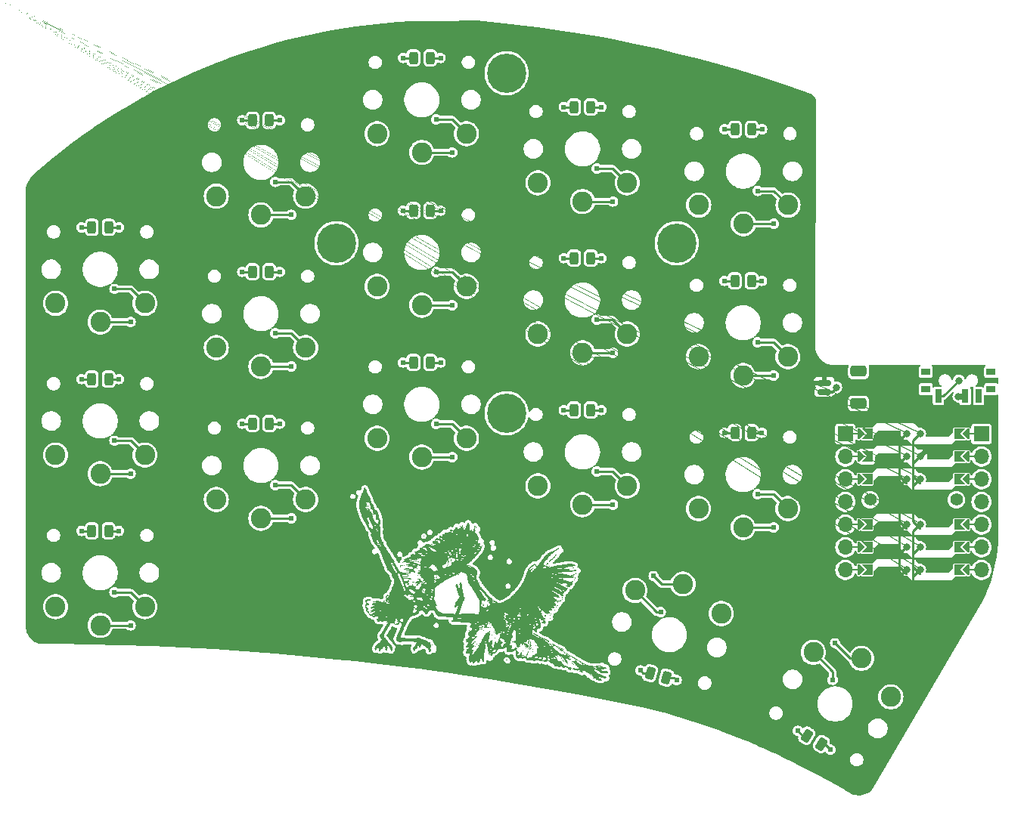
<source format=gbr>
%TF.GenerationSoftware,KiCad,Pcbnew,8.0.4*%
%TF.CreationDate,2024-08-21T07:41:27-07:00*%
%TF.ProjectId,swoon,73776f6f-6e2e-46b6-9963-61645f706362,rev?*%
%TF.SameCoordinates,Original*%
%TF.FileFunction,Copper,L2,Bot*%
%TF.FilePolarity,Positive*%
%FSLAX46Y46*%
G04 Gerber Fmt 4.6, Leading zero omitted, Abs format (unit mm)*
G04 Created by KiCad (PCBNEW 8.0.4) date 2024-08-21 07:41:27*
%MOMM*%
%LPD*%
G01*
G04 APERTURE LIST*
G04 Aperture macros list*
%AMRoundRect*
0 Rectangle with rounded corners*
0 $1 Rounding radius*
0 $2 $3 $4 $5 $6 $7 $8 $9 X,Y pos of 4 corners*
0 Add a 4 corners polygon primitive as box body*
4,1,4,$2,$3,$4,$5,$6,$7,$8,$9,$2,$3,0*
0 Add four circle primitives for the rounded corners*
1,1,$1+$1,$2,$3*
1,1,$1+$1,$4,$5*
1,1,$1+$1,$6,$7*
1,1,$1+$1,$8,$9*
0 Add four rect primitives between the rounded corners*
20,1,$1+$1,$2,$3,$4,$5,0*
20,1,$1+$1,$4,$5,$6,$7,0*
20,1,$1+$1,$6,$7,$8,$9,0*
20,1,$1+$1,$8,$9,$2,$3,0*%
%AMFreePoly0*
4,1,5,0.125000,-0.500000,-0.125000,-0.500000,-0.125000,0.500000,0.125000,0.500000,0.125000,-0.500000,0.125000,-0.500000,$1*%
%AMFreePoly1*
4,1,6,0.600000,0.200000,0.000000,-0.400000,-0.600000,0.200000,-0.600000,0.400000,0.600000,0.400000,0.600000,0.200000,0.600000,0.200000,$1*%
%AMFreePoly2*
4,1,6,0.600000,-0.250000,-0.600000,-0.250000,-0.600000,1.000000,0.000000,0.400000,0.600000,1.000000,0.600000,-0.250000,0.600000,-0.250000,$1*%
%AMFreePoly3*
4,1,51,0.008964,0.122598,0.024387,0.122598,0.052641,0.110894,0.062500,0.108253,0.064961,0.105791,0.069447,0.103934,0.103934,0.069447,0.105791,0.064961,0.108253,0.062500,0.110894,0.052643,0.122598,0.024387,0.122598,0.008964,0.125000,0.000000,0.122598,-0.008964,0.122598,-0.024386,0.110896,-0.052633,0.108253,-0.062500,0.105790,-0.064962,0.103934,-0.069446,0.088389,-0.088388,
-0.641000,-0.817776,-0.641000,-4.770223,0.088389,-5.499612,0.103934,-5.518554,0.122598,-5.563614,0.122598,-5.612387,0.103934,-5.657447,0.069447,-5.691934,0.024387,-5.710598,-0.024386,-5.710598,-0.069446,-5.691934,-0.088388,-5.676389,-0.854388,-4.910388,-0.869928,-4.891451,-0.869934,-4.891446,-0.888598,-4.846386,-0.891000,-4.822000,-0.891000,-0.766000,-0.888598,-0.741614,-0.869934,-0.696554,
-0.869928,-0.696548,-0.854388,-0.677612,-0.088388,0.088389,-0.069446,0.103934,-0.064962,0.105790,-0.062500,0.108253,-0.052633,0.110896,-0.024386,0.122598,-0.008964,0.122598,0.000000,0.125000,0.008964,0.122598,0.008964,0.122598,$1*%
G04 Aperture macros list end*
%TA.AperFunction,EtchedComponent*%
%ADD10C,0.000000*%
%TD*%
%TA.AperFunction,ComponentPad*%
%ADD11C,2.262000*%
%TD*%
%TA.AperFunction,ComponentPad*%
%ADD12C,0.620000*%
%TD*%
%TA.AperFunction,ComponentPad*%
%ADD13C,1.600000*%
%TD*%
%TA.AperFunction,SMDPad,CuDef*%
%ADD14FreePoly0,270.000000*%
%TD*%
%TA.AperFunction,SMDPad,CuDef*%
%ADD15FreePoly1,270.000000*%
%TD*%
%TA.AperFunction,SMDPad,CuDef*%
%ADD16FreePoly1,90.000000*%
%TD*%
%TA.AperFunction,SMDPad,CuDef*%
%ADD17FreePoly0,90.000000*%
%TD*%
%TA.AperFunction,SMDPad,CuDef*%
%ADD18FreePoly2,270.000000*%
%TD*%
%TA.AperFunction,SMDPad,CuDef*%
%ADD19FreePoly3,90.000000*%
%TD*%
%TA.AperFunction,ComponentPad*%
%ADD20C,0.800000*%
%TD*%
%TA.AperFunction,SMDPad,CuDef*%
%ADD21FreePoly3,270.000000*%
%TD*%
%TA.AperFunction,SMDPad,CuDef*%
%ADD22FreePoly2,90.000000*%
%TD*%
%TA.AperFunction,ComponentPad*%
%ADD23C,1.200000*%
%TD*%
%TA.AperFunction,ComponentPad*%
%ADD24R,1.700000X1.700000*%
%TD*%
%TA.AperFunction,ComponentPad*%
%ADD25O,1.700000X1.700000*%
%TD*%
%TA.AperFunction,ComponentPad*%
%ADD26C,4.400000*%
%TD*%
%TA.AperFunction,ComponentPad*%
%ADD27C,1.400000*%
%TD*%
%TA.AperFunction,SMDPad,CuDef*%
%ADD28RoundRect,0.243750X-0.243750X-0.456250X0.243750X-0.456250X0.243750X0.456250X-0.243750X0.456250X0*%
%TD*%
%TA.AperFunction,SMDPad,CuDef*%
%ADD29RoundRect,0.243750X0.353531X0.377617X-0.117358X0.503791X-0.353531X-0.377617X0.117358X-0.503791X0*%
%TD*%
%TA.AperFunction,SMDPad,CuDef*%
%ADD30RoundRect,0.150000X-0.625000X0.150000X-0.625000X-0.150000X0.625000X-0.150000X0.625000X0.150000X0*%
%TD*%
%TA.AperFunction,SMDPad,CuDef*%
%ADD31RoundRect,0.250000X-0.650000X0.350000X-0.650000X-0.350000X0.650000X-0.350000X0.650000X0.350000X0*%
%TD*%
%TA.AperFunction,SMDPad,CuDef*%
%ADD32R,0.700000X1.500000*%
%TD*%
%TA.AperFunction,SMDPad,CuDef*%
%ADD33R,1.000000X0.800000*%
%TD*%
%TA.AperFunction,SMDPad,CuDef*%
%ADD34RoundRect,0.243750X0.439219X0.273249X0.017031X0.516999X-0.439219X-0.273249X-0.017031X-0.516999X0*%
%TD*%
%TA.AperFunction,ViaPad*%
%ADD35C,0.800000*%
%TD*%
%TA.AperFunction,Conductor*%
%ADD36C,0.250000*%
%TD*%
%TA.AperFunction,Conductor*%
%ADD37C,0.700000*%
%TD*%
G04 APERTURE END LIST*
D10*
%TA.AperFunction,EtchedComponent*%
%TO.C,G\u002A\u002A\u002A*%
G36*
X128993398Y-100983411D02*
G01*
X128987828Y-100994350D01*
X128976887Y-100988777D01*
X128982458Y-100977840D01*
X128993398Y-100983411D01*
G37*
%TD.AperFunction*%
%TA.AperFunction,EtchedComponent*%
G36*
X129859773Y-101851980D02*
G01*
X129854198Y-101862920D01*
X129843258Y-101857342D01*
X129848835Y-101846408D01*
X129859773Y-101851980D01*
G37*
%TD.AperFunction*%
%TA.AperFunction,EtchedComponent*%
G36*
X129864721Y-101923393D02*
G01*
X129859147Y-101934329D01*
X129848208Y-101928761D01*
X129853784Y-101917821D01*
X129864721Y-101923393D01*
G37*
%TD.AperFunction*%
%TA.AperFunction,EtchedComponent*%
G36*
X130566341Y-103520929D02*
G01*
X130560772Y-103531863D01*
X130549829Y-103526291D01*
X130555401Y-103515354D01*
X130566341Y-103520929D01*
G37*
%TD.AperFunction*%
%TA.AperFunction,EtchedComponent*%
G36*
X130616093Y-100583957D02*
G01*
X130610517Y-100594893D01*
X130599577Y-100589320D01*
X130605150Y-100578379D01*
X130616093Y-100583957D01*
G37*
%TD.AperFunction*%
%TA.AperFunction,EtchedComponent*%
G36*
X130774384Y-103599374D02*
G01*
X130768808Y-103610309D01*
X130757868Y-103604737D01*
X130763441Y-103593797D01*
X130774384Y-103599374D01*
G37*
%TD.AperFunction*%
%TA.AperFunction,EtchedComponent*%
G36*
X131099250Y-103475559D02*
G01*
X131093681Y-103486498D01*
X131082740Y-103480926D01*
X131088313Y-103469988D01*
X131099250Y-103475559D01*
G37*
%TD.AperFunction*%
%TA.AperFunction,EtchedComponent*%
G36*
X131243692Y-103976283D02*
G01*
X131238120Y-103987220D01*
X131227180Y-103981643D01*
X131232753Y-103970706D01*
X131243692Y-103976283D01*
G37*
%TD.AperFunction*%
%TA.AperFunction,EtchedComponent*%
G36*
X131335877Y-113530227D02*
G01*
X131330302Y-113541169D01*
X131319361Y-113535595D01*
X131324934Y-113524657D01*
X131335877Y-113530227D01*
G37*
%TD.AperFunction*%
%TA.AperFunction,EtchedComponent*%
G36*
X131374261Y-113536010D02*
G01*
X131368693Y-113546949D01*
X131357752Y-113541376D01*
X131363326Y-113530437D01*
X131374261Y-113536010D01*
G37*
%TD.AperFunction*%
%TA.AperFunction,EtchedComponent*%
G36*
X131644287Y-112681564D02*
G01*
X131638716Y-112692502D01*
X131627774Y-112686928D01*
X131633348Y-112675988D01*
X131644287Y-112681564D01*
G37*
%TD.AperFunction*%
%TA.AperFunction,EtchedComponent*%
G36*
X132004692Y-106430764D02*
G01*
X131999118Y-106441702D01*
X131988182Y-106436128D01*
X131993755Y-106425188D01*
X132004692Y-106430764D01*
G37*
%TD.AperFunction*%
%TA.AperFunction,EtchedComponent*%
G36*
X132043293Y-103515670D02*
G01*
X132037720Y-103526602D01*
X132026779Y-103521035D01*
X132032351Y-103510095D01*
X132043293Y-103515670D01*
G37*
%TD.AperFunction*%
%TA.AperFunction,EtchedComponent*%
G36*
X132179276Y-118148544D02*
G01*
X132173701Y-118159483D01*
X132162761Y-118153913D01*
X132168335Y-118142971D01*
X132179276Y-118148544D01*
G37*
%TD.AperFunction*%
%TA.AperFunction,EtchedComponent*%
G36*
X132515870Y-115757297D02*
G01*
X132510294Y-115768238D01*
X132499357Y-115762663D01*
X132504932Y-115751724D01*
X132515870Y-115757297D01*
G37*
%TD.AperFunction*%
%TA.AperFunction,EtchedComponent*%
G36*
X132523156Y-117689965D02*
G01*
X132517585Y-117700905D01*
X132506650Y-117695331D01*
X132512219Y-117684392D01*
X132523156Y-117689965D01*
G37*
%TD.AperFunction*%
%TA.AperFunction,EtchedComponent*%
G36*
X132561590Y-122752382D02*
G01*
X132556022Y-122763320D01*
X132545081Y-122757745D01*
X132550656Y-122746808D01*
X132561590Y-122752382D01*
G37*
%TD.AperFunction*%
%TA.AperFunction,EtchedComponent*%
G36*
X132637955Y-122818847D02*
G01*
X132632380Y-122829784D01*
X132621444Y-122824210D01*
X132627014Y-122813272D01*
X132637955Y-122818847D01*
G37*
%TD.AperFunction*%
%TA.AperFunction,EtchedComponent*%
G36*
X132648473Y-125772750D02*
G01*
X132642898Y-125783684D01*
X132631961Y-125778111D01*
X132637535Y-125767171D01*
X132648473Y-125772750D01*
G37*
%TD.AperFunction*%
%TA.AperFunction,EtchedComponent*%
G36*
X132742815Y-116961414D02*
G01*
X132737240Y-116972352D01*
X132726304Y-116966776D01*
X132731878Y-116955840D01*
X132742815Y-116961414D01*
G37*
%TD.AperFunction*%
%TA.AperFunction,EtchedComponent*%
G36*
X132753544Y-116994440D02*
G01*
X132747971Y-117005375D01*
X132737034Y-116999803D01*
X132742609Y-116988864D01*
X132753544Y-116994440D01*
G37*
%TD.AperFunction*%
%TA.AperFunction,EtchedComponent*%
G36*
X132864906Y-118236109D02*
G01*
X132859333Y-118247045D01*
X132848398Y-118241471D01*
X132853970Y-118230533D01*
X132864906Y-118236109D01*
G37*
%TD.AperFunction*%
%TA.AperFunction,EtchedComponent*%
G36*
X132874023Y-117758514D02*
G01*
X132868448Y-117769453D01*
X132857510Y-117763877D01*
X132863086Y-117752940D01*
X132874023Y-117758514D01*
G37*
%TD.AperFunction*%
%TA.AperFunction,EtchedComponent*%
G36*
X132884753Y-117791539D02*
G01*
X132879180Y-117802477D01*
X132868244Y-117796903D01*
X132873812Y-117785963D01*
X132884753Y-117791539D01*
G37*
%TD.AperFunction*%
%TA.AperFunction,EtchedComponent*%
G36*
X132977785Y-115661980D02*
G01*
X132972211Y-115672919D01*
X132961274Y-115667345D01*
X132966846Y-115656407D01*
X132977785Y-115661980D01*
G37*
%TD.AperFunction*%
%TA.AperFunction,EtchedComponent*%
G36*
X133020454Y-107871465D02*
G01*
X133014879Y-107882399D01*
X133003944Y-107876827D01*
X133009514Y-107865888D01*
X133020454Y-107871465D01*
G37*
%TD.AperFunction*%
%TA.AperFunction,EtchedComponent*%
G36*
X133312251Y-108488596D02*
G01*
X133306678Y-108499535D01*
X133295739Y-108493964D01*
X133301313Y-108483026D01*
X133312251Y-108488596D01*
G37*
%TD.AperFunction*%
%TA.AperFunction,EtchedComponent*%
G36*
X133430278Y-108851860D02*
G01*
X133424709Y-108862800D01*
X133413767Y-108857222D01*
X133419340Y-108846284D01*
X133430278Y-108851860D01*
G37*
%TD.AperFunction*%
%TA.AperFunction,EtchedComponent*%
G36*
X133460581Y-117878264D02*
G01*
X133455010Y-117889202D01*
X133444073Y-117883629D01*
X133449644Y-117872689D01*
X133460581Y-117878264D01*
G37*
%TD.AperFunction*%
%TA.AperFunction,EtchedComponent*%
G36*
X133873177Y-114878161D02*
G01*
X133867601Y-114889098D01*
X133856665Y-114883528D01*
X133862236Y-114872587D01*
X133873177Y-114878161D01*
G37*
%TD.AperFunction*%
%TA.AperFunction,EtchedComponent*%
G36*
X133954065Y-115070938D02*
G01*
X133948492Y-115081878D01*
X133937554Y-115076303D01*
X133943125Y-115065369D01*
X133954065Y-115070938D01*
G37*
%TD.AperFunction*%
%TA.AperFunction,EtchedComponent*%
G36*
X133989967Y-109619268D02*
G01*
X133984389Y-109630209D01*
X133973454Y-109624635D01*
X133979025Y-109613695D01*
X133989967Y-109619268D01*
G37*
%TD.AperFunction*%
%TA.AperFunction,EtchedComponent*%
G36*
X133997660Y-117283893D02*
G01*
X133992091Y-117294830D01*
X133981148Y-117289255D01*
X133986727Y-117278319D01*
X133997660Y-117283893D01*
G37*
%TD.AperFunction*%
%TA.AperFunction,EtchedComponent*%
G36*
X134041576Y-115115525D02*
G01*
X134036002Y-115126464D01*
X134025064Y-115120894D01*
X134030635Y-115109951D01*
X134041576Y-115115525D01*
G37*
%TD.AperFunction*%
%TA.AperFunction,EtchedComponent*%
G36*
X134143519Y-109642397D02*
G01*
X134137945Y-109653337D01*
X134127008Y-109647762D01*
X134132579Y-109636825D01*
X134143519Y-109642397D01*
G37*
%TD.AperFunction*%
%TA.AperFunction,EtchedComponent*%
G36*
X134228160Y-109341071D02*
G01*
X134222590Y-109352008D01*
X134211647Y-109346436D01*
X134217222Y-109335497D01*
X134228160Y-109341071D01*
G37*
%TD.AperFunction*%
%TA.AperFunction,EtchedComponent*%
G36*
X134386971Y-116628001D02*
G01*
X134381394Y-116638938D01*
X134370456Y-116633367D01*
X134376029Y-116622425D01*
X134386971Y-116628001D01*
G37*
%TD.AperFunction*%
%TA.AperFunction,EtchedComponent*%
G36*
X134502141Y-110858495D02*
G01*
X134496567Y-110869432D01*
X134485632Y-110863857D01*
X134491200Y-110852916D01*
X134502141Y-110858495D01*
G37*
%TD.AperFunction*%
%TA.AperFunction,EtchedComponent*%
G36*
X134525782Y-114976453D02*
G01*
X134520211Y-114987390D01*
X134509272Y-114981818D01*
X134514846Y-114970879D01*
X134525782Y-114976453D01*
G37*
%TD.AperFunction*%
%TA.AperFunction,EtchedComponent*%
G36*
X134551260Y-110897301D02*
G01*
X134545685Y-110908239D01*
X134534749Y-110902663D01*
X134540322Y-110891726D01*
X134551260Y-110897301D01*
G37*
%TD.AperFunction*%
%TA.AperFunction,EtchedComponent*%
G36*
X134589235Y-110957983D02*
G01*
X134583661Y-110968920D01*
X134572720Y-110963343D01*
X134578295Y-110952409D01*
X134589235Y-110957983D01*
G37*
%TD.AperFunction*%
%TA.AperFunction,EtchedComponent*%
G36*
X134698607Y-116800566D02*
G01*
X134693032Y-116811507D01*
X134682095Y-116805933D01*
X134687671Y-116794997D01*
X134698607Y-116800566D01*
G37*
%TD.AperFunction*%
%TA.AperFunction,EtchedComponent*%
G36*
X134731748Y-109542546D02*
G01*
X134726172Y-109553488D01*
X134715234Y-109547912D01*
X134720808Y-109536971D01*
X134731748Y-109542546D01*
G37*
%TD.AperFunction*%
%TA.AperFunction,EtchedComponent*%
G36*
X134753510Y-116800985D02*
G01*
X134747936Y-116811921D01*
X134736997Y-116806350D01*
X134742572Y-116795414D01*
X134753510Y-116800985D01*
G37*
%TD.AperFunction*%
%TA.AperFunction,EtchedComponent*%
G36*
X134761842Y-115702971D02*
G01*
X134756269Y-115713912D01*
X134745334Y-115708339D01*
X134750905Y-115697402D01*
X134761842Y-115702971D01*
G37*
%TD.AperFunction*%
%TA.AperFunction,EtchedComponent*%
G36*
X134798882Y-111547040D02*
G01*
X134793310Y-111557981D01*
X134782373Y-111552405D01*
X134787945Y-111541470D01*
X134798882Y-111547040D01*
G37*
%TD.AperFunction*%
%TA.AperFunction,EtchedComponent*%
G36*
X134872178Y-108401616D02*
G01*
X134866602Y-108412555D01*
X134855665Y-108406981D01*
X134861239Y-108396041D01*
X134872178Y-108401616D01*
G37*
%TD.AperFunction*%
%TA.AperFunction,EtchedComponent*%
G36*
X134942338Y-108561368D02*
G01*
X134936763Y-108572308D01*
X134925828Y-108566735D01*
X134931400Y-108555795D01*
X134942338Y-108561368D01*
G37*
%TD.AperFunction*%
%TA.AperFunction,EtchedComponent*%
G36*
X135027187Y-111126017D02*
G01*
X135021612Y-111136954D01*
X135010674Y-111131382D01*
X135016249Y-111120444D01*
X135027187Y-111126017D01*
G37*
%TD.AperFunction*%
%TA.AperFunction,EtchedComponent*%
G36*
X135144178Y-108733102D02*
G01*
X135138604Y-108744042D01*
X135127667Y-108738467D01*
X135133238Y-108727529D01*
X135144178Y-108733102D01*
G37*
%TD.AperFunction*%
%TA.AperFunction,EtchedComponent*%
G36*
X135220798Y-110935324D02*
G01*
X135215224Y-110946263D01*
X135204286Y-110940686D01*
X135209855Y-110929748D01*
X135220798Y-110935324D01*
G37*
%TD.AperFunction*%
%TA.AperFunction,EtchedComponent*%
G36*
X135246522Y-114778780D02*
G01*
X135240952Y-114789718D01*
X135230010Y-114784144D01*
X135235586Y-114773207D01*
X135246522Y-114778780D01*
G37*
%TD.AperFunction*%
%TA.AperFunction,EtchedComponent*%
G36*
X135264550Y-110957614D02*
G01*
X135258982Y-110968555D01*
X135248037Y-110962983D01*
X135253610Y-110952045D01*
X135264550Y-110957614D01*
G37*
%TD.AperFunction*%
%TA.AperFunction,EtchedComponent*%
G36*
X135319452Y-110958034D02*
G01*
X135313877Y-110968970D01*
X135302937Y-110963400D01*
X135308513Y-110952460D01*
X135319452Y-110958034D01*
G37*
%TD.AperFunction*%
%TA.AperFunction,EtchedComponent*%
G36*
X135325231Y-110919645D02*
G01*
X135319661Y-110930581D01*
X135308721Y-110925010D01*
X135314296Y-110914070D01*
X135325231Y-110919645D01*
G37*
%TD.AperFunction*%
%TA.AperFunction,EtchedComponent*%
G36*
X135331119Y-109420816D02*
G01*
X135325544Y-109431756D01*
X135314609Y-109426180D01*
X135320181Y-109415247D01*
X135331119Y-109420816D01*
G37*
%TD.AperFunction*%
%TA.AperFunction,EtchedComponent*%
G36*
X135365233Y-111436045D02*
G01*
X135359664Y-111446981D01*
X135348724Y-111441407D01*
X135354299Y-111430472D01*
X135365233Y-111436045D01*
G37*
%TD.AperFunction*%
%TA.AperFunction,EtchedComponent*%
G36*
X135405600Y-112627763D02*
G01*
X135400027Y-112638703D01*
X135389092Y-112633128D01*
X135394666Y-112622188D01*
X135405600Y-112627763D01*
G37*
%TD.AperFunction*%
%TA.AperFunction,EtchedComponent*%
G36*
X135415914Y-112715687D02*
G01*
X135410340Y-112726624D01*
X135399406Y-112721050D01*
X135404976Y-112710110D01*
X135415914Y-112715687D01*
G37*
%TD.AperFunction*%
%TA.AperFunction,EtchedComponent*%
G36*
X135431079Y-108548605D02*
G01*
X135425507Y-108559545D01*
X135414566Y-108553972D01*
X135420140Y-108543038D01*
X135431079Y-108548605D01*
G37*
%TD.AperFunction*%
%TA.AperFunction,EtchedComponent*%
G36*
X135458471Y-112172463D02*
G01*
X135452899Y-112183400D01*
X135441959Y-112177827D01*
X135447533Y-112166888D01*
X135458471Y-112172463D01*
G37*
%TD.AperFunction*%
%TA.AperFunction,EtchedComponent*%
G36*
X135472163Y-116877816D02*
G01*
X135466595Y-116888751D01*
X135455651Y-116883180D01*
X135461227Y-116872241D01*
X135472163Y-116877816D01*
G37*
%TD.AperFunction*%
%TA.AperFunction,EtchedComponent*%
G36*
X135473577Y-114522457D02*
G01*
X135468000Y-114533395D01*
X135457060Y-114527821D01*
X135462638Y-114516883D01*
X135473577Y-114522457D01*
G37*
%TD.AperFunction*%
%TA.AperFunction,EtchedComponent*%
G36*
X135534886Y-111508704D02*
G01*
X135529313Y-111519643D01*
X135518374Y-111514070D01*
X135523948Y-111503135D01*
X135534886Y-111508704D01*
G37*
%TD.AperFunction*%
%TA.AperFunction,EtchedComponent*%
G36*
X135562544Y-111481464D02*
G01*
X135556972Y-111492399D01*
X135546034Y-111486830D01*
X135551605Y-111475891D01*
X135562544Y-111481464D01*
G37*
%TD.AperFunction*%
%TA.AperFunction,EtchedComponent*%
G36*
X135575102Y-109104232D02*
G01*
X135569527Y-109115164D01*
X135558589Y-109109592D01*
X135564166Y-109098656D01*
X135575102Y-109104232D01*
G37*
%TD.AperFunction*%
%TA.AperFunction,EtchedComponent*%
G36*
X135594475Y-109444778D02*
G01*
X135588905Y-109455719D01*
X135577964Y-109450143D01*
X135583538Y-109439203D01*
X135594475Y-109444778D01*
G37*
%TD.AperFunction*%
%TA.AperFunction,EtchedComponent*%
G36*
X135611299Y-110844949D02*
G01*
X135605725Y-110855890D01*
X135594790Y-110850318D01*
X135600359Y-110839378D01*
X135611299Y-110844949D01*
G37*
%TD.AperFunction*%
%TA.AperFunction,EtchedComponent*%
G36*
X135680937Y-112520045D02*
G01*
X135675366Y-112530982D01*
X135664427Y-112525408D01*
X135670000Y-112514472D01*
X135680937Y-112520045D01*
G37*
%TD.AperFunction*%
%TA.AperFunction,EtchedComponent*%
G36*
X135688435Y-117318688D02*
G01*
X135682861Y-117329624D01*
X135671921Y-117324053D01*
X135677494Y-117313115D01*
X135688435Y-117318688D01*
G37*
%TD.AperFunction*%
%TA.AperFunction,EtchedComponent*%
G36*
X135775116Y-111686223D02*
G01*
X135769541Y-111697159D01*
X135758603Y-111691589D01*
X135764173Y-111680648D01*
X135775116Y-111686223D01*
G37*
%TD.AperFunction*%
%TA.AperFunction,EtchedComponent*%
G36*
X135833287Y-117764507D02*
G01*
X135827715Y-117775447D01*
X135816779Y-117769872D01*
X135822351Y-117758935D01*
X135833287Y-117764507D01*
G37*
%TD.AperFunction*%
%TA.AperFunction,EtchedComponent*%
G36*
X135834866Y-107431634D02*
G01*
X135829290Y-107442574D01*
X135818354Y-107437002D01*
X135823925Y-107426062D01*
X135834866Y-107431634D01*
G37*
%TD.AperFunction*%
%TA.AperFunction,EtchedComponent*%
G36*
X135904558Y-108376509D02*
G01*
X135898984Y-108387449D01*
X135888044Y-108381879D01*
X135893620Y-108370937D01*
X135904558Y-108376509D01*
G37*
%TD.AperFunction*%
%TA.AperFunction,EtchedComponent*%
G36*
X135905957Y-111808003D02*
G01*
X135900384Y-111818943D01*
X135889440Y-111813369D01*
X135895022Y-111802432D01*
X135905957Y-111808003D01*
G37*
%TD.AperFunction*%
%TA.AperFunction,EtchedComponent*%
G36*
X135926897Y-113389393D02*
G01*
X135921322Y-113400329D01*
X135910387Y-113394755D01*
X135915956Y-113383816D01*
X135926897Y-113389393D01*
G37*
%TD.AperFunction*%
%TA.AperFunction,EtchedComponent*%
G36*
X135934351Y-107344548D02*
G01*
X135928781Y-107355481D01*
X135917841Y-107349910D01*
X135923413Y-107338971D01*
X135934351Y-107344548D01*
G37*
%TD.AperFunction*%
%TA.AperFunction,EtchedComponent*%
G36*
X135939140Y-109606616D02*
G01*
X135933567Y-109617551D01*
X135922627Y-109611982D01*
X135928204Y-109601041D01*
X135939140Y-109606616D01*
G37*
%TD.AperFunction*%
%TA.AperFunction,EtchedComponent*%
G36*
X135989291Y-118188452D02*
G01*
X135983718Y-118199387D01*
X135972779Y-118193815D01*
X135978351Y-118182878D01*
X135989291Y-118188452D01*
G37*
%TD.AperFunction*%
%TA.AperFunction,EtchedComponent*%
G36*
X136001651Y-107158387D02*
G01*
X135996077Y-107169324D01*
X135985139Y-107163747D01*
X135990712Y-107152812D01*
X136001651Y-107158387D01*
G37*
%TD.AperFunction*%
%TA.AperFunction,EtchedComponent*%
G36*
X136019927Y-111259831D02*
G01*
X136014353Y-111270768D01*
X136003416Y-111265195D01*
X136008987Y-111254258D01*
X136019927Y-111259831D01*
G37*
%TD.AperFunction*%
%TA.AperFunction,EtchedComponent*%
G36*
X136021701Y-109579791D02*
G01*
X136016128Y-109590730D01*
X136005190Y-109585156D01*
X136010764Y-109574220D01*
X136021701Y-109579791D01*
G37*
%TD.AperFunction*%
%TA.AperFunction,EtchedComponent*%
G36*
X136038054Y-111765083D02*
G01*
X136032475Y-111776026D01*
X136021542Y-111770449D01*
X136027115Y-111759512D01*
X136038054Y-111765083D01*
G37*
%TD.AperFunction*%
%TA.AperFunction,EtchedComponent*%
G36*
X136038320Y-108113986D02*
G01*
X136032746Y-108124926D01*
X136021808Y-108119353D01*
X136027381Y-108108414D01*
X136038320Y-108113986D01*
G37*
%TD.AperFunction*%
%TA.AperFunction,EtchedComponent*%
G36*
X136054192Y-116871254D02*
G01*
X136048621Y-116882192D01*
X136037680Y-116876618D01*
X136043255Y-116865679D01*
X136054192Y-116871254D01*
G37*
%TD.AperFunction*%
%TA.AperFunction,EtchedComponent*%
G36*
X136113900Y-107560035D02*
G01*
X136108324Y-107570969D01*
X136097387Y-107565399D01*
X136102960Y-107554459D01*
X136113900Y-107560035D01*
G37*
%TD.AperFunction*%
%TA.AperFunction,EtchedComponent*%
G36*
X136126025Y-116811405D02*
G01*
X136120451Y-116822345D01*
X136109509Y-116816773D01*
X136115085Y-116805830D01*
X136126025Y-116811405D01*
G37*
%TD.AperFunction*%
%TA.AperFunction,EtchedComponent*%
G36*
X136126031Y-111024550D02*
G01*
X136120458Y-111035491D01*
X136109518Y-111029917D01*
X136115093Y-111018977D01*
X136126031Y-111024550D01*
G37*
%TD.AperFunction*%
%TA.AperFunction,EtchedComponent*%
G36*
X136148948Y-113791876D02*
G01*
X136143374Y-113802810D01*
X136132435Y-113797240D01*
X136138009Y-113786298D01*
X136148948Y-113791876D01*
G37*
%TD.AperFunction*%
%TA.AperFunction,EtchedComponent*%
G36*
X136159052Y-111013822D02*
G01*
X136153480Y-111024762D01*
X136142542Y-111019184D01*
X136148115Y-111008245D01*
X136159052Y-111013822D01*
G37*
%TD.AperFunction*%
%TA.AperFunction,EtchedComponent*%
G36*
X136216403Y-111415053D02*
G01*
X136210829Y-111425993D01*
X136199893Y-111420423D01*
X136205465Y-111409480D01*
X136216403Y-111415053D01*
G37*
%TD.AperFunction*%
%TA.AperFunction,EtchedComponent*%
G36*
X136291618Y-110185783D02*
G01*
X136286046Y-110196721D01*
X136275103Y-110191147D01*
X136280680Y-110180209D01*
X136291618Y-110185783D01*
G37*
%TD.AperFunction*%
%TA.AperFunction,EtchedComponent*%
G36*
X136298544Y-111443130D02*
G01*
X136292969Y-111454066D01*
X136282033Y-111448494D01*
X136287610Y-111437555D01*
X136298544Y-111443130D01*
G37*
%TD.AperFunction*%
%TA.AperFunction,EtchedComponent*%
G36*
X136320582Y-109263617D02*
G01*
X136315008Y-109274557D01*
X136304070Y-109268984D01*
X136309643Y-109258042D01*
X136320582Y-109263617D01*
G37*
%TD.AperFunction*%
%TA.AperFunction,EtchedComponent*%
G36*
X136324643Y-110175050D02*
G01*
X136319068Y-110185991D01*
X136308132Y-110180414D01*
X136313704Y-110169476D01*
X136324643Y-110175050D01*
G37*
%TD.AperFunction*%
%TA.AperFunction,EtchedComponent*%
G36*
X136350106Y-117669606D02*
G01*
X136344529Y-117680539D01*
X136333592Y-117674966D01*
X136339169Y-117664031D01*
X136350106Y-117669606D01*
G37*
%TD.AperFunction*%
%TA.AperFunction,EtchedComponent*%
G36*
X136353864Y-111388645D02*
G01*
X136348290Y-111399584D01*
X136337350Y-111394010D01*
X136342924Y-111383071D01*
X136353864Y-111388645D01*
G37*
%TD.AperFunction*%
%TA.AperFunction,EtchedComponent*%
G36*
X136383082Y-112602236D02*
G01*
X136377508Y-112613178D01*
X136366573Y-112607602D01*
X136372142Y-112596665D01*
X136383082Y-112602236D01*
G37*
%TD.AperFunction*%
%TA.AperFunction,EtchedComponent*%
G36*
X136406476Y-108797588D02*
G01*
X136400903Y-108808523D01*
X136389962Y-108802956D01*
X136395538Y-108792016D01*
X136406476Y-108797588D01*
G37*
%TD.AperFunction*%
%TA.AperFunction,EtchedComponent*%
G36*
X136417313Y-107370173D02*
G01*
X136411736Y-107381112D01*
X136400800Y-107375539D01*
X136406375Y-107364598D01*
X136417313Y-107370173D01*
G37*
%TD.AperFunction*%
%TA.AperFunction,EtchedComponent*%
G36*
X136450179Y-109550101D02*
G01*
X136444602Y-109561040D01*
X136433665Y-109555462D01*
X136439236Y-109544528D01*
X136450179Y-109550101D01*
G37*
%TD.AperFunction*%
%TA.AperFunction,EtchedComponent*%
G36*
X136469187Y-109215332D02*
G01*
X136463614Y-109226270D01*
X136452676Y-109220698D01*
X136458250Y-109209757D01*
X136469187Y-109215332D01*
G37*
%TD.AperFunction*%
%TA.AperFunction,EtchedComponent*%
G36*
X136493980Y-108842176D02*
G01*
X136488410Y-108853114D01*
X136477471Y-108847541D01*
X136483042Y-108836603D01*
X136493980Y-108842176D01*
G37*
%TD.AperFunction*%
%TA.AperFunction,EtchedComponent*%
G36*
X136519559Y-109089437D02*
G01*
X136513983Y-109100374D01*
X136503046Y-109094802D01*
X136508622Y-109083865D01*
X136519559Y-109089437D01*
G37*
%TD.AperFunction*%
%TA.AperFunction,EtchedComponent*%
G36*
X136567481Y-108562724D02*
G01*
X136561903Y-108573663D01*
X136550967Y-108568091D01*
X136556541Y-108557151D01*
X136567481Y-108562724D01*
G37*
%TD.AperFunction*%
%TA.AperFunction,EtchedComponent*%
G36*
X136626541Y-113800987D02*
G01*
X136620966Y-113811927D01*
X136610027Y-113806353D01*
X136615601Y-113795415D01*
X136626541Y-113800987D01*
G37*
%TD.AperFunction*%
%TA.AperFunction,EtchedComponent*%
G36*
X136632951Y-110786822D02*
G01*
X136627378Y-110797760D01*
X136616440Y-110792186D01*
X136622013Y-110781249D01*
X136632951Y-110786822D01*
G37*
%TD.AperFunction*%
%TA.AperFunction,EtchedComponent*%
G36*
X136646018Y-112681100D02*
G01*
X136640450Y-112692040D01*
X136629507Y-112686465D01*
X136635082Y-112675528D01*
X136646018Y-112681100D01*
G37*
%TD.AperFunction*%
%TA.AperFunction,EtchedComponent*%
G36*
X136718730Y-117568085D02*
G01*
X136713156Y-117579021D01*
X136702218Y-117573454D01*
X136707790Y-117562512D01*
X136718730Y-117568085D01*
G37*
%TD.AperFunction*%
%TA.AperFunction,EtchedComponent*%
G36*
X136725299Y-112363259D02*
G01*
X136719726Y-112374199D01*
X136708789Y-112368624D01*
X136714362Y-112357687D01*
X136725299Y-112363259D01*
G37*
%TD.AperFunction*%
%TA.AperFunction,EtchedComponent*%
G36*
X136735774Y-110260526D02*
G01*
X136730201Y-110271465D01*
X136719261Y-110265894D01*
X136724833Y-110254952D01*
X136735774Y-110260526D01*
G37*
%TD.AperFunction*%
%TA.AperFunction,EtchedComponent*%
G36*
X136739321Y-106900447D02*
G01*
X136733745Y-106911385D01*
X136722807Y-106905811D01*
X136728381Y-106894869D01*
X136739321Y-106900447D01*
G37*
%TD.AperFunction*%
%TA.AperFunction,EtchedComponent*%
G36*
X136800832Y-106752674D02*
G01*
X136795261Y-106763612D01*
X136784322Y-106758037D01*
X136789898Y-106747101D01*
X136800832Y-106752674D01*
G37*
%TD.AperFunction*%
%TA.AperFunction,EtchedComponent*%
G36*
X136864115Y-110711711D02*
G01*
X136858543Y-110722651D01*
X136847603Y-110717078D01*
X136853174Y-110706138D01*
X136864115Y-110711711D01*
G37*
%TD.AperFunction*%
%TA.AperFunction,EtchedComponent*%
G36*
X136886356Y-111398177D02*
G01*
X136880782Y-111409115D01*
X136869845Y-111403543D01*
X136875418Y-111392603D01*
X136886356Y-111398177D01*
G37*
%TD.AperFunction*%
%TA.AperFunction,EtchedComponent*%
G36*
X136894587Y-111760607D02*
G01*
X136889015Y-111771544D01*
X136878074Y-111765970D01*
X136883649Y-111755029D01*
X136894587Y-111760607D01*
G37*
%TD.AperFunction*%
%TA.AperFunction,EtchedComponent*%
G36*
X136959075Y-110498310D02*
G01*
X136953499Y-110509246D01*
X136942558Y-110503672D01*
X136948133Y-110492735D01*
X136959075Y-110498310D01*
G37*
%TD.AperFunction*%
%TA.AperFunction,EtchedComponent*%
G36*
X136960528Y-113199583D02*
G01*
X136954954Y-113210521D01*
X136944012Y-113204948D01*
X136949589Y-113194012D01*
X136960528Y-113199583D01*
G37*
%TD.AperFunction*%
%TA.AperFunction,EtchedComponent*%
G36*
X136987458Y-111821704D02*
G01*
X136981885Y-111832641D01*
X136970948Y-111827069D01*
X136976519Y-111816135D01*
X136987458Y-111821704D01*
G37*
%TD.AperFunction*%
%TA.AperFunction,EtchedComponent*%
G36*
X137007986Y-107671136D02*
G01*
X137002412Y-107682076D01*
X136991474Y-107676504D01*
X136997047Y-107665566D01*
X137007986Y-107671136D01*
G37*
%TD.AperFunction*%
%TA.AperFunction,EtchedComponent*%
G36*
X137021316Y-111701170D02*
G01*
X137015741Y-111712111D01*
X137004802Y-111706534D01*
X137010376Y-111695598D01*
X137021316Y-111701170D01*
G37*
%TD.AperFunction*%
%TA.AperFunction,EtchedComponent*%
G36*
X137063711Y-113348607D02*
G01*
X137058142Y-113359544D01*
X137047202Y-113353972D01*
X137052774Y-113343033D01*
X137063711Y-113348607D01*
G37*
%TD.AperFunction*%
%TA.AperFunction,EtchedComponent*%
G36*
X137084915Y-111278897D02*
G01*
X137079345Y-111289836D01*
X137068405Y-111284263D01*
X137073977Y-111273324D01*
X137084915Y-111278897D01*
G37*
%TD.AperFunction*%
%TA.AperFunction,EtchedComponent*%
G36*
X137129812Y-112596929D02*
G01*
X137124240Y-112607867D01*
X137113303Y-112602289D01*
X137118875Y-112591356D01*
X137129812Y-112596929D01*
G37*
%TD.AperFunction*%
%TA.AperFunction,EtchedComponent*%
G36*
X137137571Y-113744476D02*
G01*
X137132000Y-113755412D01*
X137121061Y-113749838D01*
X137126636Y-113738903D01*
X137137571Y-113744476D01*
G37*
%TD.AperFunction*%
%TA.AperFunction,EtchedComponent*%
G36*
X137143356Y-113706088D02*
G01*
X137137784Y-113717023D01*
X137126844Y-113711453D01*
X137132414Y-113700513D01*
X137143356Y-113706088D01*
G37*
%TD.AperFunction*%
%TA.AperFunction,EtchedComponent*%
G36*
X137184980Y-108946246D02*
G01*
X137179406Y-108957185D01*
X137168469Y-108951613D01*
X137174044Y-108940677D01*
X137184980Y-108946246D01*
G37*
%TD.AperFunction*%
%TA.AperFunction,EtchedComponent*%
G36*
X137215398Y-110725359D02*
G01*
X137209822Y-110736300D01*
X137198884Y-110730727D01*
X137204458Y-110719784D01*
X137215398Y-110725359D01*
G37*
%TD.AperFunction*%
%TA.AperFunction,EtchedComponent*%
G36*
X137260087Y-109177415D02*
G01*
X137254517Y-109188350D01*
X137243577Y-109182781D01*
X137249150Y-109171840D01*
X137260087Y-109177415D01*
G37*
%TD.AperFunction*%
%TA.AperFunction,EtchedComponent*%
G36*
X137277226Y-111983128D02*
G01*
X137271650Y-111994063D01*
X137260712Y-111988492D01*
X137266283Y-111977552D01*
X137277226Y-111983128D01*
G37*
%TD.AperFunction*%
%TA.AperFunction,EtchedComponent*%
G36*
X137454262Y-118314868D02*
G01*
X137448686Y-118325806D01*
X137437750Y-118320237D01*
X137443322Y-118309293D01*
X137454262Y-118314868D01*
G37*
%TD.AperFunction*%
%TA.AperFunction,EtchedComponent*%
G36*
X137469990Y-117689086D02*
G01*
X137464418Y-117700021D01*
X137453479Y-117694449D01*
X137459053Y-117683510D01*
X137469990Y-117689086D01*
G37*
%TD.AperFunction*%
%TA.AperFunction,EtchedComponent*%
G36*
X137585954Y-106753141D02*
G01*
X137580381Y-106764080D01*
X137569441Y-106758510D01*
X137575016Y-106747566D01*
X137585954Y-106753141D01*
G37*
%TD.AperFunction*%
%TA.AperFunction,EtchedComponent*%
G36*
X137630125Y-106720539D02*
G01*
X137624550Y-106731474D01*
X137613614Y-106725899D01*
X137619186Y-106714962D01*
X137630125Y-106720539D01*
G37*
%TD.AperFunction*%
%TA.AperFunction,EtchedComponent*%
G36*
X137745745Y-117526469D02*
G01*
X137740172Y-117537407D01*
X137729234Y-117531834D01*
X137734807Y-117520895D01*
X137745745Y-117526469D01*
G37*
%TD.AperFunction*%
%TA.AperFunction,EtchedComponent*%
G36*
X137780392Y-112239503D02*
G01*
X137774817Y-112250439D01*
X137763881Y-112244866D01*
X137769453Y-112233925D01*
X137780392Y-112239503D01*
G37*
%TD.AperFunction*%
%TA.AperFunction,EtchedComponent*%
G36*
X137842734Y-117768781D02*
G01*
X137837157Y-117779718D01*
X137826222Y-117774144D01*
X137831795Y-117763209D01*
X137842734Y-117768781D01*
G37*
%TD.AperFunction*%
%TA.AperFunction,EtchedComponent*%
G36*
X137890192Y-112240337D02*
G01*
X137884617Y-112251270D01*
X137873680Y-112245700D01*
X137879253Y-112234764D01*
X137890192Y-112240337D01*
G37*
%TD.AperFunction*%
%TA.AperFunction,EtchedComponent*%
G36*
X138001713Y-111291347D02*
G01*
X137996137Y-111302286D01*
X137985204Y-111296713D01*
X137990776Y-111285771D01*
X138001713Y-111291347D01*
G37*
%TD.AperFunction*%
%TA.AperFunction,EtchedComponent*%
G36*
X138116152Y-109958055D02*
G01*
X138110576Y-109968993D01*
X138099642Y-109963421D01*
X138105214Y-109952484D01*
X138116152Y-109958055D01*
G37*
%TD.AperFunction*%
%TA.AperFunction,EtchedComponent*%
G36*
X138182563Y-110611912D02*
G01*
X138176989Y-110622850D01*
X138166051Y-110617279D01*
X138171624Y-110606342D01*
X138182563Y-110611912D01*
G37*
%TD.AperFunction*%
%TA.AperFunction,EtchedComponent*%
G36*
X138363092Y-114313795D02*
G01*
X138357522Y-114324733D01*
X138346583Y-114319161D01*
X138352154Y-114308223D01*
X138363092Y-114313795D01*
G37*
%TD.AperFunction*%
%TA.AperFunction,EtchedComponent*%
G36*
X138461231Y-110064988D02*
G01*
X138455660Y-110075932D01*
X138444722Y-110070358D01*
X138450296Y-110059419D01*
X138461231Y-110064988D01*
G37*
%TD.AperFunction*%
%TA.AperFunction,EtchedComponent*%
G36*
X138488059Y-110147551D02*
G01*
X138482488Y-110158491D01*
X138471547Y-110152915D01*
X138477121Y-110141977D01*
X138488059Y-110147551D01*
G37*
%TD.AperFunction*%
%TA.AperFunction,EtchedComponent*%
G36*
X138526867Y-110098433D02*
G01*
X138521292Y-110109369D01*
X138510354Y-110103797D01*
X138515927Y-110092859D01*
X138526867Y-110098433D01*
G37*
%TD.AperFunction*%
%TA.AperFunction,EtchedComponent*%
G36*
X138580835Y-105882238D02*
G01*
X138575260Y-105893176D01*
X138564323Y-105887601D01*
X138569894Y-105876660D01*
X138580835Y-105882238D01*
G37*
%TD.AperFunction*%
%TA.AperFunction,EtchedComponent*%
G36*
X138637400Y-105663049D02*
G01*
X138631827Y-105673988D01*
X138620891Y-105668415D01*
X138626464Y-105657475D01*
X138637400Y-105663049D01*
G37*
%TD.AperFunction*%
%TA.AperFunction,EtchedComponent*%
G36*
X138638546Y-106958787D02*
G01*
X138632973Y-106969727D01*
X138622031Y-106964150D01*
X138627603Y-106953211D01*
X138638546Y-106958787D01*
G37*
%TD.AperFunction*%
%TA.AperFunction,EtchedComponent*%
G36*
X138700948Y-105970992D02*
G01*
X138695375Y-105981933D01*
X138684436Y-105976357D01*
X138690011Y-105965419D01*
X138700948Y-105970992D01*
G37*
%TD.AperFunction*%
%TA.AperFunction,EtchedComponent*%
G36*
X138704175Y-106992228D02*
G01*
X138698600Y-107003166D01*
X138687664Y-106997592D01*
X138693236Y-106986653D01*
X138704175Y-106992228D01*
G37*
%TD.AperFunction*%
%TA.AperFunction,EtchedComponent*%
G36*
X138769391Y-107080565D02*
G01*
X138763817Y-107091507D01*
X138752877Y-107085933D01*
X138758452Y-107074992D01*
X138769391Y-107080565D01*
G37*
%TD.AperFunction*%
%TA.AperFunction,EtchedComponent*%
G36*
X138835487Y-106328887D02*
G01*
X138829917Y-106339826D01*
X138818979Y-106334252D01*
X138824552Y-106323317D01*
X138835487Y-106328887D01*
G37*
%TD.AperFunction*%
%TA.AperFunction,EtchedComponent*%
G36*
X138996131Y-105418706D02*
G01*
X138990556Y-105429643D01*
X138979620Y-105424071D01*
X138985190Y-105413133D01*
X138996131Y-105418706D01*
G37*
%TD.AperFunction*%
%TA.AperFunction,EtchedComponent*%
G36*
X139018840Y-105320052D02*
G01*
X139013269Y-105330988D01*
X139002331Y-105325415D01*
X139007900Y-105314478D01*
X139018840Y-105320052D01*
G37*
%TD.AperFunction*%
%TA.AperFunction,EtchedComponent*%
G36*
X139019929Y-107346008D02*
G01*
X139014360Y-107356944D01*
X139003421Y-107351374D01*
X139008992Y-107340433D01*
X139019929Y-107346008D01*
G37*
%TD.AperFunction*%
%TA.AperFunction,EtchedComponent*%
G36*
X139025455Y-105171864D02*
G01*
X139019882Y-105182800D01*
X139008943Y-105177226D01*
X139014518Y-105166287D01*
X139025455Y-105171864D01*
G37*
%TD.AperFunction*%
%TA.AperFunction,EtchedComponent*%
G36*
X139101241Y-107483882D02*
G01*
X139095664Y-107494823D01*
X139084729Y-107489248D01*
X139090304Y-107478311D01*
X139101241Y-107483882D01*
G37*
%TD.AperFunction*%
%TA.AperFunction,EtchedComponent*%
G36*
X139191195Y-107929283D02*
G01*
X139185622Y-107940225D01*
X139174685Y-107934652D01*
X139180255Y-107923711D01*
X139191195Y-107929283D01*
G37*
%TD.AperFunction*%
%TA.AperFunction,EtchedComponent*%
G36*
X139358089Y-106195597D02*
G01*
X139352514Y-106206536D01*
X139341578Y-106200963D01*
X139347145Y-106190024D01*
X139358089Y-106195597D01*
G37*
%TD.AperFunction*%
%TA.AperFunction,EtchedComponent*%
G36*
X139383918Y-108578617D02*
G01*
X139378344Y-108589554D01*
X139367410Y-108583983D01*
X139372982Y-108573045D01*
X139383918Y-108578617D01*
G37*
%TD.AperFunction*%
%TA.AperFunction,EtchedComponent*%
G36*
X139393506Y-107315900D02*
G01*
X139387929Y-107326838D01*
X139376993Y-107321265D01*
X139382570Y-107310330D01*
X139393506Y-107315900D01*
G37*
%TD.AperFunction*%
%TA.AperFunction,EtchedComponent*%
G36*
X139406630Y-108479958D02*
G01*
X139401055Y-108490900D01*
X139390117Y-108485327D01*
X139395692Y-108474386D01*
X139406630Y-108479958D01*
G37*
%TD.AperFunction*%
%TA.AperFunction,EtchedComponent*%
G36*
X139409075Y-108880777D02*
G01*
X139403502Y-108891714D01*
X139392567Y-108886139D01*
X139398137Y-108875202D01*
X139409075Y-108880777D01*
G37*
%TD.AperFunction*%
%TA.AperFunction,EtchedComponent*%
G36*
X139419914Y-107453362D02*
G01*
X139414338Y-107464300D01*
X139403402Y-107458726D01*
X139408975Y-107447788D01*
X139419914Y-107453362D01*
G37*
%TD.AperFunction*%
%TA.AperFunction,EtchedComponent*%
G36*
X139431895Y-107321682D02*
G01*
X139426320Y-107332623D01*
X139415382Y-107327045D01*
X139420957Y-107316114D01*
X139431895Y-107321682D01*
G37*
%TD.AperFunction*%
%TA.AperFunction,EtchedComponent*%
G36*
X139474452Y-106778460D02*
G01*
X139468876Y-106789401D01*
X139457938Y-106783824D01*
X139463511Y-106772885D01*
X139474452Y-106778460D01*
G37*
%TD.AperFunction*%
%TA.AperFunction,EtchedComponent*%
G36*
X139484649Y-114113678D02*
G01*
X139479079Y-114124612D01*
X139468137Y-114119041D01*
X139473710Y-114108102D01*
X139484649Y-114113678D01*
G37*
%TD.AperFunction*%
%TA.AperFunction,EtchedComponent*%
G36*
X139557687Y-108832491D02*
G01*
X139552113Y-108843431D01*
X139541172Y-108837857D01*
X139546743Y-108826919D01*
X139557687Y-108832491D01*
G37*
%TD.AperFunction*%
%TA.AperFunction,EtchedComponent*%
G36*
X139590710Y-108821763D02*
G01*
X139585131Y-108832700D01*
X139574197Y-108827126D01*
X139579769Y-108816188D01*
X139590710Y-108821763D01*
G37*
%TD.AperFunction*%
%TA.AperFunction,EtchedComponent*%
G36*
X139603373Y-104984086D02*
G01*
X139597795Y-104995026D01*
X139586859Y-104989450D01*
X139592431Y-104978511D01*
X139603373Y-104984086D01*
G37*
%TD.AperFunction*%
%TA.AperFunction,EtchedComponent*%
G36*
X139607482Y-105165299D02*
G01*
X139601910Y-105176241D01*
X139590971Y-105170667D01*
X139596547Y-105159725D01*
X139607482Y-105165299D01*
G37*
%TD.AperFunction*%
%TA.AperFunction,EtchedComponent*%
G36*
X139623731Y-108811033D02*
G01*
X139618158Y-108821969D01*
X139607223Y-108816393D01*
X139612793Y-108805457D01*
X139623731Y-108811033D01*
G37*
%TD.AperFunction*%
%TA.AperFunction,EtchedComponent*%
G36*
X139650973Y-108838689D02*
G01*
X139645399Y-108849627D01*
X139634462Y-108844053D01*
X139640037Y-108833119D01*
X139650973Y-108838689D01*
G37*
%TD.AperFunction*%
%TA.AperFunction,EtchedComponent*%
G36*
X139655612Y-107504563D02*
G01*
X139650036Y-107515503D01*
X139639099Y-107509928D01*
X139644670Y-107498989D01*
X139655612Y-107504563D01*
G37*
%TD.AperFunction*%
%TA.AperFunction,EtchedComponent*%
G36*
X139670716Y-109854559D02*
G01*
X139665139Y-109865495D01*
X139654202Y-109859925D01*
X139659775Y-109848986D01*
X139670716Y-109854559D01*
G37*
%TD.AperFunction*%
%TA.AperFunction,EtchedComponent*%
G36*
X139680565Y-104940750D02*
G01*
X139674989Y-104951684D01*
X139664057Y-104946115D01*
X139669625Y-104935174D01*
X139680565Y-104940750D01*
G37*
%TD.AperFunction*%
%TA.AperFunction,EtchedComponent*%
G36*
X139692750Y-107675047D02*
G01*
X139687175Y-107685989D01*
X139676240Y-107680413D01*
X139681810Y-107669474D01*
X139692750Y-107675047D01*
G37*
%TD.AperFunction*%
%TA.AperFunction,EtchedComponent*%
G36*
X139700926Y-108767694D02*
G01*
X139695353Y-108778633D01*
X139684414Y-108773057D01*
X139689988Y-108762119D01*
X139700926Y-108767694D01*
G37*
%TD.AperFunction*%
%TA.AperFunction,EtchedComponent*%
G36*
X139730302Y-107790634D02*
G01*
X139724732Y-107801569D01*
X139713793Y-107795996D01*
X139719366Y-107785055D01*
X139730302Y-107790634D01*
G37*
%TD.AperFunction*%
%TA.AperFunction,EtchedComponent*%
G36*
X139759734Y-106083343D02*
G01*
X139754161Y-106094285D01*
X139743227Y-106088712D01*
X139748800Y-106077774D01*
X139759734Y-106083343D01*
G37*
%TD.AperFunction*%
%TA.AperFunction,EtchedComponent*%
G36*
X139869848Y-107489719D02*
G01*
X139864272Y-107500657D01*
X139853337Y-107495083D01*
X139858912Y-107484147D01*
X139869848Y-107489719D01*
G37*
%TD.AperFunction*%
%TA.AperFunction,EtchedComponent*%
G36*
X139871408Y-108730555D02*
G01*
X139865832Y-108741494D01*
X139854897Y-108735922D01*
X139860472Y-108724982D01*
X139871408Y-108730555D01*
G37*
%TD.AperFunction*%
%TA.AperFunction,EtchedComponent*%
G36*
X139956466Y-108374326D02*
G01*
X139950895Y-108385265D01*
X139939956Y-108379694D01*
X139945529Y-108368754D01*
X139956466Y-108374326D01*
G37*
%TD.AperFunction*%
%TA.AperFunction,EtchedComponent*%
G36*
X140105908Y-108216242D02*
G01*
X140100335Y-108227176D01*
X140089399Y-108221602D01*
X140094972Y-108210668D01*
X140105908Y-108216242D01*
G37*
%TD.AperFunction*%
%TA.AperFunction,EtchedComponent*%
G36*
X140153779Y-108419751D02*
G01*
X140148206Y-108430687D01*
X140137268Y-108425113D01*
X140142838Y-108414178D01*
X140153779Y-108419751D01*
G37*
%TD.AperFunction*%
%TA.AperFunction,EtchedComponent*%
G36*
X140159562Y-108381359D02*
G01*
X140153985Y-108392299D01*
X140143048Y-108386723D01*
X140148618Y-108375787D01*
X140159562Y-108381359D01*
G37*
%TD.AperFunction*%
%TA.AperFunction,EtchedComponent*%
G36*
X140215189Y-109732412D02*
G01*
X140209615Y-109743351D01*
X140198675Y-109737777D01*
X140204250Y-109726840D01*
X140215189Y-109732412D01*
G37*
%TD.AperFunction*%
%TA.AperFunction,EtchedComponent*%
G36*
X140352185Y-104704268D02*
G01*
X140346614Y-104715208D01*
X140335679Y-104709635D01*
X140341249Y-104698700D01*
X140352185Y-104704268D01*
G37*
%TD.AperFunction*%
%TA.AperFunction,EtchedComponent*%
G36*
X140361035Y-107877774D02*
G01*
X140355461Y-107888715D01*
X140344524Y-107883141D01*
X140350099Y-107872200D01*
X140361035Y-107877774D01*
G37*
%TD.AperFunction*%
%TA.AperFunction,EtchedComponent*%
G36*
X140388739Y-112907169D02*
G01*
X140383165Y-112918106D01*
X140372226Y-112912531D01*
X140377802Y-112901591D01*
X140388739Y-112907169D01*
G37*
%TD.AperFunction*%
%TA.AperFunction,EtchedComponent*%
G36*
X140447339Y-113143700D02*
G01*
X140441764Y-113154636D01*
X140430824Y-113149061D01*
X140436401Y-113138123D01*
X140447339Y-113143700D01*
G37*
%TD.AperFunction*%
%TA.AperFunction,EtchedComponent*%
G36*
X140480422Y-106615893D02*
G01*
X140474850Y-106626831D01*
X140463913Y-106621261D01*
X140469485Y-106610324D01*
X140480422Y-106615893D01*
G37*
%TD.AperFunction*%
%TA.AperFunction,EtchedComponent*%
G36*
X140485258Y-113934600D02*
G01*
X140479682Y-113945537D01*
X140468745Y-113939966D01*
X140474321Y-113929025D01*
X140485258Y-113934600D01*
G37*
%TD.AperFunction*%
%TA.AperFunction,EtchedComponent*%
G36*
X140550170Y-106830550D02*
G01*
X140544594Y-106841487D01*
X140533658Y-106835912D01*
X140539230Y-106824974D01*
X140550170Y-106830550D01*
G37*
%TD.AperFunction*%
%TA.AperFunction,EtchedComponent*%
G36*
X140560903Y-106863573D02*
G01*
X140555323Y-106874513D01*
X140544389Y-106868935D01*
X140549960Y-106857999D01*
X140560903Y-106863573D01*
G37*
%TD.AperFunction*%
%TA.AperFunction,EtchedComponent*%
G36*
X140568923Y-104360022D02*
G01*
X140563353Y-104370960D01*
X140552410Y-104365387D01*
X140557985Y-104354451D01*
X140568923Y-104360022D01*
G37*
%TD.AperFunction*%
%TA.AperFunction,EtchedComponent*%
G36*
X140597204Y-107143857D02*
G01*
X140591627Y-107154794D01*
X140580692Y-107149224D01*
X140586266Y-107138284D01*
X140597204Y-107143857D01*
G37*
%TD.AperFunction*%
%TA.AperFunction,EtchedComponent*%
G36*
X140646572Y-115105275D02*
G01*
X140641001Y-115116212D01*
X140630062Y-115110637D01*
X140635631Y-115099700D01*
X140646572Y-115105275D01*
G37*
%TD.AperFunction*%
%TA.AperFunction,EtchedComponent*%
G36*
X140668349Y-110790007D02*
G01*
X140662774Y-110800946D01*
X140651837Y-110795370D01*
X140657412Y-110784433D01*
X140668349Y-110790007D01*
G37*
%TD.AperFunction*%
%TA.AperFunction,EtchedComponent*%
G36*
X140676428Y-107556236D02*
G01*
X140670854Y-107567174D01*
X140659918Y-107561599D01*
X140665489Y-107550666D01*
X140676428Y-107556236D01*
G37*
%TD.AperFunction*%
%TA.AperFunction,EtchedComponent*%
G36*
X140686379Y-106968840D02*
G01*
X140680804Y-106979781D01*
X140669865Y-106974209D01*
X140675440Y-106963271D01*
X140686379Y-106968840D01*
G37*
%TD.AperFunction*%
%TA.AperFunction,EtchedComponent*%
G36*
X140715704Y-106721996D02*
G01*
X140710131Y-106732940D01*
X140699195Y-106727363D01*
X140704765Y-106716426D01*
X140715704Y-106721996D01*
G37*
%TD.AperFunction*%
%TA.AperFunction,EtchedComponent*%
G36*
X140720962Y-108198949D02*
G01*
X140715388Y-108209886D01*
X140704452Y-108204314D01*
X140710023Y-108193376D01*
X140720962Y-108198949D01*
G37*
%TD.AperFunction*%
%TA.AperFunction,EtchedComponent*%
G36*
X140721689Y-109549585D02*
G01*
X140716117Y-109560523D01*
X140705176Y-109554949D01*
X140710750Y-109544011D01*
X140721689Y-109549585D01*
G37*
%TD.AperFunction*%
%TA.AperFunction,EtchedComponent*%
G36*
X140957069Y-113982103D02*
G01*
X140951492Y-113993042D01*
X140940558Y-113987466D01*
X140946131Y-113976531D01*
X140957069Y-113982103D01*
G37*
%TD.AperFunction*%
%TA.AperFunction,EtchedComponent*%
G36*
X140980467Y-104390598D02*
G01*
X140974898Y-104401536D01*
X140963953Y-104395965D01*
X140969532Y-104385027D01*
X140980467Y-104390598D01*
G37*
%TD.AperFunction*%
%TA.AperFunction,EtchedComponent*%
G36*
X140984007Y-106817371D02*
G01*
X140978437Y-106828310D01*
X140967496Y-106822735D01*
X140973070Y-106811800D01*
X140984007Y-106817371D01*
G37*
%TD.AperFunction*%
%TA.AperFunction,EtchedComponent*%
G36*
X140985562Y-113845058D02*
G01*
X140979990Y-113856002D01*
X140969051Y-113850425D01*
X140974625Y-113839487D01*
X140985562Y-113845058D01*
G37*
%TD.AperFunction*%
%TA.AperFunction,EtchedComponent*%
G36*
X140996565Y-104440135D02*
G01*
X140990993Y-104451075D01*
X140980052Y-104445498D01*
X140985627Y-104434560D01*
X140996565Y-104440135D01*
G37*
%TD.AperFunction*%
%TA.AperFunction,EtchedComponent*%
G36*
X141039902Y-104517328D02*
G01*
X141034326Y-104528270D01*
X141023387Y-104522695D01*
X141028963Y-104511755D01*
X141039902Y-104517328D01*
G37*
%TD.AperFunction*%
%TA.AperFunction,EtchedComponent*%
G36*
X141040319Y-104462427D02*
G01*
X141034744Y-104473366D01*
X141023808Y-104467797D01*
X141029383Y-104456854D01*
X141040319Y-104462427D01*
G37*
%TD.AperFunction*%
%TA.AperFunction,EtchedComponent*%
G36*
X141043858Y-106889199D02*
G01*
X141038284Y-106900139D01*
X141027344Y-106894566D01*
X141032918Y-106883628D01*
X141043858Y-106889199D01*
G37*
%TD.AperFunction*%
%TA.AperFunction,EtchedComponent*%
G36*
X141065319Y-106955248D02*
G01*
X141059742Y-106966190D01*
X141048804Y-106960612D01*
X141054377Y-106949673D01*
X141065319Y-106955248D01*
G37*
%TD.AperFunction*%
%TA.AperFunction,EtchedComponent*%
G36*
X141116356Y-114697063D02*
G01*
X141110780Y-114708000D01*
X141099838Y-114702427D01*
X141105416Y-114691490D01*
X141116356Y-114697063D01*
G37*
%TD.AperFunction*%
%TA.AperFunction,EtchedComponent*%
G36*
X141229343Y-104875643D02*
G01*
X141223770Y-104886576D01*
X141212832Y-104881004D01*
X141218404Y-104870067D01*
X141229343Y-104875643D01*
G37*
%TD.AperFunction*%
%TA.AperFunction,EtchedComponent*%
G36*
X141252261Y-107642959D02*
G01*
X141246683Y-107653899D01*
X141235747Y-107648328D01*
X141241320Y-107637390D01*
X141252261Y-107642959D01*
G37*
%TD.AperFunction*%
%TA.AperFunction,EtchedComponent*%
G36*
X141265899Y-113078538D02*
G01*
X141260328Y-113089475D01*
X141249385Y-113083901D01*
X141254960Y-113072966D01*
X141265899Y-113078538D01*
G37*
%TD.AperFunction*%
%TA.AperFunction,EtchedComponent*%
G36*
X141292723Y-113161096D02*
G01*
X141287147Y-113172035D01*
X141276213Y-113166460D01*
X141281785Y-113155523D01*
X141292723Y-113161096D01*
G37*
%TD.AperFunction*%
%TA.AperFunction,EtchedComponent*%
G36*
X141392998Y-107907572D02*
G01*
X141387427Y-107918507D01*
X141376487Y-107912934D01*
X141382062Y-107901998D01*
X141392998Y-107907572D01*
G37*
%TD.AperFunction*%
%TA.AperFunction,EtchedComponent*%
G36*
X141471500Y-106969312D02*
G01*
X141465925Y-106980249D01*
X141454985Y-106974678D01*
X141460558Y-106963738D01*
X141471500Y-106969312D01*
G37*
%TD.AperFunction*%
%TA.AperFunction,EtchedComponent*%
G36*
X141688966Y-107975703D02*
G01*
X141683390Y-107986636D01*
X141672452Y-107981067D01*
X141678026Y-107970129D01*
X141688966Y-107975703D01*
G37*
%TD.AperFunction*%
%TA.AperFunction,EtchedComponent*%
G36*
X141697754Y-117666277D02*
G01*
X141692180Y-117677216D01*
X141681240Y-117671641D01*
X141686814Y-117660706D01*
X141697754Y-117666277D01*
G37*
%TD.AperFunction*%
%TA.AperFunction,EtchedComponent*%
G36*
X141781213Y-105225720D02*
G01*
X141775640Y-105236662D01*
X141764700Y-105231088D01*
X141770277Y-105220150D01*
X141781213Y-105225720D01*
G37*
%TD.AperFunction*%
%TA.AperFunction,EtchedComponent*%
G36*
X141791839Y-106719184D02*
G01*
X141786264Y-106730126D01*
X141775325Y-106724554D01*
X141780899Y-106713612D01*
X141791839Y-106719184D01*
G37*
%TD.AperFunction*%
%TA.AperFunction,EtchedComponent*%
G36*
X141800591Y-105566273D02*
G01*
X141795017Y-105577213D01*
X141784078Y-105571639D01*
X141789652Y-105560702D01*
X141800591Y-105566273D01*
G37*
%TD.AperFunction*%
%TA.AperFunction,EtchedComponent*%
G36*
X141814549Y-106620530D02*
G01*
X141808976Y-106631468D01*
X141798037Y-106625893D01*
X141803612Y-106614958D01*
X141814549Y-106620530D01*
G37*
%TD.AperFunction*%
%TA.AperFunction,EtchedComponent*%
G36*
X141816722Y-116459297D02*
G01*
X141811150Y-116470238D01*
X141800211Y-116464663D01*
X141805785Y-116453725D01*
X141816722Y-116459297D01*
G37*
%TD.AperFunction*%
%TA.AperFunction,EtchedComponent*%
G36*
X142134364Y-107885744D02*
G01*
X142128791Y-107896685D01*
X142117854Y-107891110D01*
X142123428Y-107880172D01*
X142134364Y-107885744D01*
G37*
%TD.AperFunction*%
%TA.AperFunction,EtchedComponent*%
G36*
X142182537Y-115281645D02*
G01*
X142176967Y-115292585D01*
X142166024Y-115287012D01*
X142171599Y-115276070D01*
X142182537Y-115281645D01*
G37*
%TD.AperFunction*%
%TA.AperFunction,EtchedComponent*%
G36*
X142305515Y-115716315D02*
G01*
X142299945Y-115727256D01*
X142289006Y-115721683D01*
X142294580Y-115710745D01*
X142305515Y-115716315D01*
G37*
%TD.AperFunction*%
%TA.AperFunction,EtchedComponent*%
G36*
X142360734Y-111335421D02*
G01*
X142355162Y-111346354D01*
X142344224Y-111340785D01*
X142349796Y-111329848D01*
X142360734Y-111335421D01*
G37*
%TD.AperFunction*%
%TA.AperFunction,EtchedComponent*%
G36*
X142471687Y-106845137D02*
G01*
X142466115Y-106856073D01*
X142455177Y-106850498D01*
X142460748Y-106839561D01*
X142471687Y-106845137D01*
G37*
%TD.AperFunction*%
%TA.AperFunction,EtchedComponent*%
G36*
X142498293Y-115635429D02*
G01*
X142492722Y-115646365D01*
X142481780Y-115640793D01*
X142487356Y-115629851D01*
X142498293Y-115635429D01*
G37*
%TD.AperFunction*%
%TA.AperFunction,EtchedComponent*%
G36*
X142567894Y-106467030D02*
G01*
X142562321Y-106477970D01*
X142551384Y-106472395D01*
X142556954Y-106461459D01*
X142567894Y-106467030D01*
G37*
%TD.AperFunction*%
%TA.AperFunction,EtchedComponent*%
G36*
X142672333Y-106451352D02*
G01*
X142666759Y-106462290D01*
X142655818Y-106456716D01*
X142661394Y-106445779D01*
X142672333Y-106451352D01*
G37*
%TD.AperFunction*%
%TA.AperFunction,EtchedComponent*%
G36*
X142692906Y-107357418D02*
G01*
X142687331Y-107368358D01*
X142676393Y-107362785D01*
X142681965Y-107351844D01*
X142692906Y-107357418D01*
G37*
%TD.AperFunction*%
%TA.AperFunction,EtchedComponent*%
G36*
X142702482Y-111881562D02*
G01*
X142696908Y-111892499D01*
X142685973Y-111886920D01*
X142691545Y-111875986D01*
X142702482Y-111881562D01*
G37*
%TD.AperFunction*%
%TA.AperFunction,EtchedComponent*%
G36*
X142722905Y-109191432D02*
G01*
X142717330Y-109202372D01*
X142706392Y-109196798D01*
X142711967Y-109185857D01*
X142722905Y-109191432D01*
G37*
%TD.AperFunction*%
%TA.AperFunction,EtchedComponent*%
G36*
X142726347Y-107291786D02*
G01*
X142720771Y-107302729D01*
X142709834Y-107297155D01*
X142715406Y-107286213D01*
X142726347Y-107291786D01*
G37*
%TD.AperFunction*%
%TA.AperFunction,EtchedComponent*%
G36*
X142737076Y-107324812D02*
G01*
X142731502Y-107335748D01*
X142720563Y-107330178D01*
X142726139Y-107319238D01*
X142737076Y-107324812D01*
G37*
%TD.AperFunction*%
%TA.AperFunction,EtchedComponent*%
G36*
X142754003Y-107264548D02*
G01*
X142748429Y-107275485D01*
X142737490Y-107269916D01*
X142743064Y-107258976D01*
X142754003Y-107264548D01*
G37*
%TD.AperFunction*%
%TA.AperFunction,EtchedComponent*%
G36*
X142759202Y-115258572D02*
G01*
X142753630Y-115269511D01*
X142742691Y-115263936D01*
X142748263Y-115252996D01*
X142759202Y-115258572D01*
G37*
%TD.AperFunction*%
%TA.AperFunction,EtchedComponent*%
G36*
X142806094Y-106188831D02*
G01*
X142800522Y-106199766D01*
X142789581Y-106194190D01*
X142795153Y-106183258D01*
X142806094Y-106188831D01*
G37*
%TD.AperFunction*%
%TA.AperFunction,EtchedComponent*%
G36*
X142891153Y-105832600D02*
G01*
X142885578Y-105843540D01*
X142874641Y-105837967D01*
X142880212Y-105827026D01*
X142891153Y-105832600D01*
G37*
%TD.AperFunction*%
%TA.AperFunction,EtchedComponent*%
G36*
X142919538Y-107155995D02*
G01*
X142913967Y-107166936D01*
X142903027Y-107161362D01*
X142908601Y-107150423D01*
X142919538Y-107155995D01*
G37*
%TD.AperFunction*%
%TA.AperFunction,EtchedComponent*%
G36*
X142963439Y-116561338D02*
G01*
X142957862Y-116572276D01*
X142946922Y-116566703D01*
X142952500Y-116555764D01*
X142963439Y-116561338D01*
G37*
%TD.AperFunction*%
%TA.AperFunction,EtchedComponent*%
G36*
X143028447Y-113783706D02*
G01*
X143022872Y-113794643D01*
X143011937Y-113789068D01*
X143017509Y-113778132D01*
X143028447Y-113783706D01*
G37*
%TD.AperFunction*%
%TA.AperFunction,EtchedComponent*%
G36*
X143047101Y-106986764D02*
G01*
X143041530Y-106997703D01*
X143030589Y-106992127D01*
X143036164Y-106981188D01*
X143047101Y-106986764D01*
G37*
%TD.AperFunction*%
%TA.AperFunction,EtchedComponent*%
G36*
X143117834Y-110687813D02*
G01*
X143112259Y-110698752D01*
X143101321Y-110693180D01*
X143106895Y-110682235D01*
X143117834Y-110687813D01*
G37*
%TD.AperFunction*%
%TA.AperFunction,EtchedComponent*%
G36*
X143152824Y-117649871D02*
G01*
X143147251Y-117660810D01*
X143136316Y-117655235D01*
X143141891Y-117644298D01*
X143152824Y-117649871D01*
G37*
%TD.AperFunction*%
%TA.AperFunction,EtchedComponent*%
G36*
X143161429Y-112900762D02*
G01*
X143155853Y-112911704D01*
X143144918Y-112906129D01*
X143150491Y-112895191D01*
X143161429Y-112900762D01*
G37*
%TD.AperFunction*%
%TA.AperFunction,EtchedComponent*%
G36*
X143182630Y-110831051D02*
G01*
X143177058Y-110841989D01*
X143166118Y-110836419D01*
X143171691Y-110825479D01*
X143182630Y-110831051D01*
G37*
%TD.AperFunction*%
%TA.AperFunction,EtchedComponent*%
G36*
X143190798Y-117710553D02*
G01*
X143185227Y-117721493D01*
X143174286Y-117715918D01*
X143179858Y-117704983D01*
X143190798Y-117710553D01*
G37*
%TD.AperFunction*%
%TA.AperFunction,EtchedComponent*%
G36*
X143215237Y-110875226D02*
G01*
X143209665Y-110886162D01*
X143198724Y-110880586D01*
X143204299Y-110869652D01*
X143215237Y-110875226D01*
G37*
%TD.AperFunction*%
%TA.AperFunction,EtchedComponent*%
G36*
X143280770Y-106582248D02*
G01*
X143275196Y-106593188D01*
X143264260Y-106587615D01*
X143269833Y-106576676D01*
X143280770Y-106582248D01*
G37*
%TD.AperFunction*%
%TA.AperFunction,EtchedComponent*%
G36*
X143303523Y-111540229D02*
G01*
X143297952Y-111551171D01*
X143287014Y-111545594D01*
X143292585Y-111534657D01*
X143303523Y-111540229D01*
G37*
%TD.AperFunction*%
%TA.AperFunction,EtchedComponent*%
G36*
X143342740Y-117223064D02*
G01*
X143337164Y-117234001D01*
X143326228Y-117228427D01*
X143331803Y-117217488D01*
X143342740Y-117223064D01*
G37*
%TD.AperFunction*%
%TA.AperFunction,EtchedComponent*%
G36*
X143344786Y-106105073D02*
G01*
X143339212Y-106116012D01*
X143328275Y-106110439D01*
X143333848Y-106099499D01*
X143344786Y-106105073D01*
G37*
%TD.AperFunction*%
%TA.AperFunction,EtchedComponent*%
G36*
X143399732Y-111162127D02*
G01*
X143394158Y-111173065D01*
X143383220Y-111167488D01*
X143388793Y-111156548D01*
X143399732Y-111162127D01*
G37*
%TD.AperFunction*%
%TA.AperFunction,EtchedComponent*%
G36*
X143448850Y-111200930D02*
G01*
X143443277Y-111211866D01*
X143432340Y-111206293D01*
X143437913Y-111195354D01*
X143448850Y-111200930D01*
G37*
%TD.AperFunction*%
%TA.AperFunction,EtchedComponent*%
G36*
X143453694Y-112732780D02*
G01*
X143448122Y-112743719D01*
X143437181Y-112738146D01*
X143442753Y-112727207D01*
X143453694Y-112732780D01*
G37*
%TD.AperFunction*%
%TA.AperFunction,EtchedComponent*%
G36*
X143459579Y-111233953D02*
G01*
X143454006Y-111244891D01*
X143443069Y-111239320D01*
X143448644Y-111228379D01*
X143459579Y-111233953D01*
G37*
%TD.AperFunction*%
%TA.AperFunction,EtchedComponent*%
G36*
X143470309Y-111266977D02*
G01*
X143464738Y-111277914D01*
X143453801Y-111272342D01*
X143459374Y-111261404D01*
X143470309Y-111266977D01*
G37*
%TD.AperFunction*%
%TA.AperFunction,EtchedComponent*%
G36*
X143581300Y-117620180D02*
G01*
X143575725Y-117631117D01*
X143564788Y-117625546D01*
X143570362Y-117614610D01*
X143581300Y-117620180D01*
G37*
%TD.AperFunction*%
%TA.AperFunction,EtchedComponent*%
G36*
X143596465Y-113453103D02*
G01*
X143590892Y-113464043D01*
X143579952Y-113458468D01*
X143585526Y-113447533D01*
X143596465Y-113453103D01*
G37*
%TD.AperFunction*%
%TA.AperFunction,EtchedComponent*%
G36*
X143642505Y-116066872D02*
G01*
X143636933Y-116077809D01*
X143625995Y-116072234D01*
X143631567Y-116061297D01*
X143642505Y-116066872D01*
G37*
%TD.AperFunction*%
%TA.AperFunction,EtchedComponent*%
G36*
X143642819Y-117472407D02*
G01*
X143637241Y-117483346D01*
X143626305Y-117477772D01*
X143631879Y-117466835D01*
X143642819Y-117472407D01*
G37*
%TD.AperFunction*%
%TA.AperFunction,EtchedComponent*%
G36*
X143644908Y-111411052D02*
G01*
X143639334Y-111421989D01*
X143628398Y-111416417D01*
X143633970Y-111405478D01*
X143644908Y-111411052D01*
G37*
%TD.AperFunction*%
%TA.AperFunction,EtchedComponent*%
G36*
X143657820Y-115495991D02*
G01*
X143652248Y-115506927D01*
X143641311Y-115501354D01*
X143646883Y-115490413D01*
X143657820Y-115495991D01*
G37*
%TD.AperFunction*%
%TA.AperFunction,EtchedComponent*%
G36*
X143698452Y-113036608D02*
G01*
X143692879Y-113047548D01*
X143681941Y-113041974D01*
X143687514Y-113031034D01*
X143698452Y-113036608D01*
G37*
%TD.AperFunction*%
%TA.AperFunction,EtchedComponent*%
G36*
X143709654Y-112284514D02*
G01*
X143704079Y-112295453D01*
X143693140Y-112289877D01*
X143698713Y-112278940D01*
X143709654Y-112284514D01*
G37*
%TD.AperFunction*%
%TA.AperFunction,EtchedComponent*%
G36*
X143721997Y-112828152D02*
G01*
X143716424Y-112839092D01*
X143705486Y-112833520D01*
X143711055Y-112822580D01*
X143721997Y-112828152D01*
G37*
%TD.AperFunction*%
%TA.AperFunction,EtchedComponent*%
G36*
X143748044Y-112290293D02*
G01*
X143742469Y-112301234D01*
X143731526Y-112295660D01*
X143737104Y-112284721D01*
X143748044Y-112290293D01*
G37*
%TD.AperFunction*%
%TA.AperFunction,EtchedComponent*%
G36*
X143808769Y-117308957D02*
G01*
X143803196Y-117319897D01*
X143792258Y-117314322D01*
X143797829Y-117303382D01*
X143808769Y-117308957D01*
G37*
%TD.AperFunction*%
%TA.AperFunction,EtchedComponent*%
G36*
X143858306Y-117292862D02*
G01*
X143852732Y-117303802D01*
X143841793Y-117298225D01*
X143847367Y-117287289D01*
X143858306Y-117292862D01*
G37*
%TD.AperFunction*%
%TA.AperFunction,EtchedComponent*%
G36*
X143859661Y-115667720D02*
G01*
X143854087Y-115678660D01*
X143843147Y-115673090D01*
X143848723Y-115662148D01*
X143859661Y-115667720D01*
G37*
%TD.AperFunction*%
%TA.AperFunction,EtchedComponent*%
G36*
X143904407Y-113389554D02*
G01*
X143898834Y-113400495D01*
X143887896Y-113394924D01*
X143893470Y-113383985D01*
X143904407Y-113389554D01*
G37*
%TD.AperFunction*%
%TA.AperFunction,EtchedComponent*%
G36*
X143904881Y-112604438D02*
G01*
X143899304Y-112615378D01*
X143888367Y-112609803D01*
X143893939Y-112598864D01*
X143904881Y-112604438D01*
G37*
%TD.AperFunction*%
%TA.AperFunction,EtchedComponent*%
G36*
X143923365Y-113785008D02*
G01*
X143917795Y-113795944D01*
X143906855Y-113790376D01*
X143912428Y-113779435D01*
X143923365Y-113785008D01*
G37*
%TD.AperFunction*%
%TA.AperFunction,EtchedComponent*%
G36*
X143927634Y-117562416D02*
G01*
X143922062Y-117573355D01*
X143911121Y-117567783D01*
X143916695Y-117556843D01*
X143927634Y-117562416D01*
G37*
%TD.AperFunction*%
%TA.AperFunction,EtchedComponent*%
G36*
X143928421Y-112395977D02*
G01*
X143922846Y-112406918D01*
X143911908Y-112401346D01*
X143917480Y-112390406D01*
X143928421Y-112395977D01*
G37*
%TD.AperFunction*%
%TA.AperFunction,EtchedComponent*%
G36*
X143952118Y-115783721D02*
G01*
X143946544Y-115794659D01*
X143935603Y-115789085D01*
X143941177Y-115778144D01*
X143952118Y-115783721D01*
G37*
%TD.AperFunction*%
%TA.AperFunction,EtchedComponent*%
G36*
X143968001Y-118754135D02*
G01*
X143962427Y-118765073D01*
X143951489Y-118759500D01*
X143957064Y-118748563D01*
X143968001Y-118754135D01*
G37*
%TD.AperFunction*%
%TA.AperFunction,EtchedComponent*%
G36*
X143993684Y-117540955D02*
G01*
X143988108Y-117551895D01*
X143977170Y-117546322D01*
X143982743Y-117535383D01*
X143993684Y-117540955D01*
G37*
%TD.AperFunction*%
%TA.AperFunction,EtchedComponent*%
G36*
X144001653Y-115767625D02*
G01*
X143996078Y-115778564D01*
X143985143Y-115772989D01*
X143990716Y-115762054D01*
X144001653Y-115767625D01*
G37*
%TD.AperFunction*%
%TA.AperFunction,EtchedComponent*%
G36*
X144268086Y-113216629D02*
G01*
X144262512Y-113227563D01*
X144251572Y-113221990D01*
X144257147Y-113211052D01*
X144268086Y-113216629D01*
G37*
%TD.AperFunction*%
%TA.AperFunction,EtchedComponent*%
G36*
X144331472Y-115715225D02*
G01*
X144325898Y-115726165D01*
X144314963Y-115720592D01*
X144320536Y-115709653D01*
X144331472Y-115715225D01*
G37*
%TD.AperFunction*%
%TA.AperFunction,EtchedComponent*%
G36*
X144347000Y-112223463D02*
G01*
X144341426Y-112234406D01*
X144330489Y-112228832D01*
X144336060Y-112217892D01*
X144347000Y-112223463D01*
G37*
%TD.AperFunction*%
%TA.AperFunction,EtchedComponent*%
G36*
X144358713Y-115742885D02*
G01*
X144353143Y-115753827D01*
X144342201Y-115748251D01*
X144347779Y-115737315D01*
X144358713Y-115742885D01*
G37*
%TD.AperFunction*%
%TA.AperFunction,EtchedComponent*%
G36*
X144496903Y-117067115D02*
G01*
X144491332Y-117078055D01*
X144480389Y-117072484D01*
X144485964Y-117061541D01*
X144496903Y-117067115D01*
G37*
%TD.AperFunction*%
%TA.AperFunction,EtchedComponent*%
G36*
X144583107Y-118006622D02*
G01*
X144577530Y-118017562D01*
X144566592Y-118011987D01*
X144572166Y-118001047D01*
X144583107Y-118006622D01*
G37*
%TD.AperFunction*%
%TA.AperFunction,EtchedComponent*%
G36*
X144654935Y-117946773D02*
G01*
X144649363Y-117957714D01*
X144638421Y-117952138D01*
X144643997Y-117941199D01*
X144654935Y-117946773D01*
G37*
%TD.AperFunction*%
%TA.AperFunction,EtchedComponent*%
G36*
X144662749Y-118364102D02*
G01*
X144657175Y-118375042D01*
X144646235Y-118369467D01*
X144651812Y-118358528D01*
X144662749Y-118364102D01*
G37*
%TD.AperFunction*%
%TA.AperFunction,EtchedComponent*%
G36*
X144695096Y-116272515D02*
G01*
X144689522Y-116283455D01*
X144678584Y-116277881D01*
X144684157Y-116266942D01*
X144695096Y-116272515D01*
G37*
%TD.AperFunction*%
%TA.AperFunction,EtchedComponent*%
G36*
X144723429Y-118326130D02*
G01*
X144717857Y-118337069D01*
X144706921Y-118331495D01*
X144712491Y-118320556D01*
X144723429Y-118326130D01*
G37*
%TD.AperFunction*%
%TA.AperFunction,EtchedComponent*%
G36*
X144732544Y-117848536D02*
G01*
X144726972Y-117859474D01*
X144716032Y-117853901D01*
X144721607Y-117842964D01*
X144732544Y-117848536D01*
G37*
%TD.AperFunction*%
%TA.AperFunction,EtchedComponent*%
G36*
X144881526Y-112688718D02*
G01*
X144875955Y-112699655D01*
X144865010Y-112694080D01*
X144870585Y-112683143D01*
X144881526Y-112688718D01*
G37*
%TD.AperFunction*%
%TA.AperFunction,EtchedComponent*%
G36*
X144918400Y-116510300D02*
G01*
X144912824Y-116521236D01*
X144901884Y-116515663D01*
X144907458Y-116504722D01*
X144918400Y-116510300D01*
G37*
%TD.AperFunction*%
%TA.AperFunction,EtchedComponent*%
G36*
X144929393Y-112892224D02*
G01*
X144923820Y-112903157D01*
X144912878Y-112897587D01*
X144918455Y-112886651D01*
X144929393Y-112892224D01*
G37*
%TD.AperFunction*%
%TA.AperFunction,EtchedComponent*%
G36*
X144937303Y-117635969D02*
G01*
X144931733Y-117646907D01*
X144920790Y-117641333D01*
X144926366Y-117630395D01*
X144937303Y-117635969D01*
G37*
%TD.AperFunction*%
%TA.AperFunction,EtchedComponent*%
G36*
X145047938Y-117526997D02*
G01*
X145042365Y-117537937D01*
X145031426Y-117532364D01*
X145036999Y-117521425D01*
X145047938Y-117526997D01*
G37*
%TD.AperFunction*%
%TA.AperFunction,EtchedComponent*%
G36*
X145091852Y-115358636D02*
G01*
X145086277Y-115369574D01*
X145075339Y-115364000D01*
X145080917Y-115353063D01*
X145091852Y-115358636D01*
G37*
%TD.AperFunction*%
%TA.AperFunction,EtchedComponent*%
G36*
X145144980Y-117039092D02*
G01*
X145139404Y-117050029D01*
X145128468Y-117044459D01*
X145134040Y-117033521D01*
X145144980Y-117039092D01*
G37*
%TD.AperFunction*%
%TA.AperFunction,EtchedComponent*%
G36*
X145163575Y-116759225D02*
G01*
X145158002Y-116770164D01*
X145147065Y-116764589D01*
X145152636Y-116753652D01*
X145163575Y-116759225D01*
G37*
%TD.AperFunction*%
%TA.AperFunction,EtchedComponent*%
G36*
X145170605Y-116556134D02*
G01*
X145165033Y-116567072D01*
X145154095Y-116561499D01*
X145159669Y-116550561D01*
X145170605Y-116556134D01*
G37*
%TD.AperFunction*%
%TA.AperFunction,EtchedComponent*%
G36*
X145302700Y-116513213D02*
G01*
X145297127Y-116524150D01*
X145286190Y-116518578D01*
X145291764Y-116507640D01*
X145302700Y-116513213D01*
G37*
%TD.AperFunction*%
%TA.AperFunction,EtchedComponent*%
G36*
X145331923Y-117726806D02*
G01*
X145326345Y-117737748D01*
X145315409Y-117732173D01*
X145320984Y-117721233D01*
X145331923Y-117726806D01*
G37*
%TD.AperFunction*%
%TA.AperFunction,EtchedComponent*%
G36*
X145365361Y-117661177D02*
G01*
X145359787Y-117672116D01*
X145348847Y-117666542D01*
X145354424Y-117655605D01*
X145365361Y-117661177D01*
G37*
%TD.AperFunction*%
%TA.AperFunction,EtchedComponent*%
G36*
X145613563Y-116065362D02*
G01*
X145607988Y-116076305D01*
X145597050Y-116070728D01*
X145602622Y-116059791D01*
X145613563Y-116065362D01*
G37*
%TD.AperFunction*%
%TA.AperFunction,EtchedComponent*%
G36*
X145746385Y-117373082D02*
G01*
X145740813Y-117384019D01*
X145729870Y-117378445D01*
X145735447Y-117367504D01*
X145746385Y-117373082D01*
G37*
%TD.AperFunction*%
%TA.AperFunction,EtchedComponent*%
G36*
X145799619Y-117593099D02*
G01*
X145794043Y-117604040D01*
X145783102Y-117598464D01*
X145788680Y-117587525D01*
X145799619Y-117593099D01*
G37*
%TD.AperFunction*%
%TA.AperFunction,EtchedComponent*%
G36*
X145926506Y-115343008D02*
G01*
X145920932Y-115353945D01*
X145909995Y-115348376D01*
X145915569Y-115337434D01*
X145926506Y-115343008D01*
G37*
%TD.AperFunction*%
%TA.AperFunction,EtchedComponent*%
G36*
X146036776Y-114558724D02*
G01*
X146031204Y-114569664D01*
X146020266Y-114564086D01*
X146025841Y-114553151D01*
X146036776Y-114558724D01*
G37*
%TD.AperFunction*%
%TA.AperFunction,EtchedComponent*%
G36*
X146125898Y-115113929D02*
G01*
X146120326Y-115124867D01*
X146109390Y-115119294D01*
X146114960Y-115108353D01*
X146125898Y-115113929D01*
G37*
%TD.AperFunction*%
%TA.AperFunction,EtchedComponent*%
G36*
X146128401Y-114784525D02*
G01*
X146122826Y-114795462D01*
X146111890Y-114789889D01*
X146117462Y-114778951D01*
X146128401Y-114784525D01*
G37*
%TD.AperFunction*%
%TA.AperFunction,EtchedComponent*%
G36*
X146198561Y-114944276D02*
G01*
X146192986Y-114955215D01*
X146182051Y-114949639D01*
X146187626Y-114938705D01*
X146198561Y-114944276D01*
G37*
%TD.AperFunction*%
%TA.AperFunction,EtchedComponent*%
G36*
X146214969Y-116399351D02*
G01*
X146209394Y-116410289D01*
X146198454Y-116404716D01*
X146204029Y-116393778D01*
X146214969Y-116399351D01*
G37*
%TD.AperFunction*%
%TA.AperFunction,EtchedComponent*%
G36*
X146216379Y-114043993D02*
G01*
X146210805Y-114054931D01*
X146199867Y-114049358D01*
X146205441Y-114038417D01*
X146216379Y-114043993D01*
G37*
%TD.AperFunction*%
%TA.AperFunction,EtchedComponent*%
G36*
X146280758Y-114242131D02*
G01*
X146275187Y-114253074D01*
X146264247Y-114247500D01*
X146269821Y-114236561D01*
X146280758Y-114242131D01*
G37*
%TD.AperFunction*%
%TA.AperFunction,EtchedComponent*%
G36*
X146306280Y-115219613D02*
G01*
X146300706Y-115230554D01*
X146289765Y-115224978D01*
X146295342Y-115214041D01*
X146306280Y-115219613D01*
G37*
%TD.AperFunction*%
%TA.AperFunction,EtchedComponent*%
G36*
X146329087Y-119447376D02*
G01*
X146323516Y-119458311D01*
X146312575Y-119452737D01*
X146318150Y-119441802D01*
X146329087Y-119447376D01*
G37*
%TD.AperFunction*%
%TA.AperFunction,EtchedComponent*%
G36*
X146352480Y-115642724D02*
G01*
X146346908Y-115653662D01*
X146335965Y-115648091D01*
X146341542Y-115637150D01*
X146352480Y-115642724D01*
G37*
%TD.AperFunction*%
%TA.AperFunction,EtchedComponent*%
G36*
X146407848Y-114858021D02*
G01*
X146402278Y-114868958D01*
X146391337Y-114863383D01*
X146396915Y-114852448D01*
X146407848Y-114858021D01*
G37*
%TD.AperFunction*%
%TA.AperFunction,EtchedComponent*%
G36*
X146409990Y-113853297D02*
G01*
X146404416Y-113864235D01*
X146393476Y-113858661D01*
X146399048Y-113847726D01*
X146409990Y-113853297D01*
G37*
%TD.AperFunction*%
%TA.AperFunction,EtchedComponent*%
G36*
X146418729Y-118487239D02*
G01*
X146413158Y-118498178D01*
X146402222Y-118492605D01*
X146407797Y-118481665D01*
X146418729Y-118487239D01*
G37*
%TD.AperFunction*%
%TA.AperFunction,EtchedComponent*%
G36*
X146557709Y-114645034D02*
G01*
X146552132Y-114655971D01*
X146541196Y-114650399D01*
X146546770Y-114639461D01*
X146557709Y-114645034D01*
G37*
%TD.AperFunction*%
%TA.AperFunction,EtchedComponent*%
G36*
X146669381Y-117292242D02*
G01*
X146663805Y-117303178D01*
X146652872Y-117297605D01*
X146658442Y-117286669D01*
X146669381Y-117292242D01*
G37*
%TD.AperFunction*%
%TA.AperFunction,EtchedComponent*%
G36*
X146671773Y-118423275D02*
G01*
X146666201Y-118434214D01*
X146655262Y-118428642D01*
X146660835Y-118417703D01*
X146671773Y-118423275D01*
G37*
%TD.AperFunction*%
%TA.AperFunction,EtchedComponent*%
G36*
X146675582Y-117198952D02*
G01*
X146670004Y-117209890D01*
X146659069Y-117204317D01*
X146664639Y-117193381D01*
X146675582Y-117198952D01*
G37*
%TD.AperFunction*%
%TA.AperFunction,EtchedComponent*%
G36*
X146773764Y-118006782D02*
G01*
X146768188Y-118017718D01*
X146757251Y-118012147D01*
X146762826Y-118001208D01*
X146773764Y-118006782D01*
G37*
%TD.AperFunction*%
%TA.AperFunction,EtchedComponent*%
G36*
X146838560Y-118150023D02*
G01*
X146832988Y-118160963D01*
X146822050Y-118155387D01*
X146827623Y-118144450D01*
X146838560Y-118150023D01*
G37*
%TD.AperFunction*%
%TA.AperFunction,EtchedComponent*%
G36*
X146859711Y-116810536D02*
G01*
X146854136Y-116821470D01*
X146843200Y-116815898D01*
X146848771Y-116804961D01*
X146859711Y-116810536D01*
G37*
%TD.AperFunction*%
%TA.AperFunction,EtchedComponent*%
G36*
X146918263Y-111990428D02*
G01*
X146912688Y-112001368D01*
X146901752Y-111995796D01*
X146907324Y-111984857D01*
X146918263Y-111990428D01*
G37*
%TD.AperFunction*%
%TA.AperFunction,EtchedComponent*%
G36*
X147078851Y-111810468D02*
G01*
X147073275Y-111821402D01*
X147062339Y-111815832D01*
X147067915Y-111804894D01*
X147078851Y-111810468D01*
G37*
%TD.AperFunction*%
%TA.AperFunction,EtchedComponent*%
G36*
X147184217Y-116011403D02*
G01*
X147178646Y-116022337D01*
X147167707Y-116016765D01*
X147173279Y-116005827D01*
X147184217Y-116011403D01*
G37*
%TD.AperFunction*%
%TA.AperFunction,EtchedComponent*%
G36*
X147221935Y-113936325D02*
G01*
X147216359Y-113947264D01*
X147205420Y-113941692D01*
X147210995Y-113930750D01*
X147221935Y-113936325D01*
G37*
%TD.AperFunction*%
%TA.AperFunction,EtchedComponent*%
G36*
X147277248Y-113881843D02*
G01*
X147271677Y-113892784D01*
X147260736Y-113887206D01*
X147266310Y-113876271D01*
X147277248Y-113881843D01*
G37*
%TD.AperFunction*%
%TA.AperFunction,EtchedComponent*%
G36*
X147504878Y-111379958D02*
G01*
X147499304Y-111390899D01*
X147488366Y-111385324D01*
X147493938Y-111374386D01*
X147504878Y-111379958D01*
G37*
%TD.AperFunction*%
%TA.AperFunction,EtchedComponent*%
G36*
X147576337Y-116431649D02*
G01*
X147570764Y-116442585D01*
X147559824Y-116437013D01*
X147565396Y-116426072D01*
X147576337Y-116431649D01*
G37*
%TD.AperFunction*%
%TA.AperFunction,EtchedComponent*%
G36*
X147641966Y-116465089D02*
G01*
X147636395Y-116476029D01*
X147625455Y-116470452D01*
X147631031Y-116459514D01*
X147641966Y-116465089D01*
G37*
%TD.AperFunction*%
%TA.AperFunction,EtchedComponent*%
G36*
X147670041Y-116382946D02*
G01*
X147664469Y-116393883D01*
X147653528Y-116388308D01*
X147659100Y-116377374D01*
X147670041Y-116382946D01*
G37*
%TD.AperFunction*%
%TA.AperFunction,EtchedComponent*%
G36*
X147690048Y-113747718D02*
G01*
X147684473Y-113758656D01*
X147673535Y-113753084D01*
X147679107Y-113742143D01*
X147690048Y-113747718D01*
G37*
%TD.AperFunction*%
%TA.AperFunction,EtchedComponent*%
G36*
X147731450Y-117695611D02*
G01*
X147725879Y-117706550D01*
X147714935Y-117700976D01*
X147720513Y-117690037D01*
X147731450Y-117695611D01*
G37*
%TD.AperFunction*%
%TA.AperFunction,EtchedComponent*%
G36*
X147737546Y-119062761D02*
G01*
X147731969Y-119073698D01*
X147721032Y-119068123D01*
X147726604Y-119057186D01*
X147737546Y-119062761D01*
G37*
%TD.AperFunction*%
%TA.AperFunction,EtchedComponent*%
G36*
X147776874Y-117498301D02*
G01*
X147771299Y-117509243D01*
X147760361Y-117503669D01*
X147765936Y-117492728D01*
X147776874Y-117498301D01*
G37*
%TD.AperFunction*%
%TA.AperFunction,EtchedComponent*%
G36*
X147803174Y-119096200D02*
G01*
X147797602Y-119107141D01*
X147786664Y-119101565D01*
X147792237Y-119090626D01*
X147803174Y-119096200D01*
G37*
%TD.AperFunction*%
%TA.AperFunction,EtchedComponent*%
G36*
X147809957Y-110970499D02*
G01*
X147804380Y-110981439D01*
X147793442Y-110975862D01*
X147799017Y-110964925D01*
X147809957Y-110970499D01*
G37*
%TD.AperFunction*%
%TA.AperFunction,EtchedComponent*%
G36*
X147821044Y-117465693D02*
G01*
X147815469Y-117476633D01*
X147804530Y-117471060D01*
X147810103Y-117460121D01*
X147821044Y-117465693D01*
G37*
%TD.AperFunction*%
%TA.AperFunction,EtchedComponent*%
G36*
X147996369Y-118960408D02*
G01*
X147990794Y-118971346D01*
X147979856Y-118965774D01*
X147985430Y-118954835D01*
X147996369Y-118960408D01*
G37*
%TD.AperFunction*%
%TA.AperFunction,EtchedComponent*%
G36*
X148011737Y-117659304D02*
G01*
X148006162Y-117670247D01*
X147995222Y-117664670D01*
X148000795Y-117653732D01*
X148011737Y-117659304D01*
G37*
%TD.AperFunction*%
%TA.AperFunction,EtchedComponent*%
G36*
X148051695Y-113119072D02*
G01*
X148046120Y-113130010D01*
X148035180Y-113124435D01*
X148040753Y-113113495D01*
X148051695Y-113119072D01*
G37*
%TD.AperFunction*%
%TA.AperFunction,EtchedComponent*%
G36*
X148141695Y-118621107D02*
G01*
X148136123Y-118632046D01*
X148125183Y-118626473D01*
X148130755Y-118615536D01*
X148141695Y-118621107D01*
G37*
%TD.AperFunction*%
%TA.AperFunction,EtchedComponent*%
G36*
X148200397Y-117397201D02*
G01*
X148194824Y-117408136D01*
X148183886Y-117402564D01*
X148189457Y-117391627D01*
X148200397Y-117397201D01*
G37*
%TD.AperFunction*%
%TA.AperFunction,EtchedComponent*%
G36*
X148480158Y-118876237D02*
G01*
X148474588Y-118887172D01*
X148463648Y-118881595D01*
X148469221Y-118870661D01*
X148480158Y-118876237D01*
G37*
%TD.AperFunction*%
%TA.AperFunction,EtchedComponent*%
G36*
X148553138Y-114325269D02*
G01*
X148547569Y-114336204D01*
X148536627Y-114330634D01*
X148542204Y-114319698D01*
X148553138Y-114325269D01*
G37*
%TD.AperFunction*%
%TA.AperFunction,EtchedComponent*%
G36*
X148591114Y-114385951D02*
G01*
X148585540Y-114396889D01*
X148574599Y-114391316D01*
X148580175Y-114380378D01*
X148591114Y-114385951D01*
G37*
%TD.AperFunction*%
%TA.AperFunction,EtchedComponent*%
G36*
X148680494Y-117076912D02*
G01*
X148674917Y-117087851D01*
X148663985Y-117082276D01*
X148669553Y-117071341D01*
X148680494Y-117076912D01*
G37*
%TD.AperFunction*%
%TA.AperFunction,EtchedComponent*%
G36*
X148783936Y-119361691D02*
G01*
X148778364Y-119372632D01*
X148767424Y-119367059D01*
X148772995Y-119356122D01*
X148783936Y-119361691D01*
G37*
%TD.AperFunction*%
%TA.AperFunction,EtchedComponent*%
G36*
X148826907Y-118763565D02*
G01*
X148821335Y-118774509D01*
X148810396Y-118768938D01*
X148815971Y-118757994D01*
X148826907Y-118763565D01*
G37*
%TD.AperFunction*%
%TA.AperFunction,EtchedComponent*%
G36*
X148912030Y-111890267D02*
G01*
X148906453Y-111901203D01*
X148895519Y-111895632D01*
X148901088Y-111884696D01*
X148912030Y-111890267D01*
G37*
%TD.AperFunction*%
%TA.AperFunction,EtchedComponent*%
G36*
X148996831Y-109398280D02*
G01*
X148991257Y-109409222D01*
X148980317Y-109403647D01*
X148985894Y-109392706D01*
X148996831Y-109398280D01*
G37*
%TD.AperFunction*%
%TA.AperFunction,EtchedComponent*%
G36*
X149006563Y-117518619D02*
G01*
X149000986Y-117529558D01*
X148990052Y-117523984D01*
X148995624Y-117513046D01*
X149006563Y-117518619D01*
G37*
%TD.AperFunction*%
%TA.AperFunction,EtchedComponent*%
G36*
X149041927Y-119369144D02*
G01*
X149036353Y-119380081D01*
X149025415Y-119374509D01*
X149030987Y-119363567D01*
X149041927Y-119369144D01*
G37*
%TD.AperFunction*%
%TA.AperFunction,EtchedComponent*%
G36*
X149187048Y-116163868D02*
G01*
X149181475Y-116174806D01*
X149170537Y-116169231D01*
X149176109Y-116158294D01*
X149187048Y-116163868D01*
G37*
%TD.AperFunction*%
%TA.AperFunction,EtchedComponent*%
G36*
X149337525Y-118761954D02*
G01*
X149331953Y-118772893D01*
X149321014Y-118767319D01*
X149326585Y-118756382D01*
X149337525Y-118761954D01*
G37*
%TD.AperFunction*%
%TA.AperFunction,EtchedComponent*%
G36*
X149426699Y-118586940D02*
G01*
X149421128Y-118597878D01*
X149410190Y-118592302D01*
X149415761Y-118581367D01*
X149426699Y-118586940D01*
G37*
%TD.AperFunction*%
%TA.AperFunction,EtchedComponent*%
G36*
X149444411Y-119147096D02*
G01*
X149438837Y-119158030D01*
X149427896Y-119152458D01*
X149433468Y-119141524D01*
X149444411Y-119147096D01*
G37*
%TD.AperFunction*%
%TA.AperFunction,EtchedComponent*%
G36*
X149583385Y-115304886D02*
G01*
X149577814Y-115315824D01*
X149566875Y-115310252D01*
X149572446Y-115299308D01*
X149583385Y-115304886D01*
G37*
%TD.AperFunction*%
%TA.AperFunction,EtchedComponent*%
G36*
X149588855Y-113860960D02*
G01*
X149583282Y-113871897D01*
X149572344Y-113866325D01*
X149577918Y-113855387D01*
X149588855Y-113860960D01*
G37*
%TD.AperFunction*%
%TA.AperFunction,EtchedComponent*%
G36*
X149611614Y-118818938D02*
G01*
X149606041Y-118829881D01*
X149595101Y-118824306D01*
X149600674Y-118813364D01*
X149611614Y-118818938D01*
G37*
%TD.AperFunction*%
%TA.AperFunction,EtchedComponent*%
G36*
X149653963Y-115409740D02*
G01*
X149648389Y-115420677D01*
X149637452Y-115415108D01*
X149643025Y-115404166D01*
X149653963Y-115409740D01*
G37*
%TD.AperFunction*%
%TA.AperFunction,EtchedComponent*%
G36*
X149754491Y-118078822D02*
G01*
X149748916Y-118089759D01*
X149737978Y-118084191D01*
X149743554Y-118073251D01*
X149754491Y-118078822D01*
G37*
%TD.AperFunction*%
%TA.AperFunction,EtchedComponent*%
G36*
X149770585Y-118128359D02*
G01*
X149765011Y-118139295D01*
X149754073Y-118133722D01*
X149759645Y-118122784D01*
X149770585Y-118128359D01*
G37*
%TD.AperFunction*%
%TA.AperFunction,EtchedComponent*%
G36*
X149830907Y-117415068D02*
G01*
X149825328Y-117426005D01*
X149814395Y-117420433D01*
X149819964Y-117409495D01*
X149830907Y-117415068D01*
G37*
%TD.AperFunction*%
%TA.AperFunction,EtchedComponent*%
G36*
X149837779Y-119402634D02*
G01*
X149832205Y-119413575D01*
X149821263Y-119407999D01*
X149826838Y-119397060D01*
X149837779Y-119402634D01*
G37*
%TD.AperFunction*%
%TA.AperFunction,EtchedComponent*%
G36*
X149888109Y-108433251D02*
G01*
X149882534Y-108444188D01*
X149871595Y-108438615D01*
X149877169Y-108427677D01*
X149888109Y-108433251D01*
G37*
%TD.AperFunction*%
%TA.AperFunction,EtchedComponent*%
G36*
X149978154Y-118991924D02*
G01*
X149972581Y-119002860D01*
X149961645Y-118997288D01*
X149967216Y-118986350D01*
X149978154Y-118991924D01*
G37*
%TD.AperFunction*%
%TA.AperFunction,EtchedComponent*%
G36*
X150043368Y-119080264D02*
G01*
X150037793Y-119091204D01*
X150026855Y-119085628D01*
X150032430Y-119074690D01*
X150043368Y-119080264D01*
G37*
%TD.AperFunction*%
%TA.AperFunction,EtchedComponent*%
G36*
X150050140Y-116741417D02*
G01*
X150044570Y-116752354D01*
X150033629Y-116746783D01*
X150039202Y-116735841D01*
X150050140Y-116741417D01*
G37*
%TD.AperFunction*%
%TA.AperFunction,EtchedComponent*%
G36*
X150217877Y-109111070D02*
G01*
X150212298Y-109122008D01*
X150201366Y-109116439D01*
X150206938Y-109105498D01*
X150217877Y-109111070D01*
G37*
%TD.AperFunction*%
%TA.AperFunction,EtchedComponent*%
G36*
X150318027Y-116891691D02*
G01*
X150312454Y-116902632D01*
X150301516Y-116897055D01*
X150307092Y-116886120D01*
X150318027Y-116891691D01*
G37*
%TD.AperFunction*%
%TA.AperFunction,EtchedComponent*%
G36*
X150405288Y-109013669D02*
G01*
X150399712Y-109024604D01*
X150388774Y-109019032D01*
X150394346Y-109008095D01*
X150405288Y-109013669D01*
G37*
%TD.AperFunction*%
%TA.AperFunction,EtchedComponent*%
G36*
X150468152Y-113027609D02*
G01*
X150462582Y-113038546D01*
X150451637Y-113032969D01*
X150457213Y-113022034D01*
X150468152Y-113027609D01*
G37*
%TD.AperFunction*%
%TA.AperFunction,EtchedComponent*%
G36*
X150473872Y-119506294D02*
G01*
X150468298Y-119517231D01*
X150457363Y-119511658D01*
X150462938Y-119500720D01*
X150473872Y-119506294D01*
G37*
%TD.AperFunction*%
%TA.AperFunction,EtchedComponent*%
G36*
X150479759Y-118007465D02*
G01*
X150474186Y-118018401D01*
X150463250Y-118012829D01*
X150468824Y-118001889D01*
X150479759Y-118007465D01*
G37*
%TD.AperFunction*%
%TA.AperFunction,EtchedComponent*%
G36*
X150506123Y-113088294D02*
G01*
X150500549Y-113099228D01*
X150489611Y-113093655D01*
X150495185Y-113082717D01*
X150506123Y-113088294D01*
G37*
%TD.AperFunction*%
%TA.AperFunction,EtchedComponent*%
G36*
X150578164Y-110107564D02*
G01*
X150572591Y-110118501D01*
X150561655Y-110112930D01*
X150567229Y-110101989D01*
X150578164Y-110107564D01*
G37*
%TD.AperFunction*%
%TA.AperFunction,EtchedComponent*%
G36*
X150621386Y-117432051D02*
G01*
X150615815Y-117442988D01*
X150604875Y-117437416D01*
X150610450Y-117426479D01*
X150621386Y-117432051D01*
G37*
%TD.AperFunction*%
%TA.AperFunction,EtchedComponent*%
G36*
X150689731Y-114215206D02*
G01*
X150684160Y-114226148D01*
X150673222Y-114220574D01*
X150678794Y-114209638D01*
X150689731Y-114215206D01*
G37*
%TD.AperFunction*%
%TA.AperFunction,EtchedComponent*%
G36*
X150689836Y-112754772D02*
G01*
X150684265Y-112765708D01*
X150673325Y-112760138D01*
X150678899Y-112749200D01*
X150689836Y-112754772D01*
G37*
%TD.AperFunction*%
%TA.AperFunction,EtchedComponent*%
G36*
X150789319Y-118454537D02*
G01*
X150783746Y-118465472D01*
X150772809Y-118459898D01*
X150778378Y-118448963D01*
X150789319Y-118454537D01*
G37*
%TD.AperFunction*%
%TA.AperFunction,EtchedComponent*%
G36*
X150875166Y-112931873D02*
G01*
X150869592Y-112942811D01*
X150858655Y-112937236D01*
X150864229Y-112926297D01*
X150875166Y-112931873D01*
G37*
%TD.AperFunction*%
%TA.AperFunction,EtchedComponent*%
G36*
X150924287Y-112970677D02*
G01*
X150918714Y-112981613D01*
X150907773Y-112976044D01*
X150913346Y-112965102D01*
X150924287Y-112970677D01*
G37*
%TD.AperFunction*%
%TA.AperFunction,EtchedComponent*%
G36*
X150949763Y-108891523D02*
G01*
X150944189Y-108902460D01*
X150933250Y-108896891D01*
X150938820Y-108885949D01*
X150949763Y-108891523D01*
G37*
%TD.AperFunction*%
%TA.AperFunction,EtchedComponent*%
G36*
X150959136Y-110549686D02*
G01*
X150953560Y-110560623D01*
X150942626Y-110555053D01*
X150948195Y-110544114D01*
X150959136Y-110549686D01*
G37*
%TD.AperFunction*%
%TA.AperFunction,EtchedComponent*%
G36*
X151015809Y-108870061D02*
G01*
X151010234Y-108881001D01*
X150999297Y-108875427D01*
X151004868Y-108864487D01*
X151015809Y-108870061D01*
G37*
%TD.AperFunction*%
%TA.AperFunction,EtchedComponent*%
G36*
X151026530Y-114689940D02*
G01*
X151020959Y-114700876D01*
X151010021Y-114695302D01*
X151015590Y-114684368D01*
X151026530Y-114689940D01*
G37*
%TD.AperFunction*%
%TA.AperFunction,EtchedComponent*%
G36*
X151026537Y-108903084D02*
G01*
X151020964Y-108914023D01*
X151010027Y-108908449D01*
X151015603Y-108897512D01*
X151026537Y-108903084D01*
G37*
%TD.AperFunction*%
%TA.AperFunction,EtchedComponent*%
G36*
X151064919Y-114695721D02*
G01*
X151059346Y-114706660D01*
X151048407Y-114701086D01*
X151053982Y-114690150D01*
X151064919Y-114695721D01*
G37*
%TD.AperFunction*%
%TA.AperFunction,EtchedComponent*%
G36*
X151110029Y-113092874D02*
G01*
X151104455Y-113103811D01*
X151093520Y-113098239D01*
X151099092Y-113087302D01*
X151110029Y-113092874D01*
G37*
%TD.AperFunction*%
%TA.AperFunction,EtchedComponent*%
G36*
X151191748Y-118962703D02*
G01*
X151186177Y-118973642D01*
X151175236Y-118968071D01*
X151180811Y-118957129D01*
X151191748Y-118962703D01*
G37*
%TD.AperFunction*%
%TA.AperFunction,EtchedComponent*%
G36*
X151229721Y-119023386D02*
G01*
X151224146Y-119034325D01*
X151213206Y-119028750D01*
X151218779Y-119017811D01*
X151229721Y-119023386D01*
G37*
%TD.AperFunction*%
%TA.AperFunction,EtchedComponent*%
G36*
X151230190Y-118238266D02*
G01*
X151224618Y-118249209D01*
X151213677Y-118243630D01*
X151219253Y-118232692D01*
X151230190Y-118238266D01*
G37*
%TD.AperFunction*%
%TA.AperFunction,EtchedComponent*%
G36*
X151239678Y-112649138D02*
G01*
X151234103Y-112660076D01*
X151223169Y-112654504D01*
X151228737Y-112643562D01*
X151239678Y-112649138D01*
G37*
%TD.AperFunction*%
%TA.AperFunction,EtchedComponent*%
G36*
X151246973Y-108794951D02*
G01*
X151241403Y-108805889D01*
X151230461Y-108800315D01*
X151236039Y-108789379D01*
X151246973Y-108794951D01*
G37*
%TD.AperFunction*%
%TA.AperFunction,EtchedComponent*%
G36*
X151251234Y-118359213D02*
G01*
X151245659Y-118370155D01*
X151234722Y-118364579D01*
X151240296Y-118353640D01*
X151251234Y-118359213D01*
G37*
%TD.AperFunction*%
%TA.AperFunction,EtchedComponent*%
G36*
X151280000Y-108784221D02*
G01*
X151274426Y-108795157D01*
X151263486Y-108789586D01*
X151269057Y-108778645D01*
X151280000Y-108784221D01*
G37*
%TD.AperFunction*%
%TA.AperFunction,EtchedComponent*%
G36*
X151294570Y-118436409D02*
G01*
X151288996Y-118447348D01*
X151278056Y-118441774D01*
X151283633Y-118430837D01*
X151294570Y-118436409D01*
G37*
%TD.AperFunction*%
%TA.AperFunction,EtchedComponent*%
G36*
X151300299Y-119128240D02*
G01*
X151294726Y-119139178D01*
X151283786Y-119133604D01*
X151289362Y-119122669D01*
X151300299Y-119128240D01*
G37*
%TD.AperFunction*%
%TA.AperFunction,EtchedComponent*%
G36*
X151331667Y-113550258D02*
G01*
X151326089Y-113561195D01*
X151315153Y-113555622D01*
X151320725Y-113544683D01*
X151331667Y-113550258D01*
G37*
%TD.AperFunction*%
%TA.AperFunction,EtchedComponent*%
G36*
X151334012Y-109624659D02*
G01*
X151328441Y-109635599D01*
X151317500Y-109630021D01*
X151323074Y-109619085D01*
X151334012Y-109624659D01*
G37*
%TD.AperFunction*%
%TA.AperFunction,EtchedComponent*%
G36*
X151438653Y-112474957D02*
G01*
X151433079Y-112485895D01*
X151422142Y-112480322D01*
X151427713Y-112469385D01*
X151438653Y-112474957D01*
G37*
%TD.AperFunction*%
%TA.AperFunction,EtchedComponent*%
G36*
X151452665Y-112798998D02*
G01*
X151447093Y-112809932D01*
X151436153Y-112804360D01*
X151441727Y-112793421D01*
X151452665Y-112798998D01*
G37*
%TD.AperFunction*%
%TA.AperFunction,EtchedComponent*%
G36*
X151481042Y-119909243D02*
G01*
X151475470Y-119920185D01*
X151464528Y-119914610D01*
X151470107Y-119903670D01*
X151481042Y-119909243D01*
G37*
%TD.AperFunction*%
%TA.AperFunction,EtchedComponent*%
G36*
X151606680Y-117823856D02*
G01*
X151601108Y-117834792D01*
X151590167Y-117829224D01*
X151595742Y-117818281D01*
X151606680Y-117823856D01*
G37*
%TD.AperFunction*%
%TA.AperFunction,EtchedComponent*%
G36*
X151807217Y-118890510D02*
G01*
X151801644Y-118901447D01*
X151790707Y-118895877D01*
X151796279Y-118884936D01*
X151807217Y-118890510D01*
G37*
%TD.AperFunction*%
%TA.AperFunction,EtchedComponent*%
G36*
X151818382Y-107294928D02*
G01*
X151812807Y-107305866D01*
X151801869Y-107300289D01*
X151807441Y-107289351D01*
X151818382Y-107294928D01*
G37*
%TD.AperFunction*%
%TA.AperFunction,EtchedComponent*%
G36*
X151850605Y-118237485D02*
G01*
X151845038Y-118248424D01*
X151834097Y-118242854D01*
X151839671Y-118231912D01*
X151850605Y-118237485D01*
G37*
%TD.AperFunction*%
%TA.AperFunction,EtchedComponent*%
G36*
X152026155Y-111024467D02*
G01*
X152020579Y-111035408D01*
X152009646Y-111029833D01*
X152015213Y-111018894D01*
X152026155Y-111024467D01*
G37*
%TD.AperFunction*%
%TA.AperFunction,EtchedComponent*%
G36*
X152071044Y-118129351D02*
G01*
X152065473Y-118140289D01*
X152054533Y-118134714D01*
X152060104Y-118123778D01*
X152071044Y-118129351D01*
G37*
%TD.AperFunction*%
%TA.AperFunction,EtchedComponent*%
G36*
X152225911Y-111470704D02*
G01*
X152220337Y-111481641D01*
X152209398Y-111476070D01*
X152214970Y-111465131D01*
X152225911Y-111470704D01*
G37*
%TD.AperFunction*%
%TA.AperFunction,EtchedComponent*%
G36*
X152228712Y-118333692D02*
G01*
X152223143Y-118344632D01*
X152212204Y-118339061D01*
X152217775Y-118328120D01*
X152228712Y-118333692D01*
G37*
%TD.AperFunction*%
%TA.AperFunction,EtchedComponent*%
G36*
X152344189Y-119756576D02*
G01*
X152338615Y-119767516D01*
X152327679Y-119761941D01*
X152333253Y-119751001D01*
X152344189Y-119756576D01*
G37*
%TD.AperFunction*%
%TA.AperFunction,EtchedComponent*%
G36*
X152405926Y-110901074D02*
G01*
X152400354Y-110912011D01*
X152389417Y-110906435D01*
X152394983Y-110895501D01*
X152405926Y-110901074D01*
G37*
%TD.AperFunction*%
%TA.AperFunction,EtchedComponent*%
G36*
X152503527Y-119741314D02*
G01*
X152497953Y-119752250D01*
X152487016Y-119746677D01*
X152492587Y-119735739D01*
X152503527Y-119741314D01*
G37*
%TD.AperFunction*%
%TA.AperFunction,EtchedComponent*%
G36*
X152507697Y-119192307D02*
G01*
X152502120Y-119203245D01*
X152491183Y-119197675D01*
X152496757Y-119186734D01*
X152507697Y-119192307D01*
G37*
%TD.AperFunction*%
%TA.AperFunction,EtchedComponent*%
G36*
X152514258Y-119774337D02*
G01*
X152508683Y-119785279D01*
X152497745Y-119779702D01*
X152503319Y-119768765D01*
X152514258Y-119774337D01*
G37*
%TD.AperFunction*%
%TA.AperFunction,EtchedComponent*%
G36*
X152543386Y-110874664D02*
G01*
X152537811Y-110885598D01*
X152526875Y-110880028D01*
X152532447Y-110869090D01*
X152543386Y-110874664D01*
G37*
%TD.AperFunction*%
%TA.AperFunction,EtchedComponent*%
G36*
X152560262Y-111544616D02*
G01*
X152554687Y-111555557D01*
X152543749Y-111549983D01*
X152549327Y-111539046D01*
X152560262Y-111544616D01*
G37*
%TD.AperFunction*%
%TA.AperFunction,EtchedComponent*%
G36*
X152692662Y-118694090D02*
G01*
X152687086Y-118705026D01*
X152676148Y-118699455D01*
X152681724Y-118688515D01*
X152692662Y-118694090D01*
G37*
%TD.AperFunction*%
%TA.AperFunction,EtchedComponent*%
G36*
X152719898Y-118721750D02*
G01*
X152714332Y-118732686D01*
X152703391Y-118727111D01*
X152708964Y-118716175D01*
X152719898Y-118721750D01*
G37*
%TD.AperFunction*%
%TA.AperFunction,EtchedComponent*%
G36*
X152725685Y-118683357D02*
G01*
X152720111Y-118694297D01*
X152709171Y-118688723D01*
X152714745Y-118677785D01*
X152725685Y-118683357D01*
G37*
%TD.AperFunction*%
%TA.AperFunction,EtchedComponent*%
G36*
X152750174Y-111117809D02*
G01*
X152744600Y-111128747D01*
X152733663Y-111123173D01*
X152739236Y-111112235D01*
X152750174Y-111117809D01*
G37*
%TD.AperFunction*%
%TA.AperFunction,EtchedComponent*%
G36*
X152840180Y-110832994D02*
G01*
X152834610Y-110843934D01*
X152823672Y-110838357D01*
X152829244Y-110827421D01*
X152840180Y-110832994D01*
G37*
%TD.AperFunction*%
%TA.AperFunction,EtchedComponent*%
G36*
X152883935Y-110855289D02*
G01*
X152878365Y-110866225D01*
X152867423Y-110860651D01*
X152872995Y-110849716D01*
X152883935Y-110855289D01*
G37*
%TD.AperFunction*%
%TA.AperFunction,EtchedComponent*%
G36*
X152891584Y-119250124D02*
G01*
X152886007Y-119261066D01*
X152875074Y-119255489D01*
X152880644Y-119244550D01*
X152891584Y-119250124D01*
G37*
%TD.AperFunction*%
%TA.AperFunction,EtchedComponent*%
G36*
X152918405Y-119332687D02*
G01*
X152912830Y-119343623D01*
X152901898Y-119338050D01*
X152907466Y-119327114D01*
X152918405Y-119332687D01*
G37*
%TD.AperFunction*%
%TA.AperFunction,EtchedComponent*%
G36*
X152994407Y-118723833D02*
G01*
X152988833Y-118734770D01*
X152977895Y-118729198D01*
X152983467Y-118718259D01*
X152994407Y-118723833D01*
G37*
%TD.AperFunction*%
%TA.AperFunction,EtchedComponent*%
G36*
X153097902Y-120278396D02*
G01*
X153092328Y-120289332D01*
X153081390Y-120283757D01*
X153086962Y-120272819D01*
X153097902Y-120278396D01*
G37*
%TD.AperFunction*%
%TA.AperFunction,EtchedComponent*%
G36*
X153141655Y-120300686D02*
G01*
X153136083Y-120311625D01*
X153125143Y-120306051D01*
X153130716Y-120295112D01*
X153141655Y-120300686D01*
G37*
%TD.AperFunction*%
%TA.AperFunction,EtchedComponent*%
G36*
X153191986Y-109331302D02*
G01*
X153186415Y-109342239D01*
X153175473Y-109336669D01*
X153181046Y-109325730D01*
X153191986Y-109331302D01*
G37*
%TD.AperFunction*%
%TA.AperFunction,EtchedComponent*%
G36*
X153313859Y-119313727D02*
G01*
X153308285Y-119324663D01*
X153297349Y-119319089D01*
X153302924Y-119308153D01*
X153313859Y-119313727D01*
G37*
%TD.AperFunction*%
%TA.AperFunction,EtchedComponent*%
G36*
X153358028Y-119281120D02*
G01*
X153352456Y-119292056D01*
X153341516Y-119286481D01*
X153347091Y-119275547D01*
X153358028Y-119281120D01*
G37*
%TD.AperFunction*%
%TA.AperFunction,EtchedComponent*%
G36*
X153690716Y-119574635D02*
G01*
X153685138Y-119585573D01*
X153674199Y-119580000D01*
X153679776Y-119569061D01*
X153690716Y-119574635D01*
G37*
%TD.AperFunction*%
%TA.AperFunction,EtchedComponent*%
G36*
X153779332Y-110071473D02*
G01*
X153773755Y-110082408D01*
X153762814Y-110076837D01*
X153768388Y-110065897D01*
X153779332Y-110071473D01*
G37*
%TD.AperFunction*%
%TA.AperFunction,EtchedComponent*%
G36*
X153809940Y-120503414D02*
G01*
X153804366Y-120514352D01*
X153793431Y-120508776D01*
X153799004Y-120497840D01*
X153809940Y-120503414D01*
G37*
%TD.AperFunction*%
%TA.AperFunction,EtchedComponent*%
G36*
X153827609Y-110220077D02*
G01*
X153822040Y-110231014D01*
X153811102Y-110225440D01*
X153816671Y-110214505D01*
X153827609Y-110220077D01*
G37*
%TD.AperFunction*%
%TA.AperFunction,EtchedComponent*%
G36*
X153851155Y-110011624D02*
G01*
X153845584Y-110022560D01*
X153834644Y-110016988D01*
X153840220Y-110006049D01*
X153851155Y-110011624D01*
G37*
%TD.AperFunction*%
%TA.AperFunction,EtchedComponent*%
G36*
X153859111Y-119812001D02*
G01*
X153853543Y-119822939D01*
X153842601Y-119817367D01*
X153848174Y-119806426D01*
X153859111Y-119812001D01*
G37*
%TD.AperFunction*%
%TA.AperFunction,EtchedComponent*%
G36*
X153940003Y-120004774D02*
G01*
X153934433Y-120015716D01*
X153923492Y-120010142D01*
X153929069Y-119999205D01*
X153940003Y-120004774D01*
G37*
%TD.AperFunction*%
%TA.AperFunction,EtchedComponent*%
G36*
X154271907Y-119677874D02*
G01*
X154266336Y-119688812D01*
X154255394Y-119683241D01*
X154260971Y-119672300D01*
X154271907Y-119677874D01*
G37*
%TD.AperFunction*%
%TA.AperFunction,EtchedComponent*%
G36*
X154305297Y-120342461D02*
G01*
X154299722Y-120353398D01*
X154288784Y-120347828D01*
X154294357Y-120336887D01*
X154305297Y-120342461D01*
G37*
%TD.AperFunction*%
%TA.AperFunction,EtchedComponent*%
G36*
X154355301Y-119541246D02*
G01*
X154349727Y-119552185D01*
X154338790Y-119546610D01*
X154344363Y-119535673D01*
X154355301Y-119541246D01*
G37*
%TD.AperFunction*%
%TA.AperFunction,EtchedComponent*%
G36*
X154604123Y-120756508D02*
G01*
X154598552Y-120767448D01*
X154587612Y-120761877D01*
X154593187Y-120750937D01*
X154604123Y-120756508D01*
G37*
%TD.AperFunction*%
%TA.AperFunction,EtchedComponent*%
G36*
X154907588Y-119836430D02*
G01*
X154902016Y-119847371D01*
X154891075Y-119841794D01*
X154896651Y-119830855D01*
X154907588Y-119836430D01*
G37*
%TD.AperFunction*%
%TA.AperFunction,EtchedComponent*%
G36*
X154969467Y-120363974D02*
G01*
X154963898Y-120374916D01*
X154952957Y-120369338D01*
X154958530Y-120358401D01*
X154969467Y-120363974D01*
G37*
%TD.AperFunction*%
%TA.AperFunction,EtchedComponent*%
G36*
X155191987Y-119981338D02*
G01*
X155186412Y-119992276D01*
X155175477Y-119986707D01*
X155181049Y-119975765D01*
X155191987Y-119981338D01*
G37*
%TD.AperFunction*%
%TA.AperFunction,EtchedComponent*%
G36*
X155409451Y-120987730D02*
G01*
X155403882Y-120998669D01*
X155392942Y-120993094D01*
X155398517Y-120982158D01*
X155409451Y-120987730D01*
G37*
%TD.AperFunction*%
%TA.AperFunction,EtchedComponent*%
G36*
X155997733Y-120157657D02*
G01*
X155992160Y-120168594D01*
X155981224Y-120163021D01*
X155986799Y-120152084D01*
X155997733Y-120157657D01*
G37*
%TD.AperFunction*%
%TA.AperFunction,EtchedComponent*%
G36*
X156313073Y-120566338D02*
G01*
X156307501Y-120577276D01*
X156296563Y-120571700D01*
X156302136Y-120560764D01*
X156313073Y-120566338D01*
G37*
%TD.AperFunction*%
%TA.AperFunction,EtchedComponent*%
G36*
X156346878Y-121176028D02*
G01*
X156341306Y-121186965D01*
X156330367Y-121181392D01*
X156335942Y-121170454D01*
X156346878Y-121176028D01*
G37*
%TD.AperFunction*%
%TA.AperFunction,EtchedComponent*%
G36*
X156385267Y-121181808D02*
G01*
X156379696Y-121192746D01*
X156368756Y-121187171D01*
X156374329Y-121176234D01*
X156385267Y-121181808D01*
G37*
%TD.AperFunction*%
%TA.AperFunction,EtchedComponent*%
G36*
X156624350Y-120063586D02*
G01*
X156618780Y-120074527D01*
X156607841Y-120068952D01*
X156613416Y-120058016D01*
X156624350Y-120063586D01*
G37*
%TD.AperFunction*%
%TA.AperFunction,EtchedComponent*%
G36*
X156735299Y-121360157D02*
G01*
X156729724Y-121371096D01*
X156718785Y-121365522D01*
X156724358Y-121354585D01*
X156735299Y-121360157D01*
G37*
%TD.AperFunction*%
%TA.AperFunction,EtchedComponent*%
G36*
X156808012Y-120460289D02*
G01*
X156802440Y-120471226D01*
X156791500Y-120465652D01*
X156797073Y-120454716D01*
X156808012Y-120460289D01*
G37*
%TD.AperFunction*%
%TA.AperFunction,EtchedComponent*%
G36*
X156810046Y-120916004D02*
G01*
X156804472Y-120926942D01*
X156793532Y-120921369D01*
X156799105Y-120910431D01*
X156810046Y-120916004D01*
G37*
%TD.AperFunction*%
%TA.AperFunction,EtchedComponent*%
G36*
X156894633Y-121344895D02*
G01*
X156889062Y-121355837D01*
X156878122Y-121350263D01*
X156883694Y-121339321D01*
X156894633Y-121344895D01*
G37*
%TD.AperFunction*%
%TA.AperFunction,EtchedComponent*%
G36*
X156905363Y-121377919D02*
G01*
X156899790Y-121388858D01*
X156888854Y-121383282D01*
X156894425Y-121372345D01*
X156905363Y-121377919D01*
G37*
%TD.AperFunction*%
%TA.AperFunction,EtchedComponent*%
G36*
X156934327Y-120455760D02*
G01*
X156928755Y-120466694D01*
X156917816Y-120461122D01*
X156923389Y-120450186D01*
X156934327Y-120455760D01*
G37*
%TD.AperFunction*%
%TA.AperFunction,EtchedComponent*%
G36*
X157084598Y-120187870D02*
G01*
X157079024Y-120198806D01*
X157068086Y-120193238D01*
X157073661Y-120182295D01*
X157084598Y-120187870D01*
G37*
%TD.AperFunction*%
%TA.AperFunction,EtchedComponent*%
G36*
X157329724Y-121167018D02*
G01*
X157324150Y-121177957D01*
X157313211Y-121172382D01*
X157318787Y-121161440D01*
X157329724Y-121167018D01*
G37*
%TD.AperFunction*%
%TA.AperFunction,EtchedComponent*%
G36*
X129855305Y-101962597D02*
G01*
X129859694Y-101982832D01*
X129855567Y-101987029D01*
X129845111Y-101975406D01*
X129843458Y-101966274D01*
X129852541Y-101960816D01*
X129855305Y-101962597D01*
G37*
%TD.AperFunction*%
%TA.AperFunction,EtchedComponent*%
G36*
X130634535Y-103461893D02*
G01*
X130638926Y-103482132D01*
X130634799Y-103486330D01*
X130624343Y-103474701D01*
X130622696Y-103465570D01*
X130631772Y-103460117D01*
X130634535Y-103461893D01*
G37*
%TD.AperFunction*%
%TA.AperFunction,EtchedComponent*%
G36*
X131207864Y-103878026D02*
G01*
X131212259Y-103898260D01*
X131208129Y-103902461D01*
X131197671Y-103890828D01*
X131196023Y-103881701D01*
X131205103Y-103876245D01*
X131207864Y-103878026D01*
G37*
%TD.AperFunction*%
%TA.AperFunction,EtchedComponent*%
G36*
X131251115Y-113560220D02*
G01*
X131239485Y-113570674D01*
X131230358Y-113572325D01*
X131224903Y-113563243D01*
X131226680Y-113560485D01*
X131246916Y-113556091D01*
X131251115Y-113560220D01*
G37*
%TD.AperFunction*%
%TA.AperFunction,EtchedComponent*%
G36*
X131440800Y-105155852D02*
G01*
X131447217Y-105182299D01*
X131443754Y-105191874D01*
X131434000Y-105175562D01*
X131429723Y-105158440D01*
X131435629Y-105151075D01*
X131440800Y-105155852D01*
G37*
%TD.AperFunction*%
%TA.AperFunction,EtchedComponent*%
G36*
X131729690Y-103693812D02*
G01*
X131713382Y-103703567D01*
X131696256Y-103707840D01*
X131688892Y-103701939D01*
X131693672Y-103696764D01*
X131720116Y-103690352D01*
X131729690Y-103693812D01*
G37*
%TD.AperFunction*%
%TA.AperFunction,EtchedComponent*%
G36*
X131863161Y-118086592D02*
G01*
X131867554Y-118106835D01*
X131863427Y-118111031D01*
X131852971Y-118099402D01*
X131851322Y-118090273D01*
X131860404Y-118084818D01*
X131863161Y-118086592D01*
G37*
%TD.AperFunction*%
%TA.AperFunction,EtchedComponent*%
G36*
X132689005Y-125740954D02*
G01*
X132693398Y-125761196D01*
X132689270Y-125765388D01*
X132678812Y-125753762D01*
X132677165Y-125744631D01*
X132686246Y-125739177D01*
X132689005Y-125740954D01*
G37*
%TD.AperFunction*%
%TA.AperFunction,EtchedComponent*%
G36*
X132781245Y-114505197D02*
G01*
X132769619Y-114515657D01*
X132760488Y-114517305D01*
X132755033Y-114508225D01*
X132756814Y-114505462D01*
X132777048Y-114501072D01*
X132781245Y-114505197D01*
G37*
%TD.AperFunction*%
%TA.AperFunction,EtchedComponent*%
G36*
X134010056Y-109578679D02*
G01*
X133998425Y-109589137D01*
X133989297Y-109590786D01*
X133983843Y-109581706D01*
X133985621Y-109578943D01*
X134005857Y-109574553D01*
X134010056Y-109578679D01*
G37*
%TD.AperFunction*%
%TA.AperFunction,EtchedComponent*%
G36*
X134208429Y-109292347D02*
G01*
X134212820Y-109312590D01*
X134208692Y-109316783D01*
X134198235Y-109305155D01*
X134196588Y-109296026D01*
X134205669Y-109290575D01*
X134208429Y-109292347D01*
G37*
%TD.AperFunction*%
%TA.AperFunction,EtchedComponent*%
G36*
X134642112Y-108715958D02*
G01*
X134648528Y-108742402D01*
X134645069Y-108751979D01*
X134635312Y-108735668D01*
X134631036Y-108718541D01*
X134636942Y-108711179D01*
X134642112Y-108715958D01*
G37*
%TD.AperFunction*%
%TA.AperFunction,EtchedComponent*%
G36*
X134885237Y-108564116D02*
G01*
X134873610Y-108574573D01*
X134864482Y-108576223D01*
X134859021Y-108567140D01*
X134860803Y-108564379D01*
X134881039Y-108559986D01*
X134885237Y-108564116D01*
G37*
%TD.AperFunction*%
%TA.AperFunction,EtchedComponent*%
G36*
X134970318Y-110906811D02*
G01*
X134974710Y-110927050D01*
X134970581Y-110931247D01*
X134960124Y-110919618D01*
X134958474Y-110910488D01*
X134967553Y-110905033D01*
X134970318Y-110906811D01*
G37*
%TD.AperFunction*%
%TA.AperFunction,EtchedComponent*%
G36*
X135061940Y-111132614D02*
G01*
X135066329Y-111152851D01*
X135062203Y-111157048D01*
X135051744Y-111145418D01*
X135050096Y-111136291D01*
X135059177Y-111130832D01*
X135061940Y-111132614D01*
G37*
%TD.AperFunction*%
%TA.AperFunction,EtchedComponent*%
G36*
X135172883Y-112429180D02*
G01*
X135177274Y-112449420D01*
X135173150Y-112453618D01*
X135162690Y-112441989D01*
X135161042Y-112432861D01*
X135170124Y-112427406D01*
X135172883Y-112429180D01*
G37*
%TD.AperFunction*%
%TA.AperFunction,EtchedComponent*%
G36*
X135225955Y-114839859D02*
G01*
X135230347Y-114860099D01*
X135226222Y-114864297D01*
X135215767Y-114852667D01*
X135214116Y-114843539D01*
X135223194Y-114838081D01*
X135225955Y-114839859D01*
G37*
%TD.AperFunction*%
%TA.AperFunction,EtchedComponent*%
G36*
X135273654Y-108748247D02*
G01*
X135262027Y-108758703D01*
X135252898Y-108760354D01*
X135247442Y-108751272D01*
X135249221Y-108748508D01*
X135269457Y-108744122D01*
X135273654Y-108748247D01*
G37*
%TD.AperFunction*%
%TA.AperFunction,EtchedComponent*%
G36*
X135479328Y-110964079D02*
G01*
X135463020Y-110973837D01*
X135445891Y-110978112D01*
X135438530Y-110972204D01*
X135443307Y-110967034D01*
X135469755Y-110960617D01*
X135479328Y-110964079D01*
G37*
%TD.AperFunction*%
%TA.AperFunction,EtchedComponent*%
G36*
X135609461Y-111523433D02*
G01*
X135597834Y-111533891D01*
X135588706Y-111535538D01*
X135583247Y-111526459D01*
X135585024Y-111523697D01*
X135605266Y-111519308D01*
X135609461Y-111523433D01*
G37*
%TD.AperFunction*%
%TA.AperFunction,EtchedComponent*%
G36*
X135623864Y-109434860D02*
G01*
X135628255Y-109455100D01*
X135624131Y-109459300D01*
X135613669Y-109447669D01*
X135612023Y-109438540D01*
X135621103Y-109433083D01*
X135623864Y-109434860D01*
G37*
%TD.AperFunction*%
%TA.AperFunction,EtchedComponent*%
G36*
X135771063Y-111741938D02*
G01*
X135775451Y-111762174D01*
X135771323Y-111766370D01*
X135760869Y-111754742D01*
X135759219Y-111745613D01*
X135768301Y-111740160D01*
X135771063Y-111741938D01*
G37*
%TD.AperFunction*%
%TA.AperFunction,EtchedComponent*%
G36*
X135939311Y-108383104D02*
G01*
X135943700Y-108403346D01*
X135939573Y-108407542D01*
X135929118Y-108395912D01*
X135927468Y-108386785D01*
X135936548Y-108381328D01*
X135939311Y-108383104D01*
G37*
%TD.AperFunction*%
%TA.AperFunction,EtchedComponent*%
G36*
X136045154Y-112368420D02*
G01*
X136028848Y-112378175D01*
X136011720Y-112382450D01*
X136004355Y-112376547D01*
X136009135Y-112371376D01*
X136035581Y-112364960D01*
X136045154Y-112368420D01*
G37*
%TD.AperFunction*%
%TA.AperFunction,EtchedComponent*%
G36*
X136066846Y-111301801D02*
G01*
X136055217Y-111312257D01*
X136046090Y-111313907D01*
X136040631Y-111304827D01*
X136042411Y-111302066D01*
X136062650Y-111297674D01*
X136066846Y-111301801D01*
G37*
%TD.AperFunction*%
%TA.AperFunction,EtchedComponent*%
G36*
X136083772Y-111241534D02*
G01*
X136072150Y-111251993D01*
X136063015Y-111253642D01*
X136057563Y-111244558D01*
X136059341Y-111241797D01*
X136079575Y-111237409D01*
X136083772Y-111241534D01*
G37*
%TD.AperFunction*%
%TA.AperFunction,EtchedComponent*%
G36*
X136129010Y-110877175D02*
G01*
X136133403Y-110897415D01*
X136129276Y-110901610D01*
X136118821Y-110889981D01*
X136117170Y-110880855D01*
X136126248Y-110875396D01*
X136129010Y-110877175D01*
G37*
%TD.AperFunction*%
%TA.AperFunction,EtchedComponent*%
G36*
X136215896Y-108110686D02*
G01*
X136220289Y-108130925D01*
X136216159Y-108135122D01*
X136205704Y-108123492D01*
X136204055Y-108114363D01*
X136213132Y-108108909D01*
X136215896Y-108110686D01*
G37*
%TD.AperFunction*%
%TA.AperFunction,EtchedComponent*%
G36*
X136243654Y-112409862D02*
G01*
X136248043Y-112430099D01*
X136243916Y-112434295D01*
X136233457Y-112422666D01*
X136231811Y-112413539D01*
X136240892Y-112408081D01*
X136243654Y-112409862D01*
G37*
%TD.AperFunction*%
%TA.AperFunction,EtchedComponent*%
G36*
X136277594Y-108129964D02*
G01*
X136265966Y-108140423D01*
X136256838Y-108142071D01*
X136251386Y-108132992D01*
X136253161Y-108130226D01*
X136273400Y-108125835D01*
X136277594Y-108129964D01*
G37*
%TD.AperFunction*%
%TA.AperFunction,EtchedComponent*%
G36*
X136326319Y-110922599D02*
G01*
X136330709Y-110942835D01*
X136326582Y-110947029D01*
X136316126Y-110935400D01*
X136314476Y-110926272D01*
X136323556Y-110920816D01*
X136326319Y-110922599D01*
G37*
%TD.AperFunction*%
%TA.AperFunction,EtchedComponent*%
G36*
X136424429Y-109761719D02*
G01*
X136412802Y-109772177D01*
X136403675Y-109773826D01*
X136398219Y-109764744D01*
X136399997Y-109761982D01*
X136420236Y-109757594D01*
X136424429Y-109761719D01*
G37*
%TD.AperFunction*%
%TA.AperFunction,EtchedComponent*%
G36*
X136639864Y-110312394D02*
G01*
X136628236Y-110322851D01*
X136619108Y-110324497D01*
X136613649Y-110315420D01*
X136615426Y-110312654D01*
X136635667Y-110308265D01*
X136639864Y-110312394D01*
G37*
%TD.AperFunction*%
%TA.AperFunction,EtchedComponent*%
G36*
X136672313Y-112547222D02*
G01*
X136660684Y-112557675D01*
X136651556Y-112559329D01*
X136646099Y-112550249D01*
X136647876Y-112547485D01*
X136668120Y-112543095D01*
X136672313Y-112547222D01*
G37*
%TD.AperFunction*%
%TA.AperFunction,EtchedComponent*%
G36*
X136686557Y-112649306D02*
G01*
X136690947Y-112669546D01*
X136686821Y-112673743D01*
X136676366Y-112662115D01*
X136674714Y-112652985D01*
X136683793Y-112647529D01*
X136686557Y-112649306D01*
G37*
%TD.AperFunction*%
%TA.AperFunction,EtchedComponent*%
G36*
X136985590Y-113175459D02*
G01*
X136992007Y-113201907D01*
X136988546Y-113211481D01*
X136978787Y-113195170D01*
X136974513Y-113178046D01*
X136980424Y-113170682D01*
X136985590Y-113175459D01*
G37*
%TD.AperFunction*%
%TA.AperFunction,EtchedComponent*%
G36*
X137030547Y-110730290D02*
G01*
X137034940Y-110750524D01*
X137030810Y-110754722D01*
X137020353Y-110743093D01*
X137018705Y-110733967D01*
X137027785Y-110728511D01*
X137030547Y-110730290D01*
G37*
%TD.AperFunction*%
%TA.AperFunction,EtchedComponent*%
G36*
X137217799Y-112823540D02*
G01*
X137222192Y-112843779D01*
X137218061Y-112847975D01*
X137207606Y-112836351D01*
X137205957Y-112827220D01*
X137215036Y-112821764D01*
X137217799Y-112823540D01*
G37*
%TD.AperFunction*%
%TA.AperFunction,EtchedComponent*%
G36*
X137223999Y-112730253D02*
G01*
X137228389Y-112750491D01*
X137224263Y-112754689D01*
X137213802Y-112743062D01*
X137212155Y-112733932D01*
X137221236Y-112728474D01*
X137223999Y-112730253D01*
G37*
%TD.AperFunction*%
%TA.AperFunction,EtchedComponent*%
G36*
X137283848Y-112802082D02*
G01*
X137288238Y-112822318D01*
X137284112Y-112826518D01*
X137273652Y-112814889D01*
X137272007Y-112805759D01*
X137281084Y-112800302D01*
X137283848Y-112802082D01*
G37*
%TD.AperFunction*%
%TA.AperFunction,EtchedComponent*%
G36*
X137333439Y-112055770D02*
G01*
X137337829Y-112076006D01*
X137333698Y-112080203D01*
X137323244Y-112068572D01*
X137321597Y-112059446D01*
X137330675Y-112053994D01*
X137333439Y-112055770D01*
G37*
%TD.AperFunction*%
%TA.AperFunction,EtchedComponent*%
G36*
X137425603Y-113123937D02*
G01*
X137413978Y-113134397D01*
X137404850Y-113136044D01*
X137399393Y-113126963D01*
X137401174Y-113124197D01*
X137421409Y-113119811D01*
X137425603Y-113123937D01*
G37*
%TD.AperFunction*%
%TA.AperFunction,EtchedComponent*%
G36*
X137683511Y-117290753D02*
G01*
X137687905Y-117310988D01*
X137683777Y-117315188D01*
X137673316Y-117303560D01*
X137671668Y-117294430D01*
X137680749Y-117288974D01*
X137683511Y-117290753D01*
G37*
%TD.AperFunction*%
%TA.AperFunction,EtchedComponent*%
G36*
X137796175Y-117637503D02*
G01*
X137800568Y-117657738D01*
X137796440Y-117661937D01*
X137785981Y-117650308D01*
X137784333Y-117641179D01*
X137793415Y-117635723D01*
X137796175Y-117637503D01*
G37*
%TD.AperFunction*%
%TA.AperFunction,EtchedComponent*%
G36*
X137824810Y-112610874D02*
G01*
X137813179Y-112621330D01*
X137804052Y-112622981D01*
X137798595Y-112613900D01*
X137800375Y-112611137D01*
X137820612Y-112606748D01*
X137824810Y-112610874D01*
G37*
%TD.AperFunction*%
%TA.AperFunction,EtchedComponent*%
G36*
X137858721Y-111760123D02*
G01*
X137847089Y-111770582D01*
X137837962Y-111772231D01*
X137832506Y-111763149D01*
X137834284Y-111760388D01*
X137854519Y-111755995D01*
X137858721Y-111760123D01*
G37*
%TD.AperFunction*%
%TA.AperFunction,EtchedComponent*%
G36*
X137888631Y-117753499D02*
G01*
X137893021Y-117773738D01*
X137888894Y-117777934D01*
X137878440Y-117766307D01*
X137876790Y-117757178D01*
X137885871Y-117751722D01*
X137888631Y-117753499D01*
G37*
%TD.AperFunction*%
%TA.AperFunction,EtchedComponent*%
G36*
X137930415Y-110803006D02*
G01*
X137934807Y-110823243D01*
X137930679Y-110827440D01*
X137920222Y-110815814D01*
X137918574Y-110806681D01*
X137927654Y-110801228D01*
X137930415Y-110803006D01*
G37*
%TD.AperFunction*%
%TA.AperFunction,EtchedComponent*%
G36*
X138052502Y-117864555D02*
G01*
X138056889Y-117884790D01*
X138052767Y-117888990D01*
X138042307Y-117877358D01*
X138040658Y-117868231D01*
X138049737Y-117862775D01*
X138052502Y-117864555D01*
G37*
%TD.AperFunction*%
%TA.AperFunction,EtchedComponent*%
G36*
X138260291Y-110020386D02*
G01*
X138264680Y-110040621D01*
X138260552Y-110044821D01*
X138250096Y-110033190D01*
X138248446Y-110024063D01*
X138257528Y-110018607D01*
X138260291Y-110020386D01*
G37*
%TD.AperFunction*%
%TA.AperFunction,EtchedComponent*%
G36*
X138408123Y-109921177D02*
G01*
X138391819Y-109930941D01*
X138374691Y-109935212D01*
X138367328Y-109929309D01*
X138372106Y-109924136D01*
X138398550Y-109917719D01*
X138408123Y-109921177D01*
G37*
%TD.AperFunction*%
%TA.AperFunction,EtchedComponent*%
G36*
X138538809Y-105877268D02*
G01*
X138543198Y-105897505D01*
X138539071Y-105901703D01*
X138528614Y-105890074D01*
X138526967Y-105880949D01*
X138536046Y-105875492D01*
X138538809Y-105877268D01*
G37*
%TD.AperFunction*%
%TA.AperFunction,EtchedComponent*%
G36*
X139387209Y-109836777D02*
G01*
X139391600Y-109857016D01*
X139387474Y-109861212D01*
X139377016Y-109849584D01*
X139375370Y-109840455D01*
X139384447Y-109834999D01*
X139387209Y-109836777D01*
G37*
%TD.AperFunction*%
%TA.AperFunction,EtchedComponent*%
G36*
X139599237Y-108857949D02*
G01*
X139587609Y-108868404D01*
X139578483Y-108870053D01*
X139573025Y-108860973D01*
X139574804Y-108858212D01*
X139595040Y-108853820D01*
X139599237Y-108857949D01*
G37*
%TD.AperFunction*%
%TA.AperFunction,EtchedComponent*%
G36*
X139642389Y-108768094D02*
G01*
X139646779Y-108788326D01*
X139642652Y-108792525D01*
X139632197Y-108780900D01*
X139630548Y-108771772D01*
X139639627Y-108766315D01*
X139642389Y-108768094D01*
G37*
%TD.AperFunction*%
%TA.AperFunction,EtchedComponent*%
G36*
X139702920Y-105133926D02*
G01*
X139707312Y-105154164D01*
X139703186Y-105158357D01*
X139692727Y-105146729D01*
X139691078Y-105137600D01*
X139700159Y-105132146D01*
X139702920Y-105133926D01*
G37*
%TD.AperFunction*%
%TA.AperFunction,EtchedComponent*%
G36*
X139965854Y-108245767D02*
G01*
X139972272Y-108272213D01*
X139968809Y-108281786D01*
X139959052Y-108265477D01*
X139954780Y-108248353D01*
X139960683Y-108240990D01*
X139965854Y-108245767D01*
G37*
%TD.AperFunction*%
%TA.AperFunction,EtchedComponent*%
G36*
X140208584Y-108093878D02*
G01*
X140215000Y-108120325D01*
X140211541Y-108129898D01*
X140201785Y-108113589D01*
X140197510Y-108096463D01*
X140203413Y-108089101D01*
X140208584Y-108093878D01*
G37*
%TD.AperFunction*%
%TA.AperFunction,EtchedComponent*%
G36*
X140316333Y-107693941D02*
G01*
X140304705Y-107704401D01*
X140295573Y-107706050D01*
X140290118Y-107696968D01*
X140291897Y-107694204D01*
X140312133Y-107689814D01*
X140316333Y-107693941D01*
G37*
%TD.AperFunction*%
%TA.AperFunction,EtchedComponent*%
G36*
X140736107Y-108086944D02*
G01*
X140724480Y-108097402D01*
X140715350Y-108099049D01*
X140709895Y-108089970D01*
X140711672Y-108087208D01*
X140731910Y-108082819D01*
X140736107Y-108086944D01*
G37*
%TD.AperFunction*%
%TA.AperFunction,EtchedComponent*%
G36*
X140923441Y-106362051D02*
G01*
X140927834Y-106382289D01*
X140923704Y-106386485D01*
X140913246Y-106374857D01*
X140911600Y-106365732D01*
X140920677Y-106360276D01*
X140923441Y-106362051D01*
G37*
%TD.AperFunction*%
%TA.AperFunction,EtchedComponent*%
G36*
X141078870Y-106277682D02*
G01*
X141085288Y-106304128D01*
X141081827Y-106313702D01*
X141072070Y-106297393D01*
X141067796Y-106280267D01*
X141073700Y-106272904D01*
X141078870Y-106277682D01*
G37*
%TD.AperFunction*%
%TA.AperFunction,EtchedComponent*%
G36*
X141365273Y-106933253D02*
G01*
X141353648Y-106943711D01*
X141344517Y-106945361D01*
X141339067Y-106936277D01*
X141340843Y-106933518D01*
X141361081Y-106929126D01*
X141365273Y-106933253D01*
G37*
%TD.AperFunction*%
%TA.AperFunction,EtchedComponent*%
G36*
X141535707Y-107626333D02*
G01*
X141524080Y-107636792D01*
X141514952Y-107638442D01*
X141509494Y-107629359D01*
X141511273Y-107626601D01*
X141531513Y-107622205D01*
X141535707Y-107626333D01*
G37*
%TD.AperFunction*%
%TA.AperFunction,EtchedComponent*%
G36*
X141951045Y-118006292D02*
G01*
X141939414Y-118016751D01*
X141930286Y-118018401D01*
X141924828Y-118009321D01*
X141926608Y-118006555D01*
X141946843Y-118002166D01*
X141951045Y-118006292D01*
G37*
%TD.AperFunction*%
%TA.AperFunction,EtchedComponent*%
G36*
X142104323Y-104995229D02*
G01*
X142110741Y-105021674D01*
X142107281Y-105031254D01*
X142097523Y-105014939D01*
X142093249Y-104997812D01*
X142099158Y-104990450D01*
X142104323Y-104995229D01*
G37*
%TD.AperFunction*%
%TA.AperFunction,EtchedComponent*%
G36*
X142131359Y-104910786D02*
G01*
X142135749Y-104931020D01*
X142131626Y-104935220D01*
X142121168Y-104923587D01*
X142119516Y-104914461D01*
X142128596Y-104909004D01*
X142131359Y-104910786D01*
G37*
%TD.AperFunction*%
%TA.AperFunction,EtchedComponent*%
G36*
X142257802Y-105803521D02*
G01*
X142246175Y-105813977D01*
X142237047Y-105815625D01*
X142231590Y-105806548D01*
X142233370Y-105803786D01*
X142253608Y-105799396D01*
X142257802Y-105803521D01*
G37*
%TD.AperFunction*%
%TA.AperFunction,EtchedComponent*%
G36*
X142350369Y-118731716D02*
G01*
X142354763Y-118751953D01*
X142350634Y-118756151D01*
X142340179Y-118744522D01*
X142338528Y-118735393D01*
X142347608Y-118729937D01*
X142350369Y-118731716D01*
G37*
%TD.AperFunction*%
%TA.AperFunction,EtchedComponent*%
G36*
X142465789Y-106612186D02*
G01*
X142454162Y-106622641D01*
X142445032Y-106624290D01*
X142439576Y-106615211D01*
X142441355Y-106612449D01*
X142461589Y-106608060D01*
X142465789Y-106612186D01*
G37*
%TD.AperFunction*%
%TA.AperFunction,EtchedComponent*%
G36*
X142619344Y-106635314D02*
G01*
X142607717Y-106645770D01*
X142598591Y-106647418D01*
X142593131Y-106638339D01*
X142594909Y-106635576D01*
X142615147Y-106631183D01*
X142619344Y-106635314D01*
G37*
%TD.AperFunction*%
%TA.AperFunction,EtchedComponent*%
G36*
X142708023Y-104887711D02*
G01*
X142712414Y-104907945D01*
X142708290Y-104912144D01*
X142697829Y-104900514D01*
X142696182Y-104891386D01*
X142705262Y-104885931D01*
X142708023Y-104887711D01*
G37*
%TD.AperFunction*%
%TA.AperFunction,EtchedComponent*%
G36*
X142754341Y-117781795D02*
G01*
X142742713Y-117792255D01*
X142733583Y-117793901D01*
X142728128Y-117784823D01*
X142729907Y-117782059D01*
X142750144Y-117777668D01*
X142754341Y-117781795D01*
G37*
%TD.AperFunction*%
%TA.AperFunction,EtchedComponent*%
G36*
X142761259Y-105107725D02*
G01*
X142765650Y-105127966D01*
X142761521Y-105132161D01*
X142751063Y-105120534D01*
X142749418Y-105111405D01*
X142758496Y-105105949D01*
X142761259Y-105107725D01*
G37*
%TD.AperFunction*%
%TA.AperFunction,EtchedComponent*%
G36*
X142767156Y-117540316D02*
G01*
X142755529Y-117550776D01*
X142746400Y-117552422D01*
X142740944Y-117543342D01*
X142742722Y-117540578D01*
X142762959Y-117536186D01*
X142767156Y-117540316D01*
G37*
%TD.AperFunction*%
%TA.AperFunction,EtchedComponent*%
G36*
X142804891Y-118164168D02*
G01*
X142809279Y-118184406D01*
X142805154Y-118188603D01*
X142794698Y-118176972D01*
X142793047Y-118167846D01*
X142802128Y-118162390D01*
X142804891Y-118164168D01*
G37*
%TD.AperFunction*%
%TA.AperFunction,EtchedComponent*%
G36*
X142967684Y-104675554D02*
G01*
X142972071Y-104695792D01*
X142967945Y-104699991D01*
X142957488Y-104688360D01*
X142955843Y-104679232D01*
X142964921Y-104673777D01*
X142967684Y-104675554D01*
G37*
%TD.AperFunction*%
%TA.AperFunction,EtchedComponent*%
G36*
X143020492Y-117093679D02*
G01*
X143004187Y-117103441D01*
X142987056Y-117107711D01*
X142979696Y-117101808D01*
X142984469Y-117096637D01*
X143010919Y-117090218D01*
X143020492Y-117093679D01*
G37*
%TD.AperFunction*%
%TA.AperFunction,EtchedComponent*%
G36*
X143111218Y-117590003D02*
G01*
X143115610Y-117610241D01*
X143111482Y-117614438D01*
X143101026Y-117602809D01*
X143099376Y-117593680D01*
X143108456Y-117588227D01*
X143111218Y-117590003D01*
G37*
%TD.AperFunction*%
%TA.AperFunction,EtchedComponent*%
G36*
X143315147Y-114733362D02*
G01*
X143321561Y-114759809D01*
X143318100Y-114769383D01*
X143308343Y-114753074D01*
X143304070Y-114735946D01*
X143309976Y-114728583D01*
X143315147Y-114733362D01*
G37*
%TD.AperFunction*%
%TA.AperFunction,EtchedComponent*%
G36*
X143329810Y-117193207D02*
G01*
X143318181Y-117203661D01*
X143309050Y-117205308D01*
X143303600Y-117196229D01*
X143305377Y-117193469D01*
X143325614Y-117189075D01*
X143329810Y-117193207D01*
G37*
%TD.AperFunction*%
%TA.AperFunction,EtchedComponent*%
G36*
X143369642Y-105968844D02*
G01*
X143374032Y-105989084D01*
X143369902Y-105993280D01*
X143359450Y-105981650D01*
X143357798Y-105972520D01*
X143366881Y-105967067D01*
X143369642Y-105968844D01*
G37*
%TD.AperFunction*%
%TA.AperFunction,EtchedComponent*%
G36*
X143411200Y-113512935D02*
G01*
X143415586Y-113533171D01*
X143411463Y-113537364D01*
X143401004Y-113525740D01*
X143399355Y-113516610D01*
X143408436Y-113511154D01*
X143411200Y-113512935D01*
G37*
%TD.AperFunction*%
%TA.AperFunction,EtchedComponent*%
G36*
X143527305Y-111960035D02*
G01*
X143531696Y-111980274D01*
X143527569Y-111984473D01*
X143517109Y-111972848D01*
X143515463Y-111963720D01*
X143524543Y-111958263D01*
X143527305Y-111960035D01*
G37*
%TD.AperFunction*%
%TA.AperFunction,EtchedComponent*%
G36*
X143667221Y-112903945D02*
G01*
X143650912Y-112913704D01*
X143633784Y-112917976D01*
X143626424Y-112912072D01*
X143631198Y-112906902D01*
X143657646Y-112900484D01*
X143667221Y-112903945D01*
G37*
%TD.AperFunction*%
%TA.AperFunction,EtchedComponent*%
G36*
X143673882Y-111456037D02*
G01*
X143678268Y-111476275D01*
X143674143Y-111480469D01*
X143663687Y-111468845D01*
X143662039Y-111459713D01*
X143671116Y-111454259D01*
X143673882Y-111456037D01*
G37*
%TD.AperFunction*%
%TA.AperFunction,EtchedComponent*%
G36*
X143707639Y-113365443D02*
G01*
X143691331Y-113375201D01*
X143674204Y-113379473D01*
X143666842Y-113373569D01*
X143671619Y-113368400D01*
X143698066Y-113361985D01*
X143707639Y-113365443D01*
G37*
%TD.AperFunction*%
%TA.AperFunction,EtchedComponent*%
G36*
X143871922Y-113421593D02*
G01*
X143855616Y-113431354D01*
X143838489Y-113435625D01*
X143831125Y-113429720D01*
X143835906Y-113424553D01*
X143862353Y-113418134D01*
X143871922Y-113421593D01*
G37*
%TD.AperFunction*%
%TA.AperFunction,EtchedComponent*%
G36*
X143958791Y-118905444D02*
G01*
X143965206Y-118931886D01*
X143961743Y-118941461D01*
X143951989Y-118925157D01*
X143947716Y-118908027D01*
X143953621Y-118900664D01*
X143958791Y-118905444D01*
G37*
%TD.AperFunction*%
%TA.AperFunction,EtchedComponent*%
G36*
X144039377Y-111905829D02*
G01*
X144045796Y-111932276D01*
X144042332Y-111941845D01*
X144032576Y-111925539D01*
X144028304Y-111908414D01*
X144034209Y-111901050D01*
X144039377Y-111905829D01*
G37*
%TD.AperFunction*%
%TA.AperFunction,EtchedComponent*%
G36*
X144093864Y-111961147D02*
G01*
X144100277Y-111987588D01*
X144096815Y-111997165D01*
X144087063Y-111980859D01*
X144082790Y-111963732D01*
X144088691Y-111956366D01*
X144093864Y-111961147D01*
G37*
%TD.AperFunction*%
%TA.AperFunction,EtchedComponent*%
G36*
X144148739Y-112016508D02*
G01*
X144137112Y-112026964D01*
X144127983Y-112028614D01*
X144122526Y-112019533D01*
X144124306Y-112016770D01*
X144144545Y-112012380D01*
X144148739Y-112016508D01*
G37*
%TD.AperFunction*%
%TA.AperFunction,EtchedComponent*%
G36*
X144199910Y-115209957D02*
G01*
X144204299Y-115230195D01*
X144200176Y-115234393D01*
X144189715Y-115222764D01*
X144188066Y-115213633D01*
X144197147Y-115208178D01*
X144199910Y-115209957D01*
G37*
%TD.AperFunction*%
%TA.AperFunction,EtchedComponent*%
G36*
X144243165Y-119105297D02*
G01*
X144231540Y-119115757D01*
X144222409Y-119117404D01*
X144216954Y-119108322D01*
X144218732Y-119105561D01*
X144238970Y-119101170D01*
X144243165Y-119105297D01*
G37*
%TD.AperFunction*%
%TA.AperFunction,EtchedComponent*%
G36*
X144281161Y-119111033D02*
G01*
X144287577Y-119137483D01*
X144284118Y-119147051D01*
X144274363Y-119130747D01*
X144270085Y-119113619D01*
X144275990Y-119106256D01*
X144281161Y-119111033D01*
G37*
%TD.AperFunction*%
%TA.AperFunction,EtchedComponent*%
G36*
X144325126Y-118966321D02*
G01*
X144329515Y-118986560D01*
X144325391Y-118990758D01*
X144314930Y-118979129D01*
X144313280Y-118970000D01*
X144322361Y-118964546D01*
X144325126Y-118966321D01*
G37*
%TD.AperFunction*%
%TA.AperFunction,EtchedComponent*%
G36*
X144346586Y-119032369D02*
G01*
X144350973Y-119052608D01*
X144346848Y-119056803D01*
X144336392Y-119045175D01*
X144334744Y-119036047D01*
X144343822Y-119030591D01*
X144346586Y-119032369D01*
G37*
%TD.AperFunction*%
%TA.AperFunction,EtchedComponent*%
G36*
X144368045Y-119098418D02*
G01*
X144372435Y-119118652D01*
X144368308Y-119122850D01*
X144357852Y-119111224D01*
X144356202Y-119102096D01*
X144365283Y-119096639D01*
X144368045Y-119098418D01*
G37*
%TD.AperFunction*%
%TA.AperFunction,EtchedComponent*%
G36*
X144396571Y-115532226D02*
G01*
X144384939Y-115542687D01*
X144375814Y-115544335D01*
X144370360Y-115535254D01*
X144372136Y-115532490D01*
X144392373Y-115528099D01*
X144396571Y-115532226D01*
G37*
%TD.AperFunction*%
%TA.AperFunction,EtchedComponent*%
G36*
X144542803Y-117051834D02*
G01*
X144547193Y-117072070D01*
X144543067Y-117076269D01*
X144532607Y-117064642D01*
X144530961Y-117055514D01*
X144540039Y-117050056D01*
X144542803Y-117051834D01*
G37*
%TD.AperFunction*%
%TA.AperFunction,EtchedComponent*%
G36*
X144551135Y-115953822D02*
G01*
X144555528Y-115974058D01*
X144551401Y-115978257D01*
X144540944Y-115966633D01*
X144539293Y-115957499D01*
X144548377Y-115952047D01*
X144551135Y-115953822D01*
G37*
%TD.AperFunction*%
%TA.AperFunction,EtchedComponent*%
G36*
X144593901Y-115522702D02*
G01*
X144600313Y-115549149D01*
X144596857Y-115558723D01*
X144587099Y-115542416D01*
X144582827Y-115525288D01*
X144588731Y-115517924D01*
X144593901Y-115522702D01*
G37*
%TD.AperFunction*%
%TA.AperFunction,EtchedComponent*%
G36*
X144752832Y-106742504D02*
G01*
X144757226Y-106762744D01*
X144753097Y-106766942D01*
X144742641Y-106755314D01*
X144740993Y-106746185D01*
X144750071Y-106740727D01*
X144752832Y-106742504D01*
G37*
%TD.AperFunction*%
%TA.AperFunction,EtchedComponent*%
G36*
X144809313Y-116128325D02*
G01*
X144797687Y-116138777D01*
X144788556Y-116140429D01*
X144783100Y-116131350D01*
X144784878Y-116128586D01*
X144805115Y-116124195D01*
X144809313Y-116128325D01*
G37*
%TD.AperFunction*%
%TA.AperFunction,EtchedComponent*%
G36*
X144912083Y-116332246D02*
G01*
X144900454Y-116342704D01*
X144891328Y-116344354D01*
X144885868Y-116335275D01*
X144887647Y-116332513D01*
X144907885Y-116328119D01*
X144912083Y-116332246D01*
G37*
%TD.AperFunction*%
%TA.AperFunction,EtchedComponent*%
G36*
X144933544Y-116398293D02*
G01*
X144921912Y-116408748D01*
X144912785Y-116410401D01*
X144907330Y-116401320D01*
X144909107Y-116398559D01*
X144929347Y-116394168D01*
X144933544Y-116398293D01*
G37*
%TD.AperFunction*%
%TA.AperFunction,EtchedComponent*%
G36*
X145103787Y-116924324D02*
G01*
X145108180Y-116944562D01*
X145104053Y-116948757D01*
X145093594Y-116937130D01*
X145091944Y-116928002D01*
X145101027Y-116922547D01*
X145103787Y-116924324D01*
G37*
%TD.AperFunction*%
%TA.AperFunction,EtchedComponent*%
G36*
X146300063Y-119367979D02*
G01*
X146288434Y-119378436D01*
X146279306Y-119380085D01*
X146273850Y-119371004D01*
X146275628Y-119368240D01*
X146295861Y-119363852D01*
X146300063Y-119367979D01*
G37*
%TD.AperFunction*%
%TA.AperFunction,EtchedComponent*%
G36*
X146332023Y-114243364D02*
G01*
X146336414Y-114263599D01*
X146332288Y-114267801D01*
X146321830Y-114256171D01*
X146320178Y-114247044D01*
X146329261Y-114241586D01*
X146332023Y-114243364D01*
G37*
%TD.AperFunction*%
%TA.AperFunction,EtchedComponent*%
G36*
X146342595Y-116467043D02*
G01*
X146346983Y-116487285D01*
X146342856Y-116491483D01*
X146332399Y-116479852D01*
X146330751Y-116470726D01*
X146339831Y-116465268D01*
X146342595Y-116467043D01*
G37*
%TD.AperFunction*%
%TA.AperFunction,EtchedComponent*%
G36*
X146368381Y-111039560D02*
G01*
X146374799Y-111066005D01*
X146371337Y-111075577D01*
X146361585Y-111059268D01*
X146357306Y-111042145D01*
X146363212Y-111034782D01*
X146368381Y-111039560D01*
G37*
%TD.AperFunction*%
%TA.AperFunction,EtchedComponent*%
G36*
X146580426Y-115513529D02*
G01*
X146584819Y-115533763D01*
X146580691Y-115537961D01*
X146570233Y-115526333D01*
X146568588Y-115517204D01*
X146577664Y-115511749D01*
X146580426Y-115513529D01*
G37*
%TD.AperFunction*%
%TA.AperFunction,EtchedComponent*%
G36*
X147397110Y-118588844D02*
G01*
X147401501Y-118609083D01*
X147397374Y-118613281D01*
X147386914Y-118601651D01*
X147385265Y-118592523D01*
X147394344Y-118587069D01*
X147397110Y-118588844D01*
G37*
%TD.AperFunction*%
%TA.AperFunction,EtchedComponent*%
G36*
X147434665Y-118704430D02*
G01*
X147439055Y-118724668D01*
X147434926Y-118728864D01*
X147424471Y-118717235D01*
X147422820Y-118708108D01*
X147431902Y-118702648D01*
X147434665Y-118704430D01*
G37*
%TD.AperFunction*%
%TA.AperFunction,EtchedComponent*%
G36*
X147540118Y-118746000D02*
G01*
X147528491Y-118756456D01*
X147519361Y-118758105D01*
X147513905Y-118749025D01*
X147515683Y-118746266D01*
X147535921Y-118741871D01*
X147540118Y-118746000D01*
G37*
%TD.AperFunction*%
%TA.AperFunction,EtchedComponent*%
G36*
X147548841Y-118268360D02*
G01*
X147555254Y-118294809D01*
X147551797Y-118304380D01*
X147542038Y-118288070D01*
X147537764Y-118270947D01*
X147543669Y-118263586D01*
X147548841Y-118268360D01*
G37*
%TD.AperFunction*%
%TA.AperFunction,EtchedComponent*%
G36*
X147586452Y-114620742D02*
G01*
X147590844Y-114640979D01*
X147586717Y-114645183D01*
X147576258Y-114633549D01*
X147574614Y-114624422D01*
X147583690Y-114618962D01*
X147586452Y-114620742D01*
G37*
%TD.AperFunction*%
%TA.AperFunction,EtchedComponent*%
G36*
X147665209Y-115818241D02*
G01*
X147669597Y-115838479D01*
X147665473Y-115842680D01*
X147655017Y-115831049D01*
X147653365Y-115821922D01*
X147662447Y-115816465D01*
X147665209Y-115818241D01*
G37*
%TD.AperFunction*%
%TA.AperFunction,EtchedComponent*%
G36*
X147965127Y-118258245D02*
G01*
X147969517Y-118278481D01*
X147965388Y-118282676D01*
X147954935Y-118271052D01*
X147953284Y-118261923D01*
X147962363Y-118256469D01*
X147965127Y-118258245D01*
G37*
%TD.AperFunction*%
%TA.AperFunction,EtchedComponent*%
G36*
X148061698Y-118555457D02*
G01*
X148066088Y-118575698D01*
X148061962Y-118579895D01*
X148051506Y-118568264D01*
X148049858Y-118559137D01*
X148058935Y-118553679D01*
X148061698Y-118555457D01*
G37*
%TD.AperFunction*%
%TA.AperFunction,EtchedComponent*%
G36*
X148086496Y-118182299D02*
G01*
X148090882Y-118202537D01*
X148086756Y-118206734D01*
X148076300Y-118195108D01*
X148074646Y-118185977D01*
X148083728Y-118180523D01*
X148086496Y-118182299D01*
G37*
%TD.AperFunction*%
%TA.AperFunction,EtchedComponent*%
G36*
X148141993Y-118294868D02*
G01*
X148130364Y-118305327D01*
X148121237Y-118306972D01*
X148115783Y-118297893D01*
X148117558Y-118295133D01*
X148137797Y-118290743D01*
X148141993Y-118294868D01*
G37*
%TD.AperFunction*%
%TA.AperFunction,EtchedComponent*%
G36*
X148142046Y-117564649D02*
G01*
X148130418Y-117575108D01*
X148121292Y-117576753D01*
X148115834Y-117567673D01*
X148117612Y-117564910D01*
X148137849Y-117560521D01*
X148142046Y-117564649D01*
G37*
%TD.AperFunction*%
%TA.AperFunction,EtchedComponent*%
G36*
X148436947Y-112518896D02*
G01*
X148441336Y-112539134D01*
X148437209Y-112543330D01*
X148426751Y-112531702D01*
X148425103Y-112522572D01*
X148434184Y-112517119D01*
X148436947Y-112518896D01*
G37*
%TD.AperFunction*%
%TA.AperFunction,EtchedComponent*%
G36*
X148487490Y-118346905D02*
G01*
X148475863Y-118357363D01*
X148466736Y-118359010D01*
X148461276Y-118349929D01*
X148463056Y-118347166D01*
X148483295Y-118342777D01*
X148487490Y-118346905D01*
G37*
%TD.AperFunction*%
%TA.AperFunction,EtchedComponent*%
G36*
X148621441Y-112805795D02*
G01*
X148625831Y-112826034D01*
X148621706Y-112830230D01*
X148611247Y-112818602D01*
X148609596Y-112809473D01*
X148618679Y-112804016D01*
X148621441Y-112805795D01*
G37*
%TD.AperFunction*%
%TA.AperFunction,EtchedComponent*%
G36*
X148732750Y-114777685D02*
G01*
X148737143Y-114797925D01*
X148733015Y-114802119D01*
X148722557Y-114790491D01*
X148720908Y-114781362D01*
X148729985Y-114775907D01*
X148732750Y-114777685D01*
G37*
%TD.AperFunction*%
%TA.AperFunction,EtchedComponent*%
G36*
X148840542Y-117139002D02*
G01*
X148845151Y-117145768D01*
X148853957Y-117180281D01*
X148849130Y-117184946D01*
X148838921Y-117162349D01*
X148833842Y-117138888D01*
X148840542Y-117139002D01*
G37*
%TD.AperFunction*%
%TA.AperFunction,EtchedComponent*%
G36*
X149104337Y-119348496D02*
G01*
X149108730Y-119368735D01*
X149104603Y-119372930D01*
X149094144Y-119361303D01*
X149092497Y-119352174D01*
X149101578Y-119346718D01*
X149104337Y-119348496D01*
G37*
%TD.AperFunction*%
%TA.AperFunction,EtchedComponent*%
G36*
X149125851Y-115930454D02*
G01*
X149132270Y-115956896D01*
X149128808Y-115966473D01*
X149119055Y-115950164D01*
X149114781Y-115933036D01*
X149120684Y-115925674D01*
X149125851Y-115930454D01*
G37*
%TD.AperFunction*%
%TA.AperFunction,EtchedComponent*%
G36*
X149355397Y-118175364D02*
G01*
X149332797Y-118185576D01*
X149309337Y-118190651D01*
X149309452Y-118183952D01*
X149316222Y-118179341D01*
X149350733Y-118170539D01*
X149355397Y-118175364D01*
G37*
%TD.AperFunction*%
%TA.AperFunction,EtchedComponent*%
G36*
X149374567Y-118606154D02*
G01*
X149380987Y-118632599D01*
X149377523Y-118642173D01*
X149367767Y-118625864D01*
X149363497Y-118608736D01*
X149369399Y-118601375D01*
X149374567Y-118606154D01*
G37*
%TD.AperFunction*%
%TA.AperFunction,EtchedComponent*%
G36*
X149516281Y-116625249D02*
G01*
X149504652Y-116635704D01*
X149495524Y-116637351D01*
X149490068Y-116628274D01*
X149491847Y-116625509D01*
X149512085Y-116621119D01*
X149516281Y-116625249D01*
G37*
%TD.AperFunction*%
%TA.AperFunction,EtchedComponent*%
G36*
X149523437Y-117660645D02*
G01*
X149527833Y-117680879D01*
X149523704Y-117685079D01*
X149513246Y-117673452D01*
X149511597Y-117664323D01*
X149520678Y-117658866D01*
X149523437Y-117660645D01*
G37*
%TD.AperFunction*%
%TA.AperFunction,EtchedComponent*%
G36*
X149541359Y-115299920D02*
G01*
X149545753Y-115320156D01*
X149541626Y-115324355D01*
X149531163Y-115312727D01*
X149529519Y-115303600D01*
X149538600Y-115298139D01*
X149541359Y-115299920D01*
G37*
%TD.AperFunction*%
%TA.AperFunction,EtchedComponent*%
G36*
X149563966Y-116661703D02*
G01*
X149568356Y-116681937D01*
X149564228Y-116686137D01*
X149553770Y-116674508D01*
X149552123Y-116665381D01*
X149561202Y-116659925D01*
X149563966Y-116661703D01*
G37*
%TD.AperFunction*%
%TA.AperFunction,EtchedComponent*%
G36*
X149600787Y-118459631D02*
G01*
X149607201Y-118486076D01*
X149603745Y-118495652D01*
X149593988Y-118479342D01*
X149589712Y-118462212D01*
X149595617Y-118454853D01*
X149600787Y-118459631D01*
G37*
%TD.AperFunction*%
%TA.AperFunction,EtchedComponent*%
G36*
X149638136Y-118463108D02*
G01*
X149642526Y-118483347D01*
X149638396Y-118487547D01*
X149627946Y-118475915D01*
X149626294Y-118466786D01*
X149635372Y-118461330D01*
X149638136Y-118463108D01*
G37*
%TD.AperFunction*%
%TA.AperFunction,EtchedComponent*%
G36*
X150028122Y-114101224D02*
G01*
X150032515Y-114121462D01*
X150028389Y-114125655D01*
X150017931Y-114114028D01*
X150016283Y-114104898D01*
X150025362Y-114099445D01*
X150028122Y-114101224D01*
G37*
%TD.AperFunction*%
%TA.AperFunction,EtchedComponent*%
G36*
X150383562Y-119352715D02*
G01*
X150387954Y-119372954D01*
X150383829Y-119377149D01*
X150373370Y-119365525D01*
X150371722Y-119356395D01*
X150380801Y-119350941D01*
X150383562Y-119352715D01*
G37*
%TD.AperFunction*%
%TA.AperFunction,EtchedComponent*%
G36*
X150406390Y-112006768D02*
G01*
X150410778Y-112027008D01*
X150406650Y-112031204D01*
X150396193Y-112019575D01*
X150394545Y-112010451D01*
X150403625Y-112004991D01*
X150406390Y-112006768D01*
G37*
%TD.AperFunction*%
%TA.AperFunction,EtchedComponent*%
G36*
X150929052Y-119287822D02*
G01*
X150917429Y-119298279D01*
X150908299Y-119299925D01*
X150902842Y-119290849D01*
X150904624Y-119288087D01*
X150924858Y-119283695D01*
X150929052Y-119287822D01*
G37*
%TD.AperFunction*%
%TA.AperFunction,EtchedComponent*%
G36*
X151059224Y-117328744D02*
G01*
X151047598Y-117339204D01*
X151038469Y-117340854D01*
X151033013Y-117331774D01*
X151034792Y-117329010D01*
X151055029Y-117324619D01*
X151059224Y-117328744D01*
G37*
%TD.AperFunction*%
%TA.AperFunction,EtchedComponent*%
G36*
X151432510Y-118592030D02*
G01*
X151436900Y-118612268D01*
X151432773Y-118616461D01*
X151422318Y-118604834D01*
X151420668Y-118595708D01*
X151429745Y-118590252D01*
X151432510Y-118592030D01*
G37*
%TD.AperFunction*%
%TA.AperFunction,EtchedComponent*%
G36*
X151527268Y-109725792D02*
G01*
X151531661Y-109746033D01*
X151527533Y-109750231D01*
X151517074Y-109738601D01*
X151515428Y-109729472D01*
X151524505Y-109724016D01*
X151527268Y-109725792D01*
G37*
%TD.AperFunction*%
%TA.AperFunction,EtchedComponent*%
G36*
X151916248Y-119238074D02*
G01*
X151920639Y-119258312D01*
X151916514Y-119262506D01*
X151906054Y-119250882D01*
X151904406Y-119241750D01*
X151913484Y-119236300D01*
X151916248Y-119238074D01*
G37*
%TD.AperFunction*%
%TA.AperFunction,EtchedComponent*%
G36*
X152010837Y-118349353D02*
G01*
X152015231Y-118369592D01*
X152011104Y-118373786D01*
X152000649Y-118362155D01*
X151998997Y-118353029D01*
X152008076Y-118347573D01*
X152010837Y-118349353D01*
G37*
%TD.AperFunction*%
%TA.AperFunction,EtchedComponent*%
G36*
X152024861Y-112886535D02*
G01*
X152029250Y-112906775D01*
X152025123Y-112910970D01*
X152014663Y-112899340D01*
X152013019Y-112890214D01*
X152022098Y-112884758D01*
X152024861Y-112886535D01*
G37*
%TD.AperFunction*%
%TA.AperFunction,EtchedComponent*%
G36*
X152081419Y-118454206D02*
G01*
X152085808Y-118474445D01*
X152081685Y-118478639D01*
X152071228Y-118467009D01*
X152069578Y-118457885D01*
X152078657Y-118452424D01*
X152081419Y-118454206D01*
G37*
%TD.AperFunction*%
%TA.AperFunction,EtchedComponent*%
G36*
X152094365Y-119109992D02*
G01*
X152082738Y-119120456D01*
X152073607Y-119122104D01*
X152068153Y-119113021D01*
X152069932Y-119110260D01*
X152090167Y-119105870D01*
X152094365Y-119109992D01*
G37*
%TD.AperFunction*%
%TA.AperFunction,EtchedComponent*%
G36*
X152537500Y-119127491D02*
G01*
X152541891Y-119147729D01*
X152537762Y-119151927D01*
X152527308Y-119140298D01*
X152525656Y-119131171D01*
X152534734Y-119125717D01*
X152537500Y-119127491D01*
G37*
%TD.AperFunction*%
%TA.AperFunction,EtchedComponent*%
G36*
X152637101Y-111793109D02*
G01*
X152641496Y-111813347D01*
X152637365Y-111817546D01*
X152626907Y-111805916D01*
X152625259Y-111796789D01*
X152634340Y-111791333D01*
X152637101Y-111793109D01*
G37*
%TD.AperFunction*%
%TA.AperFunction,EtchedComponent*%
G36*
X152746955Y-111063722D02*
G01*
X152751350Y-111083963D01*
X152747218Y-111088159D01*
X152736762Y-111076529D01*
X152735111Y-111067404D01*
X152744190Y-111061945D01*
X152746955Y-111063722D01*
G37*
%TD.AperFunction*%
%TA.AperFunction,EtchedComponent*%
G36*
X152822545Y-111079271D02*
G01*
X152806235Y-111089027D01*
X152789110Y-111093300D01*
X152781747Y-111087391D01*
X152786527Y-111082225D01*
X152812970Y-111075810D01*
X152822545Y-111079271D01*
G37*
%TD.AperFunction*%
%TA.AperFunction,EtchedComponent*%
G36*
X155413035Y-120952502D02*
G01*
X155401404Y-120962961D01*
X155392278Y-120964608D01*
X155386822Y-120955530D01*
X155388600Y-120952765D01*
X155408836Y-120948378D01*
X155413035Y-120952502D01*
G37*
%TD.AperFunction*%
%TA.AperFunction,EtchedComponent*%
G36*
X156176156Y-120614054D02*
G01*
X156159844Y-120623813D01*
X156142721Y-120628085D01*
X156135356Y-120622178D01*
X156140133Y-120617011D01*
X156166581Y-120610596D01*
X156176156Y-120614054D01*
G37*
%TD.AperFunction*%
%TA.AperFunction,EtchedComponent*%
G36*
X157546345Y-120551432D02*
G01*
X157534716Y-120561885D01*
X157525586Y-120563532D01*
X157520134Y-120554454D01*
X157521911Y-120551696D01*
X157542151Y-120547302D01*
X157546345Y-120551432D01*
G37*
%TD.AperFunction*%
%TA.AperFunction,EtchedComponent*%
G36*
X133681532Y-108367662D02*
G01*
X133679934Y-108382196D01*
X133673534Y-108398594D01*
X133665899Y-108396015D01*
X133662045Y-108376344D01*
X133669993Y-108354236D01*
X133677150Y-108350242D01*
X133681532Y-108367662D01*
G37*
%TD.AperFunction*%
%TA.AperFunction,EtchedComponent*%
G36*
X134597877Y-109129665D02*
G01*
X134617417Y-109167867D01*
X134618872Y-109185445D01*
X134601183Y-109185620D01*
X134586990Y-109169136D01*
X134577195Y-109132257D01*
X134571698Y-109083406D01*
X134597877Y-109129665D01*
G37*
%TD.AperFunction*%
%TA.AperFunction,EtchedComponent*%
G36*
X134906393Y-108525181D02*
G01*
X134929703Y-108532803D01*
X134924698Y-108538678D01*
X134890303Y-108539509D01*
X134874890Y-108537040D01*
X134865348Y-108527691D01*
X134875479Y-108523130D01*
X134906393Y-108525181D01*
G37*
%TD.AperFunction*%
%TA.AperFunction,EtchedComponent*%
G36*
X135392168Y-110058164D02*
G01*
X135397810Y-110060240D01*
X135418132Y-110082754D01*
X135417592Y-110091318D01*
X135400217Y-110082933D01*
X135386095Y-110070982D01*
X135375423Y-110057180D01*
X135392168Y-110058164D01*
G37*
%TD.AperFunction*%
%TA.AperFunction,EtchedComponent*%
G36*
X135497612Y-110490244D02*
G01*
X135527439Y-110501921D01*
X135527404Y-110514892D01*
X135497287Y-110519724D01*
X135482810Y-110516825D01*
X135462906Y-110500613D01*
X135466720Y-110489523D01*
X135497612Y-110490244D01*
G37*
%TD.AperFunction*%
%TA.AperFunction,EtchedComponent*%
G36*
X135885202Y-108349498D02*
G01*
X135866252Y-108366479D01*
X135864650Y-108367500D01*
X135841476Y-108378507D01*
X135842246Y-108366298D01*
X135849303Y-108356732D01*
X135878030Y-108343365D01*
X135885202Y-108349498D01*
G37*
%TD.AperFunction*%
%TA.AperFunction,EtchedComponent*%
G36*
X135978065Y-113015528D02*
G01*
X135982241Y-113020754D01*
X135979145Y-113043636D01*
X135971021Y-113048085D01*
X135957371Y-113033719D01*
X135954985Y-113025279D01*
X135957366Y-113006070D01*
X135978065Y-113015528D01*
G37*
%TD.AperFunction*%
%TA.AperFunction,EtchedComponent*%
G36*
X136603137Y-112575458D02*
G01*
X136599568Y-112583278D01*
X136577323Y-112591909D01*
X136567887Y-112586496D01*
X136574267Y-112566211D01*
X136584112Y-112556297D01*
X136601736Y-112551826D01*
X136603137Y-112575458D01*
G37*
%TD.AperFunction*%
%TA.AperFunction,EtchedComponent*%
G36*
X137297162Y-111950897D02*
G01*
X137318225Y-111963495D01*
X137325240Y-111971416D01*
X137313310Y-111973145D01*
X137309234Y-111972039D01*
X137288728Y-111960666D01*
X137292969Y-111950626D01*
X137297162Y-111950897D01*
G37*
%TD.AperFunction*%
%TA.AperFunction,EtchedComponent*%
G36*
X137738824Y-112510616D02*
G01*
X137741415Y-112527822D01*
X137735874Y-112532975D01*
X137709598Y-112534814D01*
X137693594Y-112528086D01*
X137703073Y-112514953D01*
X137717771Y-112507937D01*
X137738824Y-112510616D01*
G37*
%TD.AperFunction*%
%TA.AperFunction,EtchedComponent*%
G36*
X137865788Y-117624374D02*
G01*
X137867364Y-117633470D01*
X137849138Y-117648041D01*
X137835103Y-117650073D01*
X137826558Y-117639407D01*
X137827703Y-117635797D01*
X137845111Y-117615675D01*
X137865788Y-117624374D01*
G37*
%TD.AperFunction*%
%TA.AperFunction,EtchedComponent*%
G36*
X138426562Y-109802982D02*
G01*
X138430331Y-109827674D01*
X138426797Y-109835494D01*
X138404903Y-109844220D01*
X138395242Y-109839202D01*
X138396648Y-109815871D01*
X138408540Y-109801860D01*
X138426562Y-109802982D01*
G37*
%TD.AperFunction*%
%TA.AperFunction,EtchedComponent*%
G36*
X138583545Y-110183240D02*
G01*
X138590562Y-110191165D01*
X138578630Y-110192887D01*
X138569639Y-110190171D01*
X138553373Y-110180019D01*
X138552783Y-110177657D01*
X138561161Y-110170915D01*
X138583545Y-110183240D01*
G37*
%TD.AperFunction*%
%TA.AperFunction,EtchedComponent*%
G36*
X139374705Y-109758764D02*
G01*
X139379156Y-109766886D01*
X139364789Y-109780538D01*
X139356345Y-109782924D01*
X139337135Y-109780543D01*
X139346598Y-109759847D01*
X139351822Y-109755664D01*
X139374705Y-109758764D01*
G37*
%TD.AperFunction*%
%TA.AperFunction,EtchedComponent*%
G36*
X139436122Y-107806886D02*
G01*
X139443137Y-107814811D01*
X139431206Y-107816536D01*
X139422216Y-107813822D01*
X139405950Y-107803667D01*
X139405357Y-107801306D01*
X139413738Y-107794565D01*
X139436122Y-107806886D01*
G37*
%TD.AperFunction*%
%TA.AperFunction,EtchedComponent*%
G36*
X139504589Y-114081446D02*
G01*
X139525654Y-114094046D01*
X139532668Y-114101969D01*
X139520736Y-114103694D01*
X139516663Y-114102592D01*
X139496155Y-114091219D01*
X139500395Y-114081177D01*
X139504589Y-114081446D01*
G37*
%TD.AperFunction*%
%TA.AperFunction,EtchedComponent*%
G36*
X140254776Y-109605814D02*
G01*
X140264794Y-109627803D01*
X140247814Y-109653737D01*
X140234957Y-109654685D01*
X140219318Y-109632761D01*
X140216964Y-109608941D01*
X140236951Y-109600378D01*
X140254776Y-109605814D01*
G37*
%TD.AperFunction*%
%TA.AperFunction,EtchedComponent*%
G36*
X142354689Y-105679143D02*
G01*
X142351747Y-105691643D01*
X142335537Y-105701613D01*
X142329839Y-105700071D01*
X142317133Y-105689304D01*
X142335148Y-105669296D01*
X142348466Y-105662735D01*
X142354689Y-105679143D01*
G37*
%TD.AperFunction*%
%TA.AperFunction,EtchedComponent*%
G36*
X142721823Y-117367332D02*
G01*
X142718173Y-117383050D01*
X142702678Y-117393451D01*
X142695169Y-117386154D01*
X142698381Y-117360286D01*
X142708535Y-117341661D01*
X142719481Y-117337760D01*
X142721823Y-117367332D01*
G37*
%TD.AperFunction*%
%TA.AperFunction,EtchedComponent*%
G36*
X143145871Y-110752670D02*
G01*
X143152952Y-110764610D01*
X143144431Y-110770315D01*
X143139050Y-110768489D01*
X143119779Y-110749994D01*
X143117646Y-110740453D01*
X143124994Y-110733758D01*
X143145871Y-110752670D01*
G37*
%TD.AperFunction*%
%TA.AperFunction,EtchedComponent*%
G36*
X143218634Y-111470231D02*
G01*
X143225646Y-111478153D01*
X143213715Y-111479877D01*
X143204724Y-111477167D01*
X143188459Y-111467009D01*
X143187870Y-111464646D01*
X143196246Y-111457905D01*
X143218634Y-111470231D01*
G37*
%TD.AperFunction*%
%TA.AperFunction,EtchedComponent*%
G36*
X143570440Y-113122582D02*
G01*
X143574619Y-113127806D01*
X143571522Y-113150688D01*
X143563394Y-113155138D01*
X143549749Y-113140772D01*
X143547360Y-113132329D01*
X143549741Y-113113121D01*
X143570440Y-113122582D01*
G37*
%TD.AperFunction*%
%TA.AperFunction,EtchedComponent*%
G36*
X143633910Y-112640334D02*
G01*
X143617938Y-112659987D01*
X143615190Y-112662177D01*
X143599771Y-112671017D01*
X143605693Y-112653744D01*
X143614773Y-112640378D01*
X143631639Y-112632852D01*
X143633910Y-112640334D01*
G37*
%TD.AperFunction*%
%TA.AperFunction,EtchedComponent*%
G36*
X143709332Y-112751756D02*
G01*
X143730391Y-112764353D01*
X143737409Y-112772274D01*
X143725477Y-112774000D01*
X143721406Y-112772902D01*
X143700896Y-112761526D01*
X143705135Y-112751484D01*
X143709332Y-112751756D01*
G37*
%TD.AperFunction*%
%TA.AperFunction,EtchedComponent*%
G36*
X143777025Y-112801445D02*
G01*
X143774182Y-112808126D01*
X143753649Y-112817088D01*
X143745911Y-112814826D01*
X143734116Y-112802848D01*
X143756205Y-112789656D01*
X143768773Y-112788251D01*
X143777025Y-112801445D01*
G37*
%TD.AperFunction*%
%TA.AperFunction,EtchedComponent*%
G36*
X143902515Y-111738117D02*
G01*
X143910639Y-111755940D01*
X143903913Y-111763964D01*
X143896196Y-111760297D01*
X143878206Y-111735782D01*
X143874152Y-111716099D01*
X143882237Y-111713068D01*
X143902515Y-111738117D01*
G37*
%TD.AperFunction*%
%TA.AperFunction,EtchedComponent*%
G36*
X143931831Y-112659867D02*
G01*
X143928990Y-112666555D01*
X143908456Y-112675517D01*
X143900717Y-112673251D01*
X143888919Y-112661277D01*
X143911011Y-112648083D01*
X143923578Y-112646676D01*
X143931831Y-112659867D01*
G37*
%TD.AperFunction*%
%TA.AperFunction,EtchedComponent*%
G36*
X143948817Y-115224591D02*
G01*
X143951710Y-115234718D01*
X143935577Y-115250573D01*
X143921621Y-115251348D01*
X143900938Y-115232922D01*
X143904604Y-115211786D01*
X143925293Y-115208130D01*
X143948817Y-115224591D01*
G37*
%TD.AperFunction*%
%TA.AperFunction,EtchedComponent*%
G36*
X144376015Y-115600054D02*
G01*
X144380462Y-115608181D01*
X144366097Y-115621831D01*
X144357653Y-115624213D01*
X144338445Y-115621833D01*
X144347906Y-115601136D01*
X144353132Y-115596959D01*
X144376015Y-115600054D01*
G37*
%TD.AperFunction*%
%TA.AperFunction,EtchedComponent*%
G36*
X144784765Y-116745692D02*
G01*
X144781923Y-116752376D01*
X144761390Y-116761337D01*
X144753648Y-116759070D01*
X144741855Y-116747099D01*
X144763942Y-116733904D01*
X144776512Y-116732496D01*
X144784765Y-116745692D01*
G37*
%TD.AperFunction*%
%TA.AperFunction,EtchedComponent*%
G36*
X145351858Y-117694578D02*
G01*
X145372923Y-117707178D01*
X145379941Y-117715101D01*
X145368007Y-117716824D01*
X145363934Y-117715724D01*
X145343425Y-117704349D01*
X145347665Y-117694312D01*
X145351858Y-117694578D01*
G37*
%TD.AperFunction*%
%TA.AperFunction,EtchedComponent*%
G36*
X146098389Y-114823290D02*
G01*
X146119449Y-114835892D01*
X146126466Y-114843812D01*
X146114536Y-114845538D01*
X146110463Y-114844436D01*
X146089954Y-114833062D01*
X146094192Y-114823023D01*
X146098389Y-114823290D01*
G37*
%TD.AperFunction*%
%TA.AperFunction,EtchedComponent*%
G36*
X147050509Y-114933887D02*
G01*
X147054994Y-114941167D01*
X147053097Y-114963033D01*
X147026636Y-114966847D01*
X147013233Y-114959696D01*
X147021254Y-114939967D01*
X147031666Y-114931079D01*
X147050509Y-114933887D01*
G37*
%TD.AperFunction*%
%TA.AperFunction,EtchedComponent*%
G36*
X148053607Y-118607902D02*
G01*
X148059747Y-118629372D01*
X148056555Y-118642711D01*
X148040223Y-118652713D01*
X148030021Y-118645689D01*
X148028654Y-118623810D01*
X148046177Y-118606506D01*
X148053607Y-118607902D01*
G37*
%TD.AperFunction*%
%TA.AperFunction,EtchedComponent*%
G36*
X148557783Y-118852423D02*
G01*
X148561440Y-118873108D01*
X148544976Y-118896629D01*
X148534856Y-118899533D01*
X148518998Y-118883391D01*
X148518220Y-118869439D01*
X148536646Y-118848752D01*
X148557783Y-118852423D01*
G37*
%TD.AperFunction*%
%TA.AperFunction,EtchedComponent*%
G36*
X149314077Y-117924019D02*
G01*
X149319144Y-117933270D01*
X149290584Y-117946604D01*
X149270694Y-117949362D01*
X149261215Y-117938687D01*
X149266592Y-117929961D01*
X149293106Y-117921151D01*
X149314077Y-117924019D01*
G37*
%TD.AperFunction*%
%TA.AperFunction,EtchedComponent*%
G36*
X149351409Y-115565221D02*
G01*
X149356581Y-115596557D01*
X149351191Y-115618329D01*
X149334267Y-115611137D01*
X149325946Y-115600753D01*
X149324123Y-115573045D01*
X149336678Y-115558622D01*
X149351409Y-115565221D01*
G37*
%TD.AperFunction*%
%TA.AperFunction,EtchedComponent*%
G36*
X149493649Y-117799886D02*
G01*
X149497304Y-117820572D01*
X149480839Y-117844093D01*
X149470721Y-117846995D01*
X149454862Y-117830852D01*
X149454081Y-117816902D01*
X149472507Y-117796217D01*
X149493649Y-117799886D01*
G37*
%TD.AperFunction*%
%TA.AperFunction,EtchedComponent*%
G36*
X151057536Y-117460417D02*
G01*
X151060916Y-117466778D01*
X151046722Y-117479444D01*
X151040591Y-117481330D01*
X151022007Y-117481944D01*
X151032024Y-117463702D01*
X151036211Y-117459943D01*
X151057536Y-117460417D01*
G37*
%TD.AperFunction*%
%TA.AperFunction,EtchedComponent*%
G36*
X151078032Y-117732558D02*
G01*
X151099093Y-117745158D01*
X151106112Y-117753079D01*
X151094179Y-117754805D01*
X151090105Y-117753702D01*
X151069597Y-117742329D01*
X151073838Y-117732290D01*
X151078032Y-117732558D01*
G37*
%TD.AperFunction*%
%TA.AperFunction,EtchedComponent*%
G36*
X151185989Y-108757935D02*
G01*
X151190900Y-108772688D01*
X151167727Y-108779996D01*
X151137056Y-108774534D01*
X151128128Y-108759819D01*
X151146763Y-108745362D01*
X151157999Y-108744091D01*
X151185989Y-108757935D01*
G37*
%TD.AperFunction*%
%TA.AperFunction,EtchedComponent*%
G36*
X151381900Y-119824887D02*
G01*
X151391819Y-119834731D01*
X151396290Y-119852352D01*
X151372655Y-119853751D01*
X151364836Y-119850182D01*
X151356206Y-119827940D01*
X151361617Y-119818509D01*
X151381900Y-119824887D01*
G37*
%TD.AperFunction*%
%TA.AperFunction,EtchedComponent*%
G36*
X151975999Y-112927814D02*
G01*
X151993345Y-112946094D01*
X151991319Y-112954847D01*
X151967100Y-112950941D01*
X151949555Y-112941726D01*
X151940248Y-112928221D01*
X151951366Y-112921751D01*
X151975999Y-112927814D01*
G37*
%TD.AperFunction*%
%TA.AperFunction,EtchedComponent*%
G36*
X151980329Y-107254249D02*
G01*
X151987344Y-107262173D01*
X151975418Y-107263899D01*
X151966427Y-107261189D01*
X151950158Y-107251031D01*
X151949569Y-107248672D01*
X151957948Y-107241931D01*
X151980329Y-107254249D01*
G37*
%TD.AperFunction*%
%TA.AperFunction,EtchedComponent*%
G36*
X155127862Y-120723805D02*
G01*
X155137155Y-120733443D01*
X155133954Y-120736755D01*
X155110694Y-120738705D01*
X155097295Y-120734475D01*
X155089173Y-120724848D01*
X155113811Y-120721516D01*
X155127862Y-120723805D01*
G37*
%TD.AperFunction*%
%TA.AperFunction,EtchedComponent*%
G36*
X156125698Y-120141569D02*
G01*
X156139712Y-120153456D01*
X156138589Y-120171478D01*
X156113896Y-120175247D01*
X156106080Y-120171713D01*
X156097353Y-120149822D01*
X156102370Y-120140162D01*
X156125698Y-120141569D01*
G37*
%TD.AperFunction*%
%TA.AperFunction,EtchedComponent*%
G36*
X129660905Y-100565723D02*
G01*
X129662472Y-100579134D01*
X129649757Y-100587599D01*
X129643659Y-100585837D01*
X129627878Y-100576451D01*
X129627877Y-100573816D01*
X129639026Y-100554576D01*
X129647341Y-100550411D01*
X129660905Y-100565723D01*
G37*
%TD.AperFunction*%
%TA.AperFunction,EtchedComponent*%
G36*
X130557756Y-102221842D02*
G01*
X130576535Y-102239760D01*
X130583243Y-102251582D01*
X130578089Y-102266640D01*
X130569833Y-102266236D01*
X130554053Y-102247068D01*
X130551103Y-102235549D01*
X130552493Y-102220195D01*
X130557756Y-102221842D01*
G37*
%TD.AperFunction*%
%TA.AperFunction,EtchedComponent*%
G36*
X130589944Y-102320918D02*
G01*
X130608726Y-102338835D01*
X130615432Y-102350657D01*
X130610282Y-102365712D01*
X130602025Y-102365306D01*
X130586243Y-102346139D01*
X130583292Y-102334621D01*
X130584684Y-102319262D01*
X130589944Y-102320918D01*
G37*
%TD.AperFunction*%
%TA.AperFunction,EtchedComponent*%
G36*
X130650909Y-103668836D02*
G01*
X130651889Y-103676591D01*
X130640074Y-103697769D01*
X130618365Y-103701291D01*
X130614703Y-103699272D01*
X130601679Y-103680195D01*
X130621990Y-103664099D01*
X130633797Y-103661843D01*
X130650909Y-103668836D01*
G37*
%TD.AperFunction*%
%TA.AperFunction,EtchedComponent*%
G36*
X130673461Y-103513506D02*
G01*
X130674264Y-103517606D01*
X130662313Y-103535383D01*
X130658209Y-103536186D01*
X130640439Y-103524233D01*
X130639635Y-103520134D01*
X130651586Y-103502356D01*
X130655688Y-103501556D01*
X130673461Y-103513506D01*
G37*
%TD.AperFunction*%
%TA.AperFunction,EtchedComponent*%
G36*
X130916526Y-104402045D02*
G01*
X130920845Y-104410048D01*
X130906355Y-104423605D01*
X130893395Y-104425579D01*
X130875248Y-104415459D01*
X130874416Y-104411397D01*
X130885420Y-104393896D01*
X130890256Y-104393021D01*
X130916526Y-104402045D01*
G37*
%TD.AperFunction*%
%TA.AperFunction,EtchedComponent*%
G36*
X131016616Y-102569112D02*
G01*
X131031827Y-102593842D01*
X131035625Y-102613796D01*
X131029557Y-102631088D01*
X131019576Y-102627545D01*
X131003341Y-102603097D01*
X130998556Y-102583298D01*
X131005609Y-102565849D01*
X131016616Y-102569112D01*
G37*
%TD.AperFunction*%
%TA.AperFunction,EtchedComponent*%
G36*
X131243675Y-103922575D02*
G01*
X131232961Y-103943256D01*
X131228113Y-103948234D01*
X131217083Y-103950570D01*
X131216882Y-103947427D01*
X131227599Y-103926742D01*
X131232445Y-103921767D01*
X131243474Y-103919432D01*
X131243675Y-103922575D01*
G37*
%TD.AperFunction*%
%TA.AperFunction,EtchedComponent*%
G36*
X131406343Y-107158310D02*
G01*
X131425608Y-107176775D01*
X131426331Y-107180616D01*
X131414145Y-107197678D01*
X131405234Y-107197094D01*
X131389269Y-107177302D01*
X131387812Y-107164735D01*
X131400733Y-107156397D01*
X131406343Y-107158310D01*
G37*
%TD.AperFunction*%
%TA.AperFunction,EtchedComponent*%
G36*
X131504146Y-112699716D02*
G01*
X131504949Y-112703819D01*
X131493001Y-112721593D01*
X131488896Y-112722398D01*
X131471117Y-112710447D01*
X131470318Y-112706342D01*
X131482267Y-112688570D01*
X131486370Y-112687764D01*
X131504146Y-112699716D01*
G37*
%TD.AperFunction*%
%TA.AperFunction,EtchedComponent*%
G36*
X131928300Y-117884301D02*
G01*
X131917587Y-117904983D01*
X131912741Y-117909957D01*
X131901704Y-117912294D01*
X131901509Y-117909152D01*
X131912219Y-117888474D01*
X131917068Y-117883493D01*
X131928099Y-117881155D01*
X131928300Y-117884301D01*
G37*
%TD.AperFunction*%
%TA.AperFunction,EtchedComponent*%
G36*
X132467424Y-106171937D02*
G01*
X132456707Y-106192622D01*
X132451859Y-106197595D01*
X132440833Y-106199931D01*
X132440632Y-106196790D01*
X132451343Y-106176105D01*
X132456192Y-106171132D01*
X132467225Y-106168792D01*
X132467424Y-106171937D01*
G37*
%TD.AperFunction*%
%TA.AperFunction,EtchedComponent*%
G36*
X132620874Y-122735393D02*
G01*
X132620014Y-122764492D01*
X132606263Y-122783505D01*
X132589966Y-122776024D01*
X132581469Y-122751409D01*
X132587414Y-122727309D01*
X132590125Y-122724597D01*
X132611250Y-122720275D01*
X132620874Y-122735393D01*
G37*
%TD.AperFunction*%
%TA.AperFunction,EtchedComponent*%
G36*
X133030795Y-112962316D02*
G01*
X133020081Y-112982997D01*
X133015237Y-112987974D01*
X133004205Y-112990309D01*
X133004007Y-112987167D01*
X133014717Y-112966485D01*
X133019565Y-112961511D01*
X133030595Y-112959171D01*
X133030795Y-112962316D01*
G37*
%TD.AperFunction*%
%TA.AperFunction,EtchedComponent*%
G36*
X133530467Y-108991653D02*
G01*
X133531392Y-108996649D01*
X133519636Y-109014502D01*
X133515835Y-109015529D01*
X133500758Y-109012586D01*
X133500659Y-109009690D01*
X133511588Y-108989736D01*
X133517150Y-108985080D01*
X133530467Y-108991653D01*
G37*
%TD.AperFunction*%
%TA.AperFunction,EtchedComponent*%
G36*
X133702073Y-109210797D02*
G01*
X133706732Y-109216353D01*
X133700159Y-109229677D01*
X133695161Y-109230596D01*
X133677306Y-109218842D01*
X133676280Y-109215045D01*
X133679222Y-109199967D01*
X133682121Y-109199865D01*
X133702073Y-109210797D01*
G37*
%TD.AperFunction*%
%TA.AperFunction,EtchedComponent*%
G36*
X133724313Y-108408403D02*
G01*
X133726290Y-108421361D01*
X133716165Y-108439505D01*
X133712100Y-108440336D01*
X133694603Y-108429335D01*
X133693731Y-108424499D01*
X133702754Y-108398226D01*
X133710754Y-108393911D01*
X133724313Y-108408403D01*
G37*
%TD.AperFunction*%
%TA.AperFunction,EtchedComponent*%
G36*
X133827457Y-108633300D02*
G01*
X133843989Y-108668311D01*
X133850205Y-108690892D01*
X133849008Y-108701254D01*
X133832349Y-108684708D01*
X133806435Y-108649293D01*
X133798220Y-108624585D01*
X133810888Y-108618662D01*
X133827457Y-108633300D01*
G37*
%TD.AperFunction*%
%TA.AperFunction,EtchedComponent*%
G36*
X133914976Y-114847287D02*
G01*
X133924244Y-114884042D01*
X133924354Y-114887142D01*
X133920119Y-114891222D01*
X133909419Y-114866384D01*
X133908125Y-114862482D01*
X133901941Y-114835915D01*
X133907537Y-114834703D01*
X133914976Y-114847287D01*
G37*
%TD.AperFunction*%
%TA.AperFunction,EtchedComponent*%
G36*
X134273323Y-109901431D02*
G01*
X134277978Y-109906988D01*
X134271405Y-109920308D01*
X134266406Y-109921231D01*
X134248551Y-109909477D01*
X134247529Y-109905680D01*
X134250468Y-109890601D01*
X134253366Y-109890500D01*
X134273323Y-109901431D01*
G37*
%TD.AperFunction*%
%TA.AperFunction,EtchedComponent*%
G36*
X134477519Y-117356163D02*
G01*
X134480248Y-117376925D01*
X134469055Y-117386295D01*
X134463400Y-117384396D01*
X134444498Y-117366893D01*
X134443708Y-117362267D01*
X134452962Y-117336761D01*
X134463701Y-117334741D01*
X134477519Y-117356163D01*
G37*
%TD.AperFunction*%
%TA.AperFunction,EtchedComponent*%
G36*
X134612616Y-108557894D02*
G01*
X134612718Y-108560789D01*
X134601788Y-108580744D01*
X134596229Y-108585404D01*
X134582910Y-108578825D01*
X134581986Y-108573827D01*
X134593741Y-108555978D01*
X134597539Y-108554951D01*
X134612616Y-108557894D01*
G37*
%TD.AperFunction*%
%TA.AperFunction,EtchedComponent*%
G36*
X134872563Y-111605252D02*
G01*
X134873365Y-111609352D01*
X134861415Y-111627127D01*
X134857314Y-111627929D01*
X134839539Y-111615980D01*
X134838734Y-111611876D01*
X134850687Y-111594105D01*
X134854790Y-111593303D01*
X134872563Y-111605252D01*
G37*
%TD.AperFunction*%
%TA.AperFunction,EtchedComponent*%
G36*
X135284865Y-112621353D02*
G01*
X135289521Y-112626914D01*
X135282946Y-112640232D01*
X135277944Y-112641154D01*
X135260095Y-112629404D01*
X135259068Y-112625602D01*
X135262013Y-112610523D01*
X135264905Y-112610420D01*
X135284865Y-112621353D01*
G37*
%TD.AperFunction*%
%TA.AperFunction,EtchedComponent*%
G36*
X135358209Y-108745707D02*
G01*
X135362526Y-108753709D01*
X135348031Y-108767267D01*
X135335077Y-108769244D01*
X135316929Y-108759119D01*
X135316098Y-108755057D01*
X135327101Y-108737559D01*
X135331940Y-108736684D01*
X135358209Y-108745707D01*
G37*
%TD.AperFunction*%
%TA.AperFunction,EtchedComponent*%
G36*
X135376513Y-112482045D02*
G01*
X135377310Y-112486149D01*
X135365368Y-112503923D01*
X135361260Y-112504724D01*
X135343487Y-112492775D01*
X135342683Y-112488673D01*
X135354633Y-112470900D01*
X135358737Y-112470096D01*
X135376513Y-112482045D01*
G37*
%TD.AperFunction*%
%TA.AperFunction,EtchedComponent*%
G36*
X135598032Y-110398667D02*
G01*
X135610275Y-110407025D01*
X135606858Y-110417400D01*
X135604170Y-110418140D01*
X135575214Y-110415517D01*
X135572506Y-110413864D01*
X135566387Y-110396780D01*
X135572919Y-110392878D01*
X135598032Y-110398667D01*
G37*
%TD.AperFunction*%
%TA.AperFunction,EtchedComponent*%
G36*
X135625338Y-112292744D02*
G01*
X135625985Y-112299137D01*
X135611191Y-112305392D01*
X135605149Y-112303606D01*
X135588999Y-112293268D01*
X135588894Y-112291481D01*
X135603146Y-112280624D01*
X135607890Y-112279824D01*
X135625338Y-112292744D01*
G37*
%TD.AperFunction*%
%TA.AperFunction,EtchedComponent*%
G36*
X135866721Y-112727866D02*
G01*
X135882679Y-112747650D01*
X135884134Y-112760221D01*
X135871217Y-112768557D01*
X135865606Y-112766644D01*
X135846340Y-112748179D01*
X135845614Y-112744339D01*
X135857804Y-112727276D01*
X135866721Y-112727866D01*
G37*
%TD.AperFunction*%
%TA.AperFunction,EtchedComponent*%
G36*
X136252537Y-108171489D02*
G01*
X136271126Y-108184382D01*
X136271471Y-108190427D01*
X136257194Y-108211728D01*
X136246012Y-108214708D01*
X136229846Y-108197798D01*
X136228620Y-108183173D01*
X136243779Y-108170453D01*
X136252537Y-108171489D01*
G37*
%TD.AperFunction*%
%TA.AperFunction,EtchedComponent*%
G36*
X136320136Y-112577056D02*
G01*
X136320936Y-112581157D01*
X136308989Y-112598932D01*
X136304887Y-112599733D01*
X136287111Y-112587784D01*
X136286306Y-112583683D01*
X136298257Y-112565909D01*
X136302360Y-112565107D01*
X136320136Y-112577056D01*
G37*
%TD.AperFunction*%
%TA.AperFunction,EtchedComponent*%
G36*
X136508597Y-108044408D02*
G01*
X136509240Y-108050805D01*
X136494452Y-108057055D01*
X136488409Y-108055272D01*
X136472256Y-108044934D01*
X136472154Y-108043147D01*
X136486406Y-108032288D01*
X136491149Y-108031486D01*
X136508597Y-108044408D01*
G37*
%TD.AperFunction*%
%TA.AperFunction,EtchedComponent*%
G36*
X136526002Y-106160893D02*
G01*
X136541962Y-106180681D01*
X136543419Y-106193247D01*
X136530499Y-106201586D01*
X136524889Y-106199666D01*
X136505625Y-106181207D01*
X136504896Y-106177364D01*
X136517089Y-106160302D01*
X136526002Y-106160893D01*
G37*
%TD.AperFunction*%
%TA.AperFunction,EtchedComponent*%
G36*
X136584600Y-106397422D02*
G01*
X136600560Y-106417210D01*
X136602013Y-106429777D01*
X136589097Y-106438115D01*
X136583489Y-106436200D01*
X136564219Y-106417736D01*
X136563494Y-106413900D01*
X136575685Y-106396836D01*
X136584600Y-106397422D01*
G37*
%TD.AperFunction*%
%TA.AperFunction,EtchedComponent*%
G36*
X136604235Y-108004183D02*
G01*
X136593525Y-108024868D01*
X136588674Y-108029841D01*
X136577646Y-108032178D01*
X136577443Y-108029031D01*
X136588158Y-108008355D01*
X136593007Y-108003379D01*
X136604036Y-108001040D01*
X136604235Y-108004183D01*
G37*
%TD.AperFunction*%
%TA.AperFunction,EtchedComponent*%
G36*
X136785792Y-117774484D02*
G01*
X136786594Y-117778584D01*
X136774645Y-117796361D01*
X136770545Y-117797163D01*
X136752770Y-117785214D01*
X136751966Y-117781113D01*
X136763917Y-117763334D01*
X136768019Y-117762534D01*
X136785792Y-117774484D01*
G37*
%TD.AperFunction*%
%TA.AperFunction,EtchedComponent*%
G36*
X136791712Y-111668714D02*
G01*
X136791492Y-111679867D01*
X136770837Y-111688757D01*
X136757217Y-111686637D01*
X136739086Y-111675303D01*
X136740065Y-111668921D01*
X136759955Y-111655265D01*
X136772240Y-111654000D01*
X136791712Y-111668714D01*
G37*
%TD.AperFunction*%
%TA.AperFunction,EtchedComponent*%
G36*
X136788847Y-112671203D02*
G01*
X136790415Y-112684614D01*
X136777702Y-112693080D01*
X136771605Y-112691318D01*
X136755821Y-112681935D01*
X136755826Y-112679293D01*
X136766970Y-112660056D01*
X136775285Y-112655893D01*
X136788847Y-112671203D01*
G37*
%TD.AperFunction*%
%TA.AperFunction,EtchedComponent*%
G36*
X136820155Y-110716867D02*
G01*
X136824810Y-110722426D01*
X136818235Y-110735747D01*
X136813238Y-110736667D01*
X136795389Y-110724915D01*
X136794359Y-110721116D01*
X136797301Y-110706038D01*
X136800199Y-110705935D01*
X136820155Y-110716867D01*
G37*
%TD.AperFunction*%
%TA.AperFunction,EtchedComponent*%
G36*
X136864632Y-110600936D02*
G01*
X136864735Y-110603835D01*
X136853805Y-110623790D01*
X136848240Y-110628446D01*
X136834922Y-110621873D01*
X136834000Y-110616871D01*
X136845754Y-110599021D01*
X136849554Y-110597996D01*
X136864632Y-110600936D01*
G37*
%TD.AperFunction*%
%TA.AperFunction,EtchedComponent*%
G36*
X136914826Y-116994284D02*
G01*
X136904116Y-117014964D01*
X136899264Y-117019935D01*
X136888231Y-117022278D01*
X136888033Y-117019136D01*
X136898746Y-116998452D01*
X136903593Y-116993479D01*
X136914625Y-116991139D01*
X136914826Y-116994284D01*
G37*
%TD.AperFunction*%
%TA.AperFunction,EtchedComponent*%
G36*
X136944557Y-105436206D02*
G01*
X136942725Y-105459113D01*
X136930911Y-105478188D01*
X136923893Y-105478192D01*
X136913081Y-105461509D01*
X136913028Y-105434039D01*
X136925154Y-105412077D01*
X136936822Y-105410678D01*
X136944557Y-105436206D01*
G37*
%TD.AperFunction*%
%TA.AperFunction,EtchedComponent*%
G36*
X137077311Y-111453875D02*
G01*
X137080037Y-111469060D01*
X137063404Y-111496284D01*
X137049721Y-111509921D01*
X137038984Y-111513223D01*
X137041914Y-111485931D01*
X137047493Y-111460470D01*
X137058548Y-111444200D01*
X137077311Y-111453875D01*
G37*
%TD.AperFunction*%
%TA.AperFunction,EtchedComponent*%
G36*
X137585629Y-106237270D02*
G01*
X137605701Y-106252083D01*
X137603341Y-106265744D01*
X137579768Y-106284633D01*
X137557356Y-106288162D01*
X137537658Y-106267397D01*
X137537364Y-106244275D01*
X137563590Y-106234852D01*
X137585629Y-106237270D01*
G37*
%TD.AperFunction*%
%TA.AperFunction,EtchedComponent*%
G36*
X137593965Y-105010271D02*
G01*
X137610019Y-105029346D01*
X137611861Y-105041346D01*
X137601553Y-105059483D01*
X137593056Y-105059153D01*
X137576995Y-105040077D01*
X137575159Y-105028078D01*
X137585461Y-105009947D01*
X137593965Y-105010271D01*
G37*
%TD.AperFunction*%
%TA.AperFunction,EtchedComponent*%
G36*
X137789970Y-112381352D02*
G01*
X137790073Y-112384248D01*
X137779139Y-112404206D01*
X137773583Y-112408861D01*
X137760263Y-112402283D01*
X137759341Y-112397291D01*
X137771093Y-112379434D01*
X137774894Y-112378411D01*
X137789970Y-112381352D01*
G37*
%TD.AperFunction*%
%TA.AperFunction,EtchedComponent*%
G36*
X138032048Y-106304988D02*
G01*
X138051001Y-106330369D01*
X138052355Y-106342093D01*
X138039223Y-106350299D01*
X138030307Y-106346069D01*
X138011345Y-106320688D01*
X138009998Y-106308959D01*
X138023126Y-106300759D01*
X138032048Y-106304988D01*
G37*
%TD.AperFunction*%
%TA.AperFunction,EtchedComponent*%
G36*
X138053320Y-118192167D02*
G01*
X138053422Y-118195064D01*
X138042490Y-118215018D01*
X138036933Y-118219677D01*
X138023611Y-118213103D01*
X138022690Y-118208103D01*
X138034440Y-118190247D01*
X138038237Y-118189225D01*
X138053320Y-118192167D01*
G37*
%TD.AperFunction*%
%TA.AperFunction,EtchedComponent*%
G36*
X138228499Y-110303829D02*
G01*
X138228602Y-110306723D01*
X138217673Y-110326683D01*
X138212112Y-110331338D01*
X138198792Y-110324764D01*
X138197871Y-110319767D01*
X138209620Y-110301912D01*
X138213420Y-110300888D01*
X138228499Y-110303829D01*
G37*
%TD.AperFunction*%
%TA.AperFunction,EtchedComponent*%
G36*
X138274553Y-107130743D02*
G01*
X138274651Y-107133639D01*
X138263720Y-107153594D01*
X138258162Y-107158252D01*
X138244842Y-107151678D01*
X138243926Y-107146676D01*
X138255674Y-107128826D01*
X138259471Y-107127800D01*
X138274553Y-107130743D01*
G37*
%TD.AperFunction*%
%TA.AperFunction,EtchedComponent*%
G36*
X138269713Y-107087754D02*
G01*
X138274367Y-107093315D01*
X138267791Y-107106635D01*
X138262797Y-107107556D01*
X138244944Y-107095801D01*
X138243919Y-107092006D01*
X138246858Y-107076925D01*
X138249754Y-107076824D01*
X138269713Y-107087754D01*
G37*
%TD.AperFunction*%
%TA.AperFunction,EtchedComponent*%
G36*
X138335249Y-115407943D02*
G01*
X138336171Y-115412942D01*
X138324419Y-115430792D01*
X138320617Y-115431821D01*
X138305540Y-115428879D01*
X138305439Y-115425980D01*
X138316370Y-115406029D01*
X138321928Y-115401371D01*
X138335249Y-115407943D01*
G37*
%TD.AperFunction*%
%TA.AperFunction,EtchedComponent*%
G36*
X138396733Y-109966603D02*
G01*
X138413106Y-109973053D01*
X138411329Y-109976900D01*
X138390447Y-109987589D01*
X138378474Y-109989488D01*
X138360483Y-109979643D01*
X138361766Y-109971670D01*
X138383141Y-109965105D01*
X138396733Y-109966603D01*
G37*
%TD.AperFunction*%
%TA.AperFunction,EtchedComponent*%
G36*
X138434129Y-110122516D02*
G01*
X138449671Y-110141771D01*
X138451327Y-110148503D01*
X138443438Y-110170608D01*
X138416208Y-110168351D01*
X138409791Y-110162835D01*
X138408073Y-110139979D01*
X138426089Y-110122050D01*
X138434129Y-110122516D01*
G37*
%TD.AperFunction*%
%TA.AperFunction,EtchedComponent*%
G36*
X138503873Y-109915303D02*
G01*
X138504517Y-109921694D01*
X138489726Y-109927949D01*
X138483686Y-109926163D01*
X138467528Y-109915826D01*
X138467427Y-109914042D01*
X138481678Y-109903182D01*
X138486421Y-109902383D01*
X138503873Y-109915303D01*
G37*
%TD.AperFunction*%
%TA.AperFunction,EtchedComponent*%
G36*
X138558773Y-109915720D02*
G01*
X138559416Y-109922112D01*
X138544624Y-109928365D01*
X138538585Y-109926582D01*
X138522434Y-109916244D01*
X138522327Y-109914458D01*
X138536578Y-109903599D01*
X138541323Y-109902796D01*
X138558773Y-109915720D01*
G37*
%TD.AperFunction*%
%TA.AperFunction,EtchedComponent*%
G36*
X138631484Y-106038122D02*
G01*
X138632407Y-106043124D01*
X138620655Y-106060974D01*
X138616855Y-106061998D01*
X138601776Y-106059056D01*
X138601676Y-106056163D01*
X138612605Y-106036204D01*
X138618164Y-106031549D01*
X138631484Y-106038122D01*
G37*
%TD.AperFunction*%
%TA.AperFunction,EtchedComponent*%
G36*
X139290164Y-104975245D02*
G01*
X139290261Y-104978139D01*
X139279331Y-104998096D01*
X139273776Y-105002757D01*
X139260454Y-104996177D01*
X139259530Y-104991182D01*
X139271285Y-104973330D01*
X139275082Y-104972303D01*
X139290164Y-104975245D01*
G37*
%TD.AperFunction*%
%TA.AperFunction,EtchedComponent*%
G36*
X139293138Y-122345038D02*
G01*
X139293942Y-122349143D01*
X139281990Y-122366912D01*
X139277888Y-122367716D01*
X139260116Y-122355767D01*
X139259316Y-122351664D01*
X139271262Y-122333891D01*
X139275364Y-122333088D01*
X139293138Y-122345038D01*
G37*
%TD.AperFunction*%
%TA.AperFunction,EtchedComponent*%
G36*
X139502770Y-108494937D02*
G01*
X139502370Y-108503192D01*
X139483201Y-108518973D01*
X139471680Y-108521923D01*
X139456321Y-108520533D01*
X139457976Y-108515271D01*
X139475893Y-108496491D01*
X139487716Y-108489780D01*
X139502770Y-108494937D01*
G37*
%TD.AperFunction*%
%TA.AperFunction,EtchedComponent*%
G36*
X139598663Y-106994728D02*
G01*
X139587950Y-107015408D01*
X139583106Y-107020382D01*
X139572071Y-107022722D01*
X139571871Y-107019575D01*
X139582583Y-106998895D01*
X139587433Y-106993917D01*
X139598464Y-106991582D01*
X139598663Y-106994728D01*
G37*
%TD.AperFunction*%
%TA.AperFunction,EtchedComponent*%
G36*
X139708843Y-107724583D02*
G01*
X139710411Y-107737990D01*
X139697698Y-107746458D01*
X139691603Y-107744701D01*
X139675822Y-107735316D01*
X139675820Y-107732670D01*
X139686968Y-107713438D01*
X139695281Y-107709272D01*
X139708843Y-107724583D01*
G37*
%TD.AperFunction*%
%TA.AperFunction,EtchedComponent*%
G36*
X139786234Y-104832719D02*
G01*
X139804819Y-104845613D01*
X139805162Y-104851652D01*
X139790887Y-104872955D01*
X139779705Y-104875939D01*
X139763539Y-104859022D01*
X139762314Y-104844396D01*
X139777474Y-104831676D01*
X139786234Y-104832719D01*
G37*
%TD.AperFunction*%
%TA.AperFunction,EtchedComponent*%
G36*
X139807964Y-109855599D02*
G01*
X139812623Y-109861159D01*
X139806048Y-109874480D01*
X139801051Y-109875400D01*
X139783197Y-109863648D01*
X139782173Y-109859848D01*
X139785114Y-109844768D01*
X139788011Y-109844669D01*
X139807964Y-109855599D01*
G37*
%TD.AperFunction*%
%TA.AperFunction,EtchedComponent*%
G36*
X139884637Y-109838739D02*
G01*
X139884736Y-109841637D01*
X139873800Y-109861589D01*
X139868246Y-109866249D01*
X139854930Y-109859676D01*
X139854005Y-109854674D01*
X139865756Y-109836826D01*
X139869556Y-109835797D01*
X139884637Y-109838739D01*
G37*
%TD.AperFunction*%
%TA.AperFunction,EtchedComponent*%
G36*
X139882436Y-108018765D02*
G01*
X139901704Y-108037225D01*
X139902426Y-108041064D01*
X139890241Y-108058129D01*
X139881328Y-108057543D01*
X139865363Y-108037752D01*
X139863908Y-108025185D01*
X139876823Y-108016847D01*
X139882436Y-108018765D01*
G37*
%TD.AperFunction*%
%TA.AperFunction,EtchedComponent*%
G36*
X139897491Y-107408773D02*
G01*
X139886778Y-107429454D01*
X139881931Y-107434430D01*
X139870897Y-107436769D01*
X139870697Y-107433623D01*
X139881412Y-107412942D01*
X139886259Y-107407968D01*
X139897293Y-107405628D01*
X139897491Y-107408773D01*
G37*
%TD.AperFunction*%
%TA.AperFunction,EtchedComponent*%
G36*
X139913702Y-107456136D02*
G01*
X139913805Y-107459033D01*
X139902874Y-107478992D01*
X139897311Y-107483648D01*
X139883993Y-107477072D01*
X139883074Y-107472071D01*
X139894823Y-107454221D01*
X139898624Y-107453194D01*
X139913702Y-107456136D01*
G37*
%TD.AperFunction*%
%TA.AperFunction,EtchedComponent*%
G36*
X139931050Y-107340970D02*
G01*
X139931146Y-107343869D01*
X139920218Y-107363823D01*
X139914658Y-107368482D01*
X139901340Y-107361906D01*
X139900416Y-107356907D01*
X139912168Y-107339055D01*
X139915967Y-107338032D01*
X139931050Y-107340970D01*
G37*
%TD.AperFunction*%
%TA.AperFunction,EtchedComponent*%
G36*
X139969881Y-108415607D02*
G01*
X139970683Y-108419708D01*
X139958735Y-108437485D01*
X139954634Y-108438285D01*
X139936858Y-108426336D01*
X139936058Y-108422234D01*
X139948002Y-108404458D01*
X139952106Y-108403658D01*
X139969881Y-108415607D01*
G37*
%TD.AperFunction*%
%TA.AperFunction,EtchedComponent*%
G36*
X140026844Y-105613204D02*
G01*
X140028413Y-105626614D01*
X140015695Y-105635078D01*
X140009598Y-105633319D01*
X139993822Y-105623934D01*
X139993819Y-105621293D01*
X140004967Y-105602059D01*
X140013282Y-105597894D01*
X140026844Y-105613204D01*
G37*
%TD.AperFunction*%
%TA.AperFunction,EtchedComponent*%
G36*
X140181625Y-107325602D02*
G01*
X140182265Y-107331995D01*
X140167475Y-107338247D01*
X140161433Y-107336466D01*
X140145283Y-107326127D01*
X140145177Y-107324340D01*
X140159432Y-107313481D01*
X140164177Y-107312683D01*
X140181625Y-107325602D01*
G37*
%TD.AperFunction*%
%TA.AperFunction,EtchedComponent*%
G36*
X140504194Y-104459765D02*
G01*
X140523071Y-104475024D01*
X140528740Y-104503720D01*
X140517006Y-104528009D01*
X140501411Y-104529978D01*
X140490208Y-104501727D01*
X140489840Y-104475084D01*
X140500911Y-104459704D01*
X140504194Y-104459765D01*
G37*
%TD.AperFunction*%
%TA.AperFunction,EtchedComponent*%
G36*
X140522074Y-106858988D02*
G01*
X140511364Y-106879668D01*
X140506515Y-106884643D01*
X140495486Y-106886983D01*
X140495285Y-106883836D01*
X140506000Y-106863158D01*
X140510847Y-106858181D01*
X140521875Y-106855844D01*
X140522074Y-106858988D01*
G37*
%TD.AperFunction*%
%TA.AperFunction,EtchedComponent*%
G36*
X140519531Y-108203569D02*
G01*
X140514773Y-108238564D01*
X140513682Y-108242591D01*
X140506167Y-108258301D01*
X140497491Y-108240691D01*
X140494651Y-108225517D01*
X140501361Y-108197283D01*
X140512412Y-108189918D01*
X140519531Y-108203569D01*
G37*
%TD.AperFunction*%
%TA.AperFunction,EtchedComponent*%
G36*
X141178068Y-105787850D02*
G01*
X141167359Y-105808534D01*
X141162513Y-105813510D01*
X141151479Y-105815848D01*
X141151283Y-105812704D01*
X141161992Y-105792024D01*
X141166844Y-105787045D01*
X141177872Y-105784708D01*
X141178068Y-105787850D01*
G37*
%TD.AperFunction*%
%TA.AperFunction,EtchedComponent*%
G36*
X141271842Y-107956063D02*
G01*
X141276500Y-107961622D01*
X141269927Y-107974940D01*
X141264929Y-107975865D01*
X141247074Y-107964111D01*
X141246051Y-107960312D01*
X141248996Y-107945232D01*
X141251888Y-107945133D01*
X141271842Y-107956063D01*
G37*
%TD.AperFunction*%
%TA.AperFunction,EtchedComponent*%
G36*
X142352694Y-109906087D02*
G01*
X142353336Y-109912481D01*
X142338546Y-109918732D01*
X142332509Y-109916950D01*
X142316354Y-109906614D01*
X142316252Y-109904828D01*
X142330503Y-109893967D01*
X142335245Y-109893169D01*
X142352694Y-109906087D01*
G37*
%TD.AperFunction*%
%TA.AperFunction,EtchedComponent*%
G36*
X142463172Y-107605488D02*
G01*
X142463972Y-107609591D01*
X142452025Y-107627367D01*
X142447919Y-107628167D01*
X142430146Y-107616219D01*
X142429344Y-107612117D01*
X142441294Y-107594342D01*
X142445398Y-107593538D01*
X142463172Y-107605488D01*
G37*
%TD.AperFunction*%
%TA.AperFunction,EtchedComponent*%
G36*
X142552993Y-109876440D02*
G01*
X142557650Y-109882000D01*
X142551079Y-109895318D01*
X142546078Y-109896240D01*
X142528225Y-109884488D01*
X142527203Y-109880688D01*
X142530144Y-109865607D01*
X142533038Y-109865507D01*
X142552993Y-109876440D01*
G37*
%TD.AperFunction*%
%TA.AperFunction,EtchedComponent*%
G36*
X142582544Y-117917312D02*
G01*
X142581956Y-117926232D01*
X142562167Y-117942193D01*
X142549601Y-117943645D01*
X142541264Y-117930727D01*
X142543176Y-117925122D01*
X142561643Y-117905853D01*
X142565477Y-117905127D01*
X142582544Y-117917312D01*
G37*
%TD.AperFunction*%
%TA.AperFunction,EtchedComponent*%
G36*
X142616336Y-107318405D02*
G01*
X142620995Y-107323965D01*
X142614419Y-107337283D01*
X142609420Y-107338206D01*
X142591564Y-107326454D01*
X142590543Y-107322657D01*
X142593487Y-107307576D01*
X142596381Y-107307476D01*
X142616336Y-107318405D01*
G37*
%TD.AperFunction*%
%TA.AperFunction,EtchedComponent*%
G36*
X142660152Y-117819079D02*
G01*
X142660957Y-117823180D01*
X142649006Y-117840954D01*
X142644904Y-117841756D01*
X142627131Y-117829809D01*
X142626328Y-117825705D01*
X142638278Y-117807931D01*
X142642381Y-117807130D01*
X142660152Y-117819079D01*
G37*
%TD.AperFunction*%
%TA.AperFunction,EtchedComponent*%
G36*
X142667613Y-107391943D02*
G01*
X142668212Y-107394250D01*
X142661665Y-107420458D01*
X142655426Y-107423714D01*
X142642854Y-107409391D01*
X142640828Y-107398245D01*
X142648803Y-107380877D01*
X142651582Y-107380307D01*
X142667613Y-107391943D01*
G37*
%TD.AperFunction*%
%TA.AperFunction,EtchedComponent*%
G36*
X142718209Y-117042631D02*
G01*
X142719778Y-117056044D01*
X142707060Y-117064509D01*
X142700965Y-117062748D01*
X142685186Y-117053359D01*
X142685184Y-117050720D01*
X142696328Y-117031485D01*
X142704645Y-117027320D01*
X142718209Y-117042631D01*
G37*
%TD.AperFunction*%
%TA.AperFunction,EtchedComponent*%
G36*
X142723431Y-104782669D02*
G01*
X142721516Y-104788272D01*
X142703056Y-104807539D01*
X142699216Y-104808269D01*
X142682151Y-104796080D01*
X142682742Y-104787164D01*
X142702530Y-104771205D01*
X142715093Y-104769748D01*
X142723431Y-104782669D01*
G37*
%TD.AperFunction*%
%TA.AperFunction,EtchedComponent*%
G36*
X142735168Y-104610907D02*
G01*
X142752053Y-104624388D01*
X142748042Y-104650535D01*
X142745242Y-104655638D01*
X142733650Y-104662322D01*
X142721793Y-104637161D01*
X142719330Y-104629172D01*
X142717737Y-104607583D01*
X142735168Y-104610907D01*
G37*
%TD.AperFunction*%
%TA.AperFunction,EtchedComponent*%
G36*
X142762985Y-117670747D02*
G01*
X142782252Y-117689206D01*
X142782978Y-117693049D01*
X142770789Y-117710109D01*
X142761875Y-117709527D01*
X142745914Y-117689734D01*
X142744455Y-117677168D01*
X142757375Y-117668831D01*
X142762985Y-117670747D01*
G37*
%TD.AperFunction*%
%TA.AperFunction,EtchedComponent*%
G36*
X142823941Y-117536595D02*
G01*
X142825918Y-117549555D01*
X142815791Y-117567704D01*
X142811731Y-117568532D01*
X142794229Y-117557532D01*
X142793358Y-117552692D01*
X142802382Y-117526424D01*
X142810382Y-117522104D01*
X142823941Y-117536595D01*
G37*
%TD.AperFunction*%
%TA.AperFunction,EtchedComponent*%
G36*
X142848870Y-116826752D02*
G01*
X142849674Y-116830857D01*
X142837724Y-116848630D01*
X142833621Y-116849430D01*
X142815848Y-116837485D01*
X142815044Y-116833380D01*
X142826994Y-116815607D01*
X142831098Y-116814803D01*
X142848870Y-116826752D01*
G37*
%TD.AperFunction*%
%TA.AperFunction,EtchedComponent*%
G36*
X143079124Y-117121849D02*
G01*
X143084007Y-117130274D01*
X143056394Y-117142403D01*
X143022911Y-117151239D01*
X143009400Y-117147562D01*
X143026233Y-117128740D01*
X143038124Y-117122401D01*
X143073666Y-117120221D01*
X143079124Y-117121849D01*
G37*
%TD.AperFunction*%
%TA.AperFunction,EtchedComponent*%
G36*
X143176300Y-116021279D02*
G01*
X143195575Y-116039744D01*
X143196295Y-116043582D01*
X143184109Y-116060645D01*
X143175194Y-116060059D01*
X143159232Y-116040269D01*
X143157774Y-116027703D01*
X143170696Y-116019365D01*
X143176300Y-116021279D01*
G37*
%TD.AperFunction*%
%TA.AperFunction,EtchedComponent*%
G36*
X143421312Y-113106121D02*
G01*
X143436945Y-113130705D01*
X143440082Y-113150905D01*
X143431162Y-113169095D01*
X143419553Y-113166021D01*
X143403921Y-113141435D01*
X143400780Y-113121237D01*
X143409704Y-113103047D01*
X143421312Y-113106121D01*
G37*
%TD.AperFunction*%
%TA.AperFunction,EtchedComponent*%
G36*
X143486924Y-112694600D02*
G01*
X143491580Y-112700160D01*
X143485007Y-112713479D01*
X143480011Y-112714403D01*
X143462157Y-112702647D01*
X143461132Y-112698851D01*
X143464074Y-112683772D01*
X143466971Y-112683671D01*
X143486924Y-112694600D01*
G37*
%TD.AperFunction*%
%TA.AperFunction,EtchedComponent*%
G36*
X143467672Y-115500795D02*
G01*
X143489441Y-115523315D01*
X143497865Y-115543671D01*
X143485583Y-115561078D01*
X143470003Y-115559235D01*
X143451629Y-115535599D01*
X143448130Y-115515535D01*
X143455487Y-115497839D01*
X143467672Y-115500795D01*
G37*
%TD.AperFunction*%
%TA.AperFunction,EtchedComponent*%
G36*
X143495812Y-113060295D02*
G01*
X143511775Y-113080088D01*
X143513228Y-113092653D01*
X143500311Y-113100990D01*
X143494700Y-113099074D01*
X143475436Y-113080611D01*
X143474711Y-113076774D01*
X143486900Y-113059711D01*
X143495812Y-113060295D01*
G37*
%TD.AperFunction*%
%TA.AperFunction,EtchedComponent*%
G36*
X143543886Y-113045068D02*
G01*
X143550453Y-113066443D01*
X143548957Y-113080037D01*
X143542508Y-113096406D01*
X143538661Y-113094632D01*
X143527968Y-113073747D01*
X143526072Y-113061779D01*
X143535916Y-113043784D01*
X143543886Y-113045068D01*
G37*
%TD.AperFunction*%
%TA.AperFunction,EtchedComponent*%
G36*
X143689374Y-112154443D02*
G01*
X143708377Y-112168222D01*
X143707794Y-112175895D01*
X143688402Y-112191015D01*
X143675947Y-112191957D01*
X143655754Y-112174811D01*
X143655252Y-112161481D01*
X143675728Y-112152019D01*
X143689374Y-112154443D01*
G37*
%TD.AperFunction*%
%TA.AperFunction,EtchedComponent*%
G36*
X143851508Y-112721100D02*
G01*
X143852433Y-112726102D01*
X143840682Y-112743956D01*
X143836884Y-112744978D01*
X143821800Y-112742040D01*
X143821703Y-112739146D01*
X143832633Y-112719187D01*
X143838191Y-112714530D01*
X143851508Y-112721100D01*
G37*
%TD.AperFunction*%
%TA.AperFunction,EtchedComponent*%
G36*
X143873385Y-115718990D02*
G01*
X143882658Y-115755740D01*
X143882760Y-115758850D01*
X143878529Y-115762924D01*
X143867831Y-115738088D01*
X143866536Y-115734186D01*
X143860353Y-115707616D01*
X143865950Y-115706405D01*
X143873385Y-115718990D01*
G37*
%TD.AperFunction*%
%TA.AperFunction,EtchedComponent*%
G36*
X143924434Y-113282645D02*
G01*
X143925236Y-113286752D01*
X143913287Y-113304525D01*
X143909185Y-113305327D01*
X143891412Y-113293377D01*
X143890610Y-113289275D01*
X143902561Y-113271500D01*
X143906663Y-113270694D01*
X143924434Y-113282645D01*
G37*
%TD.AperFunction*%
%TA.AperFunction,EtchedComponent*%
G36*
X143937341Y-118772148D02*
G01*
X143938609Y-118781842D01*
X143927357Y-118804005D01*
X143905688Y-118807352D01*
X143899536Y-118803666D01*
X143888047Y-118782194D01*
X143907525Y-118764655D01*
X143919475Y-118762707D01*
X143937341Y-118772148D01*
G37*
%TD.AperFunction*%
%TA.AperFunction,EtchedComponent*%
G36*
X143945896Y-113348694D02*
G01*
X143946699Y-113352798D01*
X143934748Y-113370571D01*
X143930646Y-113371375D01*
X143912874Y-113359424D01*
X143912070Y-113355323D01*
X143924018Y-113337544D01*
X143928120Y-113336744D01*
X143945896Y-113348694D01*
G37*
%TD.AperFunction*%
%TA.AperFunction,EtchedComponent*%
G36*
X144106271Y-116089609D02*
G01*
X144107076Y-116093711D01*
X144095124Y-116111484D01*
X144091022Y-116112286D01*
X144073245Y-116100336D01*
X144072441Y-116096234D01*
X144084392Y-116078461D01*
X144088498Y-116077660D01*
X144106271Y-116089609D01*
G37*
%TD.AperFunction*%
%TA.AperFunction,EtchedComponent*%
G36*
X144121094Y-113775526D02*
G01*
X144121469Y-113788418D01*
X144100948Y-113797803D01*
X144087363Y-113796518D01*
X144071557Y-113791626D01*
X144073508Y-113787173D01*
X144091702Y-113769350D01*
X144104737Y-113762965D01*
X144121094Y-113775526D01*
G37*
%TD.AperFunction*%
%TA.AperFunction,EtchedComponent*%
G36*
X144141013Y-115129058D02*
G01*
X144141818Y-115133161D01*
X144129867Y-115150932D01*
X144125766Y-115151735D01*
X144107993Y-115139786D01*
X144107187Y-115135681D01*
X144119139Y-115117909D01*
X144123239Y-115117110D01*
X144141013Y-115129058D01*
G37*
%TD.AperFunction*%
%TA.AperFunction,EtchedComponent*%
G36*
X144138431Y-115064927D02*
G01*
X144138536Y-115067823D01*
X144127602Y-115087781D01*
X144122043Y-115092438D01*
X144108725Y-115085860D01*
X144107802Y-115080863D01*
X144119555Y-115063008D01*
X144123352Y-115061983D01*
X144138431Y-115064927D01*
G37*
%TD.AperFunction*%
%TA.AperFunction,EtchedComponent*%
G36*
X144163258Y-115815523D02*
G01*
X144164060Y-115819626D01*
X144152110Y-115837400D01*
X144148005Y-115838203D01*
X144130231Y-115826252D01*
X144129428Y-115822146D01*
X144141379Y-115804375D01*
X144145482Y-115803572D01*
X144163258Y-115815523D01*
G37*
%TD.AperFunction*%
%TA.AperFunction,EtchedComponent*%
G36*
X144181181Y-112050235D02*
G01*
X144181825Y-112056627D01*
X144167039Y-112062880D01*
X144160993Y-112061096D01*
X144144843Y-112050761D01*
X144144736Y-112048969D01*
X144158988Y-112038108D01*
X144163734Y-112037311D01*
X144181181Y-112050235D01*
G37*
%TD.AperFunction*%
%TA.AperFunction,EtchedComponent*%
G36*
X144173790Y-115070435D02*
G01*
X144185185Y-115096451D01*
X144188616Y-115116539D01*
X144180948Y-115134335D01*
X144171519Y-115129999D01*
X144163891Y-115103368D01*
X144163874Y-115081914D01*
X144168123Y-115065482D01*
X144173790Y-115070435D01*
G37*
%TD.AperFunction*%
%TA.AperFunction,EtchedComponent*%
G36*
X144186906Y-118950788D02*
G01*
X144202449Y-118970038D01*
X144204105Y-118976775D01*
X144196217Y-118998880D01*
X144168986Y-118996620D01*
X144162571Y-118991104D01*
X144160851Y-118968250D01*
X144178861Y-118950319D01*
X144186906Y-118950788D01*
G37*
%TD.AperFunction*%
%TA.AperFunction,EtchedComponent*%
G36*
X144211178Y-115288813D02*
G01*
X144211979Y-115292911D01*
X144200028Y-115310685D01*
X144195929Y-115311490D01*
X144178150Y-115299538D01*
X144177352Y-115295439D01*
X144189297Y-115277664D01*
X144193402Y-115276862D01*
X144211178Y-115288813D01*
G37*
%TD.AperFunction*%
%TA.AperFunction,EtchedComponent*%
G36*
X144204951Y-115747208D02*
G01*
X144203041Y-115752817D01*
X144184576Y-115772086D01*
X144180736Y-115772811D01*
X144163671Y-115760621D01*
X144164258Y-115751709D01*
X144184049Y-115735747D01*
X144196617Y-115734288D01*
X144204951Y-115747208D01*
G37*
%TD.AperFunction*%
%TA.AperFunction,EtchedComponent*%
G36*
X144240268Y-115434525D02*
G01*
X144241837Y-115447937D01*
X144229121Y-115456403D01*
X144223027Y-115454638D01*
X144207243Y-115445254D01*
X144207244Y-115442613D01*
X144218392Y-115423380D01*
X144226705Y-115419215D01*
X144240268Y-115434525D01*
G37*
%TD.AperFunction*%
%TA.AperFunction,EtchedComponent*%
G36*
X144242393Y-115190482D02*
G01*
X144258448Y-115209556D01*
X144260286Y-115221555D01*
X144249982Y-115239689D01*
X144241478Y-115239366D01*
X144225425Y-115220288D01*
X144223585Y-115208288D01*
X144233886Y-115190156D01*
X144242393Y-115190482D01*
G37*
%TD.AperFunction*%
%TA.AperFunction,EtchedComponent*%
G36*
X144284855Y-115347019D02*
G01*
X144286425Y-115360429D01*
X144273707Y-115368895D01*
X144267612Y-115367133D01*
X144251830Y-115357747D01*
X144251831Y-115355110D01*
X144262976Y-115335873D01*
X144271293Y-115331703D01*
X144284855Y-115347019D01*
G37*
%TD.AperFunction*%
%TA.AperFunction,EtchedComponent*%
G36*
X144282651Y-117824320D02*
G01*
X144293340Y-117845202D01*
X144295240Y-117857175D01*
X144285397Y-117875168D01*
X144277423Y-117873880D01*
X144270861Y-117852506D01*
X144272353Y-117838912D01*
X144278806Y-117822545D01*
X144282651Y-117824320D01*
G37*
%TD.AperFunction*%
%TA.AperFunction,EtchedComponent*%
G36*
X144308381Y-115262734D02*
G01*
X144330532Y-115277356D01*
X144335565Y-115297072D01*
X144332154Y-115300820D01*
X144308465Y-115303588D01*
X144293555Y-115296625D01*
X144281600Y-115277413D01*
X144292762Y-115262302D01*
X144308381Y-115262734D01*
G37*
%TD.AperFunction*%
%TA.AperFunction,EtchedComponent*%
G36*
X144341339Y-119116588D02*
G01*
X144342143Y-119120690D01*
X144330194Y-119138464D01*
X144326092Y-119139270D01*
X144308317Y-119127319D01*
X144307512Y-119123214D01*
X144319462Y-119105442D01*
X144323567Y-119104638D01*
X144341339Y-119116588D01*
G37*
%TD.AperFunction*%
%TA.AperFunction,EtchedComponent*%
G36*
X144364287Y-107812344D02*
G01*
X144380342Y-107831418D01*
X144382180Y-107843422D01*
X144371880Y-107861555D01*
X144363374Y-107861228D01*
X144347319Y-107842151D01*
X144345480Y-107830152D01*
X144355783Y-107812018D01*
X144364287Y-107812344D01*
G37*
%TD.AperFunction*%
%TA.AperFunction,EtchedComponent*%
G36*
X144415491Y-115676744D02*
G01*
X144428535Y-115687025D01*
X144414513Y-115697372D01*
X144402610Y-115700041D01*
X144373243Y-115697472D01*
X144368337Y-115693256D01*
X144374224Y-115676843D01*
X144384340Y-115672581D01*
X144415491Y-115676744D01*
G37*
%TD.AperFunction*%
%TA.AperFunction,EtchedComponent*%
G36*
X144457363Y-118659024D02*
G01*
X144462024Y-118664584D01*
X144455449Y-118677898D01*
X144450452Y-118678821D01*
X144432599Y-118667069D01*
X144431572Y-118663272D01*
X144434514Y-118648192D01*
X144437410Y-118648090D01*
X144457363Y-118659024D01*
G37*
%TD.AperFunction*%
%TA.AperFunction,EtchedComponent*%
G36*
X144501668Y-116800869D02*
G01*
X144502469Y-116804970D01*
X144490521Y-116822746D01*
X144486419Y-116823546D01*
X144468644Y-116811597D01*
X144467841Y-116807493D01*
X144479791Y-116789722D01*
X144483893Y-116788917D01*
X144501668Y-116800869D01*
G37*
%TD.AperFunction*%
%TA.AperFunction,EtchedComponent*%
G36*
X144466633Y-115596092D02*
G01*
X144487964Y-115618739D01*
X144496097Y-115638248D01*
X144487622Y-115655365D01*
X144473738Y-115653073D01*
X144454695Y-115629554D01*
X144449548Y-115609902D01*
X144455036Y-115592931D01*
X144466633Y-115596092D01*
G37*
%TD.AperFunction*%
%TA.AperFunction,EtchedComponent*%
G36*
X144502674Y-115955403D02*
G01*
X144517455Y-115968705D01*
X144519003Y-116003944D01*
X144514133Y-116021952D01*
X144506834Y-116022366D01*
X144494861Y-115991643D01*
X144491463Y-115980938D01*
X144488239Y-115955188D01*
X144502674Y-115955403D01*
G37*
%TD.AperFunction*%
%TA.AperFunction,EtchedComponent*%
G36*
X144585661Y-106133970D02*
G01*
X144601718Y-106153049D01*
X144603558Y-106165045D01*
X144593253Y-106183178D01*
X144584748Y-106182854D01*
X144568692Y-106163780D01*
X144566852Y-106151776D01*
X144577156Y-106133645D01*
X144585661Y-106133970D01*
G37*
%TD.AperFunction*%
%TA.AperFunction,EtchedComponent*%
G36*
X144627620Y-116121019D02*
G01*
X144628422Y-116125121D01*
X144616471Y-116142893D01*
X144612366Y-116143699D01*
X144594594Y-116131748D01*
X144593791Y-116127643D01*
X144605739Y-116109871D01*
X144609844Y-116109070D01*
X144627620Y-116121019D01*
G37*
%TD.AperFunction*%
%TA.AperFunction,EtchedComponent*%
G36*
X144665072Y-116292477D02*
G01*
X144665716Y-116298870D01*
X144650926Y-116305121D01*
X144644885Y-116303340D01*
X144628732Y-116293001D01*
X144628627Y-116291213D01*
X144642879Y-116280353D01*
X144647624Y-116279557D01*
X144665072Y-116292477D01*
G37*
%TD.AperFunction*%
%TA.AperFunction,EtchedComponent*%
G36*
X144709298Y-106765071D02*
G01*
X144712613Y-106786244D01*
X144703835Y-106804432D01*
X144695758Y-106804345D01*
X144679592Y-106786006D01*
X144677625Y-106775469D01*
X144685055Y-106746642D01*
X144695529Y-106744301D01*
X144709298Y-106765071D01*
G37*
%TD.AperFunction*%
%TA.AperFunction,EtchedComponent*%
G36*
X144772943Y-115781717D02*
G01*
X144773745Y-115785821D01*
X144761795Y-115803595D01*
X144757694Y-115804397D01*
X144739922Y-115792448D01*
X144739117Y-115788346D01*
X144751063Y-115770573D01*
X144755168Y-115769769D01*
X144772943Y-115781717D01*
G37*
%TD.AperFunction*%
%TA.AperFunction,EtchedComponent*%
G36*
X144810498Y-115897300D02*
G01*
X144811302Y-115901404D01*
X144799351Y-115919179D01*
X144795251Y-115919984D01*
X144777475Y-115908031D01*
X144776669Y-115903927D01*
X144788620Y-115886153D01*
X144792723Y-115885353D01*
X144810498Y-115897300D01*
G37*
%TD.AperFunction*%
%TA.AperFunction,EtchedComponent*%
G36*
X144813779Y-116188317D02*
G01*
X144813455Y-116196822D01*
X144794377Y-116212875D01*
X144782377Y-116214716D01*
X144764243Y-116204410D01*
X144764569Y-116195908D01*
X144783647Y-116179851D01*
X144795648Y-116178013D01*
X144813779Y-116188317D01*
G37*
%TD.AperFunction*%
%TA.AperFunction,EtchedComponent*%
G36*
X144875848Y-116792181D02*
G01*
X144894625Y-116810101D01*
X144901337Y-116821922D01*
X144896184Y-116836977D01*
X144887926Y-116836577D01*
X144872144Y-116817408D01*
X144869192Y-116805889D01*
X144870588Y-116790530D01*
X144875848Y-116792181D01*
G37*
%TD.AperFunction*%
%TA.AperFunction,EtchedComponent*%
G36*
X144924259Y-116865443D02*
G01*
X144924904Y-116871836D01*
X144910115Y-116878087D01*
X144904073Y-116876305D01*
X144887921Y-116865966D01*
X144887817Y-116864181D01*
X144902069Y-116853320D01*
X144906811Y-116852522D01*
X144924259Y-116865443D01*
G37*
%TD.AperFunction*%
%TA.AperFunction,EtchedComponent*%
G36*
X144979479Y-116363717D02*
G01*
X144968766Y-116384400D01*
X144963920Y-116389376D01*
X144952886Y-116391713D01*
X144952688Y-116388569D01*
X144963402Y-116367889D01*
X144968247Y-116362911D01*
X144979282Y-116360578D01*
X144979479Y-116363717D01*
G37*
%TD.AperFunction*%
%TA.AperFunction,EtchedComponent*%
G36*
X145057054Y-117123343D02*
G01*
X145062337Y-117154503D01*
X145058655Y-117170220D01*
X145042997Y-117180576D01*
X145039931Y-117179700D01*
X145020698Y-117159709D01*
X145029858Y-117130513D01*
X145039851Y-117121324D01*
X145057054Y-117123343D01*
G37*
%TD.AperFunction*%
%TA.AperFunction,EtchedComponent*%
G36*
X145148593Y-116881673D02*
G01*
X145149515Y-116886668D01*
X145137765Y-116904519D01*
X145133967Y-116905548D01*
X145118889Y-116902606D01*
X145118784Y-116899713D01*
X145129719Y-116879753D01*
X145135274Y-116875098D01*
X145148593Y-116881673D01*
G37*
%TD.AperFunction*%
%TA.AperFunction,EtchedComponent*%
G36*
X145142987Y-116613836D02*
G01*
X145159044Y-116632912D01*
X145160883Y-116644910D01*
X145150580Y-116663042D01*
X145142078Y-116662720D01*
X145126017Y-116643641D01*
X145124179Y-116631642D01*
X145134484Y-116613508D01*
X145142987Y-116613836D01*
G37*
%TD.AperFunction*%
%TA.AperFunction,EtchedComponent*%
G36*
X145166360Y-116711605D02*
G01*
X145167280Y-116716605D01*
X145155525Y-116734457D01*
X145151728Y-116735481D01*
X145136648Y-116732539D01*
X145136549Y-116729645D01*
X145147477Y-116709690D01*
X145153038Y-116705032D01*
X145166360Y-116711605D01*
G37*
%TD.AperFunction*%
%TA.AperFunction,EtchedComponent*%
G36*
X145317682Y-116390764D02*
G01*
X145318327Y-116397157D01*
X145303534Y-116403413D01*
X145297492Y-116401627D01*
X145281341Y-116391290D01*
X145281235Y-116389504D01*
X145295490Y-116378646D01*
X145300233Y-116377847D01*
X145317682Y-116390764D01*
G37*
%TD.AperFunction*%
%TA.AperFunction,EtchedComponent*%
G36*
X146279743Y-114014271D02*
G01*
X146280544Y-114018379D01*
X146268597Y-114036152D01*
X146264490Y-114036952D01*
X146246718Y-114025005D01*
X146245918Y-114020905D01*
X146257868Y-114003129D01*
X146261967Y-114002325D01*
X146279743Y-114014271D01*
G37*
%TD.AperFunction*%
%TA.AperFunction,EtchedComponent*%
G36*
X146394715Y-115420436D02*
G01*
X146393256Y-115440908D01*
X146382146Y-115459662D01*
X146378971Y-115460381D01*
X146363339Y-115450199D01*
X146360336Y-115425352D01*
X146372658Y-115402170D01*
X146387412Y-115397262D01*
X146394715Y-115420436D01*
G37*
%TD.AperFunction*%
%TA.AperFunction,EtchedComponent*%
G36*
X146478733Y-108242625D02*
G01*
X146493569Y-108267478D01*
X146495437Y-108288173D01*
X146481078Y-108308045D01*
X146466047Y-108306921D01*
X146455760Y-108279762D01*
X146457302Y-108257946D01*
X146468255Y-108239192D01*
X146478733Y-108242625D01*
G37*
%TD.AperFunction*%
%TA.AperFunction,EtchedComponent*%
G36*
X146492705Y-114529240D02*
G01*
X146497360Y-114534799D01*
X146490786Y-114548124D01*
X146485787Y-114549043D01*
X146467936Y-114537291D01*
X146466909Y-114533492D01*
X146469848Y-114518411D01*
X146472744Y-114518312D01*
X146492705Y-114529240D01*
G37*
%TD.AperFunction*%
%TA.AperFunction,EtchedComponent*%
G36*
X146707756Y-117244314D02*
G01*
X146697038Y-117264998D01*
X146692194Y-117269975D01*
X146681163Y-117272314D01*
X146680963Y-117269169D01*
X146691674Y-117248486D01*
X146696522Y-117243512D01*
X146707552Y-117241175D01*
X146707756Y-117244314D01*
G37*
%TD.AperFunction*%
%TA.AperFunction,EtchedComponent*%
G36*
X147086288Y-114642523D02*
G01*
X147086306Y-114652410D01*
X147070058Y-114676840D01*
X147059072Y-114684779D01*
X147046520Y-114688675D01*
X147048595Y-114680559D01*
X147062751Y-114654358D01*
X147074692Y-114640242D01*
X147086288Y-114642523D01*
G37*
%TD.AperFunction*%
%TA.AperFunction,EtchedComponent*%
G36*
X147227131Y-117548064D02*
G01*
X147227235Y-117550958D01*
X147216301Y-117570911D01*
X147210747Y-117575571D01*
X147197426Y-117568996D01*
X147196504Y-117563995D01*
X147208255Y-117546144D01*
X147212054Y-117545117D01*
X147227131Y-117548064D01*
G37*
%TD.AperFunction*%
%TA.AperFunction,EtchedComponent*%
G36*
X147503617Y-114353789D02*
G01*
X147505755Y-114365427D01*
X147498466Y-114394127D01*
X147490787Y-114398570D01*
X147477224Y-114384931D01*
X147475083Y-114373294D01*
X147482371Y-114344594D01*
X147490052Y-114340148D01*
X147503617Y-114353789D01*
G37*
%TD.AperFunction*%
%TA.AperFunction,EtchedComponent*%
G36*
X147572761Y-114285684D02*
G01*
X147573715Y-114290728D01*
X147564931Y-114317766D01*
X147559450Y-114322470D01*
X147546370Y-114316826D01*
X147545412Y-114311781D01*
X147554200Y-114284743D01*
X147559678Y-114280040D01*
X147572761Y-114285684D01*
G37*
%TD.AperFunction*%
%TA.AperFunction,EtchedComponent*%
G36*
X147790185Y-113213164D02*
G01*
X147790988Y-113217268D01*
X147779038Y-113235044D01*
X147774935Y-113235845D01*
X147757161Y-113223896D01*
X147756359Y-113219794D01*
X147768309Y-113202020D01*
X147772410Y-113201218D01*
X147790185Y-113213164D01*
G37*
%TD.AperFunction*%
%TA.AperFunction,EtchedComponent*%
G36*
X148168853Y-118660739D02*
G01*
X148164912Y-118675384D01*
X148141096Y-118700627D01*
X148123907Y-118706094D01*
X148113703Y-118691274D01*
X148117643Y-118676634D01*
X148141457Y-118651387D01*
X148158644Y-118645920D01*
X148168853Y-118660739D01*
G37*
%TD.AperFunction*%
%TA.AperFunction,EtchedComponent*%
G36*
X148202612Y-118190577D02*
G01*
X148203414Y-118194678D01*
X148191464Y-118212452D01*
X148187361Y-118213256D01*
X148169588Y-118201303D01*
X148168786Y-118197203D01*
X148180735Y-118179430D01*
X148184834Y-118178626D01*
X148202612Y-118190577D01*
G37*
%TD.AperFunction*%
%TA.AperFunction,EtchedComponent*%
G36*
X148212506Y-118333400D02*
G01*
X148213312Y-118337504D01*
X148201362Y-118355276D01*
X148197259Y-118356079D01*
X148179484Y-118344127D01*
X148178681Y-118340028D01*
X148190628Y-118322254D01*
X148194732Y-118321449D01*
X148212506Y-118333400D01*
G37*
%TD.AperFunction*%
%TA.AperFunction,EtchedComponent*%
G36*
X148252147Y-118174479D02*
G01*
X148252950Y-118178583D01*
X148240997Y-118196356D01*
X148236896Y-118197163D01*
X148219125Y-118185211D01*
X148218324Y-118181107D01*
X148230271Y-118163337D01*
X148234372Y-118162533D01*
X148252147Y-118174479D01*
G37*
%TD.AperFunction*%
%TA.AperFunction,EtchedComponent*%
G36*
X148753746Y-118594586D02*
G01*
X148754623Y-118599423D01*
X148745599Y-118625690D01*
X148737600Y-118630009D01*
X148724041Y-118615518D01*
X148722064Y-118602560D01*
X148732188Y-118584416D01*
X148736250Y-118583584D01*
X148753746Y-118594586D01*
G37*
%TD.AperFunction*%
%TA.AperFunction,EtchedComponent*%
G36*
X148882325Y-118653209D02*
G01*
X148882426Y-118656104D01*
X148871493Y-118676060D01*
X148865940Y-118680719D01*
X148852619Y-118674145D01*
X148851697Y-118669148D01*
X148863448Y-118651291D01*
X148867249Y-118650269D01*
X148882325Y-118653209D01*
G37*
%TD.AperFunction*%
%TA.AperFunction,EtchedComponent*%
G36*
X149156229Y-118372534D02*
G01*
X149157105Y-118377372D01*
X149148084Y-118403644D01*
X149140080Y-118407960D01*
X149126523Y-118393472D01*
X149124549Y-118380513D01*
X149134670Y-118362363D01*
X149138733Y-118361534D01*
X149156229Y-118372534D01*
G37*
%TD.AperFunction*%
%TA.AperFunction,EtchedComponent*%
G36*
X149185742Y-117058789D02*
G01*
X149187312Y-117072197D01*
X149174599Y-117080661D01*
X149168501Y-117078903D01*
X149152721Y-117069519D01*
X149152722Y-117066876D01*
X149163866Y-117047642D01*
X149172182Y-117043476D01*
X149185742Y-117058789D01*
G37*
%TD.AperFunction*%
%TA.AperFunction,EtchedComponent*%
G36*
X149189989Y-118307877D02*
G01*
X149190791Y-118311984D01*
X149178840Y-118329756D01*
X149174740Y-118330558D01*
X149156964Y-118318611D01*
X149156159Y-118314508D01*
X149168115Y-118296729D01*
X149172215Y-118295929D01*
X149189989Y-118307877D01*
G37*
%TD.AperFunction*%
%TA.AperFunction,EtchedComponent*%
G36*
X149331837Y-118100582D02*
G01*
X149347892Y-118119659D01*
X149349733Y-118131655D01*
X149339430Y-118149792D01*
X149330925Y-118149467D01*
X149314871Y-118130393D01*
X149313028Y-118118393D01*
X149323331Y-118100257D01*
X149331837Y-118100582D01*
G37*
%TD.AperFunction*%
%TA.AperFunction,EtchedComponent*%
G36*
X149338777Y-117883201D02*
G01*
X149357027Y-117906761D01*
X149365646Y-117925930D01*
X149361425Y-117941838D01*
X149350724Y-117938481D01*
X149335731Y-117913677D01*
X149330694Y-117894167D01*
X149331329Y-117878598D01*
X149338777Y-117883201D01*
G37*
%TD.AperFunction*%
%TA.AperFunction,EtchedComponent*%
G36*
X149489103Y-117599147D02*
G01*
X149490668Y-117612556D01*
X149477957Y-117621022D01*
X149471863Y-117619263D01*
X149456079Y-117609876D01*
X149456078Y-117607233D01*
X149467226Y-117588001D01*
X149475539Y-117583835D01*
X149489103Y-117599147D01*
G37*
%TD.AperFunction*%
%TA.AperFunction,EtchedComponent*%
G36*
X149642609Y-115459068D02*
G01*
X149640694Y-115464670D01*
X149622231Y-115483940D01*
X149618392Y-115484668D01*
X149601330Y-115472479D01*
X149601916Y-115463565D01*
X149621707Y-115447601D01*
X149634276Y-115446150D01*
X149642609Y-115459068D01*
G37*
%TD.AperFunction*%
%TA.AperFunction,EtchedComponent*%
G36*
X149898774Y-108337162D02*
G01*
X149890717Y-108367573D01*
X149874555Y-10839
... [1725054 chars truncated]
</source>
